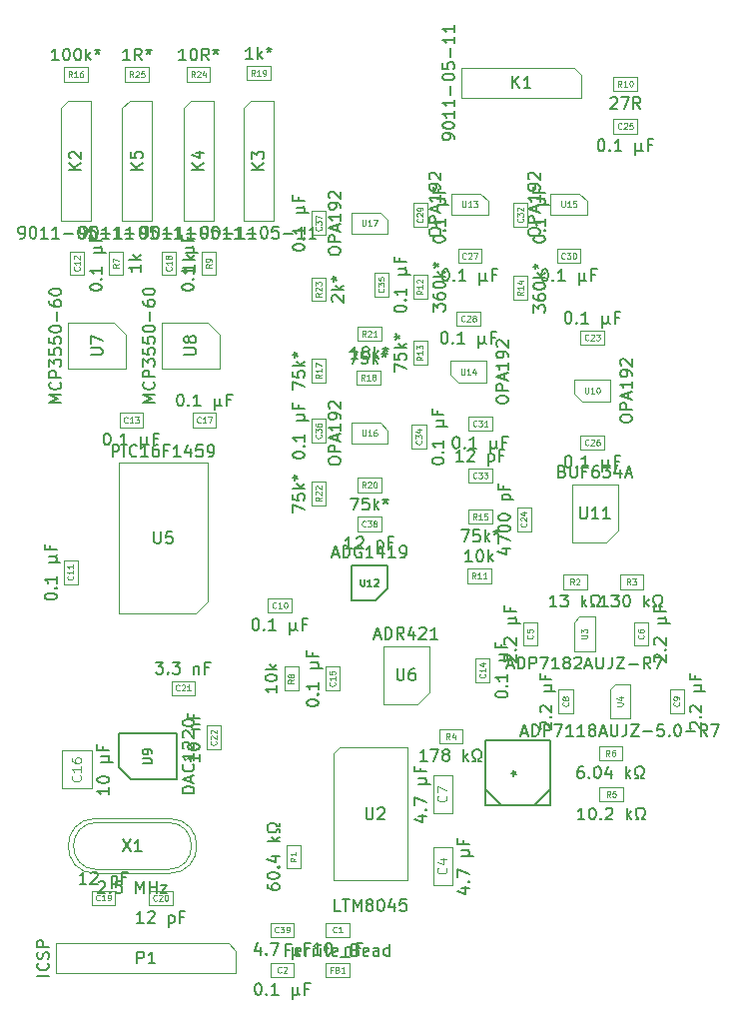
<source format=gbr>
G04 #@! TF.GenerationSoftware,KiCad,Pcbnew,5.1.4+dfsg1-1*
G04 #@! TF.CreationDate,2019-09-30T15:39:43-04:00*
G04 #@! TF.ProjectId,mystatV7,6d797374-6174-4563-972e-6b696361645f,rev?*
G04 #@! TF.SameCoordinates,Original*
G04 #@! TF.FileFunction,Other,Fab,Top*
%FSLAX46Y46*%
G04 Gerber Fmt 4.6, Leading zero omitted, Abs format (unit mm)*
G04 Created by KiCad (PCBNEW 5.1.4+dfsg1-1) date 2019-09-30 15:39:43*
%MOMM*%
%LPD*%
G04 APERTURE LIST*
%ADD10C,0.100000*%
%ADD11C,0.150000*%
%ADD12C,0.152400*%
%ADD13C,0.080000*%
%ADD14C,0.120000*%
%ADD15C,0.075000*%
G04 APERTURE END LIST*
D10*
X85050000Y-105150000D02*
X84050000Y-106150000D01*
X85050000Y-101250000D02*
X85050000Y-105150000D01*
X81150000Y-101250000D02*
X85050000Y-101250000D01*
X81150000Y-106150000D02*
X81150000Y-101250000D01*
X84050000Y-106150000D02*
X81150000Y-106150000D01*
X101050000Y-91450000D02*
X100050000Y-92450000D01*
X101050000Y-87550000D02*
X101050000Y-91450000D01*
X97150000Y-87550000D02*
X101050000Y-87550000D01*
X97150000Y-92450000D02*
X97150000Y-87550000D01*
X100050000Y-92450000D02*
X97150000Y-92450000D01*
X66250000Y-97500000D02*
X65250000Y-98500000D01*
X66250000Y-85700000D02*
X66250000Y-97500000D01*
X58750000Y-85700000D02*
X66250000Y-85700000D01*
X58750000Y-98500000D02*
X58750000Y-85700000D01*
X65250000Y-98500000D02*
X58750000Y-98500000D01*
D11*
X58741708Y-111559399D02*
X58741708Y-108659399D01*
X58741708Y-108659399D02*
X63641708Y-108659399D01*
X63641708Y-108659399D02*
X63641708Y-112559399D01*
X63641708Y-112559399D02*
X59741708Y-112559399D01*
X59741708Y-112559399D02*
X58741708Y-111559399D01*
D10*
X75100000Y-84000000D02*
X75100000Y-82000000D01*
X76300000Y-84000000D02*
X75100000Y-84000000D01*
X76300000Y-82000000D02*
X76300000Y-84000000D01*
X75100000Y-82000000D02*
X76300000Y-82000000D01*
D11*
X80500000Y-97400000D02*
X78500000Y-97400000D01*
X78500000Y-97400000D02*
X78500000Y-94400000D01*
X78500000Y-94400000D02*
X81500000Y-94400000D01*
X81500000Y-94400000D02*
X81500000Y-96400000D01*
X81500000Y-96400000D02*
X80500000Y-97400000D01*
D10*
X58357733Y-73850440D02*
X59357733Y-74850440D01*
X54457733Y-73850440D02*
X58357733Y-73850440D01*
X54457733Y-77750440D02*
X54457733Y-73850440D01*
X59357733Y-77750440D02*
X54457733Y-77750440D01*
X59357733Y-74850440D02*
X59357733Y-77750440D01*
X66289605Y-73830739D02*
X67289605Y-74830739D01*
X62389605Y-73830739D02*
X66289605Y-73830739D01*
X62389605Y-77730739D02*
X62389605Y-73830739D01*
X67289605Y-77730739D02*
X62389605Y-77730739D01*
X67289605Y-74830739D02*
X67289605Y-77730739D01*
X78300000Y-125900000D02*
X76300000Y-125900000D01*
X78300000Y-124700000D02*
X78300000Y-125900000D01*
X76300000Y-124700000D02*
X78300000Y-124700000D01*
X76300000Y-125900000D02*
X76300000Y-124700000D01*
X73600000Y-129300000D02*
X71600000Y-129300000D01*
X73600000Y-128100000D02*
X73600000Y-129300000D01*
X71600000Y-128100000D02*
X73600000Y-128100000D01*
X71600000Y-129300000D02*
X71600000Y-128100000D01*
X73600000Y-125900000D02*
X71600000Y-125900000D01*
X73600000Y-124700000D02*
X73600000Y-125900000D01*
X71600000Y-124700000D02*
X73600000Y-124700000D01*
X71600000Y-125900000D02*
X71600000Y-124700000D01*
X76300000Y-128100000D02*
X78300000Y-128100000D01*
X76300000Y-129300000D02*
X76300000Y-128100000D01*
X78300000Y-129300000D02*
X76300000Y-129300000D01*
X78300000Y-128100000D02*
X78300000Y-129300000D01*
X56450000Y-121990000D02*
X58450000Y-121990000D01*
X56450000Y-123190000D02*
X56450000Y-121990000D01*
X58450000Y-123190000D02*
X56450000Y-123190000D01*
X58450000Y-121990000D02*
X58450000Y-123190000D01*
D12*
X91222050Y-114755900D02*
X89844100Y-113377950D01*
X93977950Y-114755900D02*
X95355900Y-113377950D01*
X95355900Y-114755900D02*
X95355900Y-109244100D01*
X95355900Y-109244100D02*
X89844100Y-109244100D01*
X89844100Y-109244100D02*
X89844100Y-114755900D01*
X89844100Y-114755900D02*
X95355900Y-114755900D01*
D10*
X64865000Y-55030000D02*
X66770000Y-55030000D01*
X66770000Y-55030000D02*
X66770000Y-65190000D01*
X66770000Y-65190000D02*
X64230000Y-65190000D01*
X64230000Y-65190000D02*
X64230000Y-55665000D01*
X64230000Y-55665000D02*
X64865000Y-55030000D01*
X69965000Y-55030000D02*
X71870000Y-55030000D01*
X71870000Y-55030000D02*
X71870000Y-65190000D01*
X71870000Y-65190000D02*
X69330000Y-65190000D01*
X69330000Y-65190000D02*
X69330000Y-55665000D01*
X69330000Y-55665000D02*
X69965000Y-55030000D01*
X59665000Y-55030000D02*
X61570000Y-55030000D01*
X61570000Y-55030000D02*
X61570000Y-65190000D01*
X61570000Y-65190000D02*
X59030000Y-65190000D01*
X59030000Y-65190000D02*
X59030000Y-55665000D01*
X59030000Y-55665000D02*
X59665000Y-55030000D01*
X97970000Y-52865000D02*
X97970000Y-54770000D01*
X97970000Y-54770000D02*
X87810000Y-54770000D01*
X87810000Y-54770000D02*
X87810000Y-52230000D01*
X87810000Y-52230000D02*
X97335000Y-52230000D01*
X97335000Y-52230000D02*
X97970000Y-52865000D01*
X54465000Y-55030000D02*
X56370000Y-55030000D01*
X56370000Y-55030000D02*
X56370000Y-65190000D01*
X56370000Y-65190000D02*
X53830000Y-65190000D01*
X53830000Y-65190000D02*
X53830000Y-55665000D01*
X53830000Y-55665000D02*
X54465000Y-55030000D01*
X87000000Y-118300000D02*
X87000000Y-121500000D01*
X85400000Y-118300000D02*
X87000000Y-118300000D01*
X85400000Y-121500000D02*
X85400000Y-118300000D01*
X87000000Y-121500000D02*
X85400000Y-121500000D01*
X93026497Y-101216761D02*
X93026497Y-99216761D01*
X94226497Y-101216761D02*
X93026497Y-101216761D01*
X94226497Y-99216761D02*
X94226497Y-101216761D01*
X93026497Y-99216761D02*
X94226497Y-99216761D01*
X103626497Y-99216761D02*
X103626497Y-101216761D01*
X102426497Y-99216761D02*
X103626497Y-99216761D01*
X102426497Y-101216761D02*
X102426497Y-99216761D01*
X103626497Y-101216761D02*
X102426497Y-101216761D01*
X85400000Y-115400000D02*
X85400000Y-112200000D01*
X87000000Y-115400000D02*
X85400000Y-115400000D01*
X87000000Y-112200000D02*
X87000000Y-115400000D01*
X85400000Y-112200000D02*
X87000000Y-112200000D01*
X96047593Y-106940368D02*
X96047593Y-104940368D01*
X97247593Y-106940368D02*
X96047593Y-106940368D01*
X97247593Y-104940368D02*
X97247593Y-106940368D01*
X96047593Y-104940368D02*
X97247593Y-104940368D01*
X106647593Y-104940368D02*
X106647593Y-106940368D01*
X105447593Y-104940368D02*
X106647593Y-104940368D01*
X105447593Y-106940368D02*
X105447593Y-104940368D01*
X106647593Y-106940368D02*
X105447593Y-106940368D01*
X73400000Y-98400000D02*
X71400000Y-98400000D01*
X73400000Y-97200000D02*
X73400000Y-98400000D01*
X71400000Y-97200000D02*
X73400000Y-97200000D01*
X71400000Y-98400000D02*
X71400000Y-97200000D01*
X54060800Y-95996000D02*
X54060800Y-93996000D01*
X55260800Y-95996000D02*
X54060800Y-95996000D01*
X55260800Y-93996000D02*
X55260800Y-95996000D01*
X54060800Y-93996000D02*
X55260800Y-93996000D01*
X55807733Y-67800440D02*
X55807733Y-69800440D01*
X54607733Y-67800440D02*
X55807733Y-67800440D01*
X54607733Y-69800440D02*
X54607733Y-67800440D01*
X55807733Y-69800440D02*
X54607733Y-69800440D01*
X60800000Y-82700000D02*
X58800000Y-82700000D01*
X60800000Y-81500000D02*
X60800000Y-82700000D01*
X58800000Y-81500000D02*
X60800000Y-81500000D01*
X58800000Y-82700000D02*
X58800000Y-81500000D01*
X90200000Y-102300000D02*
X90200000Y-104300000D01*
X89000000Y-102300000D02*
X90200000Y-102300000D01*
X89000000Y-104300000D02*
X89000000Y-102300000D01*
X90200000Y-104300000D02*
X89000000Y-104300000D01*
X76267972Y-105000000D02*
X76267972Y-103000000D01*
X77467972Y-105000000D02*
X76267972Y-105000000D01*
X77467972Y-103000000D02*
X77467972Y-105000000D01*
X76267972Y-103000000D02*
X77467972Y-103000000D01*
X56441708Y-110109399D02*
X56441708Y-113309399D01*
X53941708Y-110109399D02*
X56441708Y-110109399D01*
X53941708Y-113309399D02*
X53941708Y-110109399D01*
X56441708Y-113309399D02*
X53941708Y-113309399D01*
X65000000Y-81500000D02*
X67000000Y-81500000D01*
X65000000Y-82700000D02*
X65000000Y-81500000D01*
X67000000Y-82700000D02*
X65000000Y-82700000D01*
X67000000Y-81500000D02*
X67000000Y-82700000D01*
X63600000Y-67800000D02*
X63600000Y-69800000D01*
X62400000Y-67800000D02*
X63600000Y-67800000D01*
X62400000Y-69800000D02*
X62400000Y-67800000D01*
X63600000Y-69800000D02*
X62400000Y-69800000D01*
X63291708Y-123209399D02*
X61291708Y-123209399D01*
X63291708Y-122009399D02*
X63291708Y-123209399D01*
X61291708Y-122009399D02*
X63291708Y-122009399D01*
X61291708Y-123209399D02*
X61291708Y-122009399D01*
X63200000Y-104200000D02*
X65200000Y-104200000D01*
X63200000Y-105400000D02*
X63200000Y-104200000D01*
X65200000Y-105400000D02*
X63200000Y-105400000D01*
X65200000Y-104200000D02*
X65200000Y-105400000D01*
X66200000Y-110000000D02*
X66200000Y-108000000D01*
X67400000Y-110000000D02*
X66200000Y-110000000D01*
X67400000Y-108000000D02*
X67400000Y-110000000D01*
X66200000Y-108000000D02*
X67400000Y-108000000D01*
X97900000Y-74500000D02*
X99900000Y-74500000D01*
X97900000Y-75700000D02*
X97900000Y-74500000D01*
X99900000Y-75700000D02*
X97900000Y-75700000D01*
X99900000Y-74500000D02*
X99900000Y-75700000D01*
X92500000Y-91500000D02*
X92500000Y-89500000D01*
X93700000Y-91500000D02*
X92500000Y-91500000D01*
X93700000Y-89500000D02*
X93700000Y-91500000D01*
X92500000Y-89500000D02*
X93700000Y-89500000D01*
X102700000Y-57800000D02*
X100700000Y-57800000D01*
X102700000Y-56600000D02*
X102700000Y-57800000D01*
X100700000Y-56600000D02*
X102700000Y-56600000D01*
X100700000Y-57800000D02*
X100700000Y-56600000D01*
X99900000Y-84600000D02*
X97900000Y-84600000D01*
X99900000Y-83400000D02*
X99900000Y-84600000D01*
X97900000Y-83400000D02*
X99900000Y-83400000D01*
X97900000Y-84600000D02*
X97900000Y-83400000D01*
X89500000Y-68800000D02*
X87500000Y-68800000D01*
X89500000Y-67600000D02*
X89500000Y-68800000D01*
X87500000Y-67600000D02*
X89500000Y-67600000D01*
X87500000Y-68800000D02*
X87500000Y-67600000D01*
X89400000Y-74100000D02*
X87400000Y-74100000D01*
X89400000Y-72900000D02*
X89400000Y-74100000D01*
X87400000Y-72900000D02*
X89400000Y-72900000D01*
X87400000Y-74100000D02*
X87400000Y-72900000D01*
X84900000Y-63700000D02*
X84900000Y-65700000D01*
X83700000Y-63700000D02*
X84900000Y-63700000D01*
X83700000Y-65700000D02*
X83700000Y-63700000D01*
X84900000Y-65700000D02*
X83700000Y-65700000D01*
X97900000Y-68800000D02*
X95900000Y-68800000D01*
X97900000Y-67600000D02*
X97900000Y-68800000D01*
X95900000Y-67600000D02*
X97900000Y-67600000D01*
X95900000Y-68800000D02*
X95900000Y-67600000D01*
X90400000Y-83000000D02*
X88400000Y-83000000D01*
X90400000Y-81800000D02*
X90400000Y-83000000D01*
X88400000Y-81800000D02*
X90400000Y-81800000D01*
X88400000Y-83000000D02*
X88400000Y-81800000D01*
X93400000Y-63700000D02*
X93400000Y-65700000D01*
X92200000Y-63700000D02*
X93400000Y-63700000D01*
X92200000Y-65700000D02*
X92200000Y-63700000D01*
X93400000Y-65700000D02*
X92200000Y-65700000D01*
X88400000Y-86200000D02*
X90400000Y-86200000D01*
X88400000Y-87400000D02*
X88400000Y-86200000D01*
X90400000Y-87400000D02*
X88400000Y-87400000D01*
X90400000Y-86200000D02*
X90400000Y-87400000D01*
X84800000Y-82500000D02*
X84800000Y-84500000D01*
X83600000Y-82500000D02*
X84800000Y-82500000D01*
X83600000Y-84500000D02*
X83600000Y-82500000D01*
X84800000Y-84500000D02*
X83600000Y-84500000D01*
X81600000Y-69600000D02*
X81600000Y-71600000D01*
X80400000Y-69600000D02*
X81600000Y-69600000D01*
X80400000Y-71600000D02*
X80400000Y-69600000D01*
X81600000Y-71600000D02*
X80400000Y-71600000D01*
X75100000Y-66400000D02*
X75100000Y-64400000D01*
X76300000Y-66400000D02*
X75100000Y-66400000D01*
X76300000Y-64400000D02*
X76300000Y-66400000D01*
X75100000Y-64400000D02*
X76300000Y-64400000D01*
X81000000Y-91500000D02*
X79000000Y-91500000D01*
X81000000Y-90300000D02*
X81000000Y-91500000D01*
X79000000Y-90300000D02*
X81000000Y-90300000D01*
X79000000Y-91500000D02*
X79000000Y-90300000D01*
X68035000Y-126430000D02*
X68670000Y-127065000D01*
X53430000Y-126430000D02*
X68035000Y-126430000D01*
X53430000Y-128970000D02*
X53430000Y-126430000D01*
X68670000Y-128970000D02*
X53430000Y-128970000D01*
X68670000Y-127065000D02*
X68670000Y-128970000D01*
X72950000Y-120100000D02*
X72950000Y-118100000D01*
X74150000Y-120100000D02*
X72950000Y-120100000D01*
X74150000Y-118100000D02*
X74150000Y-120100000D01*
X72950000Y-118100000D02*
X74150000Y-118100000D01*
X98426497Y-96416761D02*
X96426497Y-96416761D01*
X98426497Y-95216761D02*
X98426497Y-96416761D01*
X96426497Y-95216761D02*
X98426497Y-95216761D01*
X96426497Y-96416761D02*
X96426497Y-95216761D01*
X103226497Y-96416761D02*
X101226497Y-96416761D01*
X103226497Y-95216761D02*
X103226497Y-96416761D01*
X101226497Y-95216761D02*
X103226497Y-95216761D01*
X101226497Y-96416761D02*
X101226497Y-95216761D01*
X87900000Y-109500000D02*
X85900000Y-109500000D01*
X87900000Y-108300000D02*
X87900000Y-109500000D01*
X85900000Y-108300000D02*
X87900000Y-108300000D01*
X85900000Y-109500000D02*
X85900000Y-108300000D01*
X99500000Y-113200000D02*
X101500000Y-113200000D01*
X99500000Y-114400000D02*
X99500000Y-113200000D01*
X101500000Y-114400000D02*
X99500000Y-114400000D01*
X101500000Y-113200000D02*
X101500000Y-114400000D01*
X101447593Y-110940368D02*
X99447593Y-110940368D01*
X101447593Y-109740368D02*
X101447593Y-110940368D01*
X99447593Y-109740368D02*
X101447593Y-109740368D01*
X99447593Y-110940368D02*
X99447593Y-109740368D01*
X59107733Y-67800440D02*
X59107733Y-69800440D01*
X57907733Y-67800440D02*
X59107733Y-67800440D01*
X57907733Y-69800440D02*
X57907733Y-67800440D01*
X59107733Y-69800440D02*
X57907733Y-69800440D01*
X72767972Y-105000000D02*
X72767972Y-103000000D01*
X73967972Y-105000000D02*
X72767972Y-105000000D01*
X73967972Y-103000000D02*
X73967972Y-105000000D01*
X72767972Y-103000000D02*
X73967972Y-103000000D01*
X65800000Y-69800000D02*
X65800000Y-67800000D01*
X67000000Y-69800000D02*
X65800000Y-69800000D01*
X67000000Y-67800000D02*
X67000000Y-69800000D01*
X65800000Y-67800000D02*
X67000000Y-67800000D01*
X102700000Y-54200000D02*
X100700000Y-54200000D01*
X102700000Y-53000000D02*
X102700000Y-54200000D01*
X100700000Y-53000000D02*
X102700000Y-53000000D01*
X100700000Y-54200000D02*
X100700000Y-53000000D01*
X88300000Y-94700000D02*
X90300000Y-94700000D01*
X88300000Y-95900000D02*
X88300000Y-94700000D01*
X90300000Y-95900000D02*
X88300000Y-95900000D01*
X90300000Y-94700000D02*
X90300000Y-95900000D01*
X84900000Y-69800000D02*
X84900000Y-71800000D01*
X83700000Y-69800000D02*
X84900000Y-69800000D01*
X83700000Y-71800000D02*
X83700000Y-69800000D01*
X84900000Y-71800000D02*
X83700000Y-71800000D01*
X83700000Y-77400000D02*
X83700000Y-75400000D01*
X84900000Y-77400000D02*
X83700000Y-77400000D01*
X84900000Y-75400000D02*
X84900000Y-77400000D01*
X83700000Y-75400000D02*
X84900000Y-75400000D01*
X93400000Y-69900000D02*
X93400000Y-71900000D01*
X92200000Y-69900000D02*
X93400000Y-69900000D01*
X92200000Y-71900000D02*
X92200000Y-69900000D01*
X93400000Y-71900000D02*
X92200000Y-71900000D01*
X90400000Y-90900000D02*
X88400000Y-90900000D01*
X90400000Y-89700000D02*
X90400000Y-90900000D01*
X88400000Y-89700000D02*
X90400000Y-89700000D01*
X88400000Y-90900000D02*
X88400000Y-89700000D01*
X54100000Y-52200000D02*
X56100000Y-52200000D01*
X54100000Y-53400000D02*
X54100000Y-52200000D01*
X56100000Y-53400000D02*
X54100000Y-53400000D01*
X56100000Y-52200000D02*
X56100000Y-53400000D01*
X75100000Y-78900000D02*
X75100000Y-76900000D01*
X76300000Y-78900000D02*
X75100000Y-78900000D01*
X76300000Y-76900000D02*
X76300000Y-78900000D01*
X75100000Y-76900000D02*
X76300000Y-76900000D01*
X78900000Y-77900000D02*
X80900000Y-77900000D01*
X78900000Y-79100000D02*
X78900000Y-77900000D01*
X80900000Y-79100000D02*
X78900000Y-79100000D01*
X80900000Y-77900000D02*
X80900000Y-79100000D01*
X69600000Y-52100000D02*
X71600000Y-52100000D01*
X69600000Y-53300000D02*
X69600000Y-52100000D01*
X71600000Y-53300000D02*
X69600000Y-53300000D01*
X71600000Y-52100000D02*
X71600000Y-53300000D01*
X81000000Y-88200000D02*
X79000000Y-88200000D01*
X81000000Y-87000000D02*
X81000000Y-88200000D01*
X79000000Y-87000000D02*
X81000000Y-87000000D01*
X79000000Y-88200000D02*
X79000000Y-87000000D01*
X81000000Y-75400000D02*
X79000000Y-75400000D01*
X81000000Y-74200000D02*
X81000000Y-75400000D01*
X79000000Y-74200000D02*
X81000000Y-74200000D01*
X79000000Y-75400000D02*
X79000000Y-74200000D01*
X75100000Y-89300000D02*
X75100000Y-87300000D01*
X76300000Y-89300000D02*
X75100000Y-89300000D01*
X76300000Y-87300000D02*
X76300000Y-89300000D01*
X75100000Y-87300000D02*
X76300000Y-87300000D01*
X76300000Y-70000000D02*
X76300000Y-72000000D01*
X75100000Y-70000000D02*
X76300000Y-70000000D01*
X75100000Y-72000000D02*
X75100000Y-70000000D01*
X76300000Y-72000000D02*
X75100000Y-72000000D01*
X64500000Y-52200000D02*
X66500000Y-52200000D01*
X64500000Y-53400000D02*
X64500000Y-52200000D01*
X66500000Y-53400000D02*
X64500000Y-53400000D01*
X66500000Y-52200000D02*
X66500000Y-53400000D01*
X59300000Y-52200000D02*
X61300000Y-52200000D01*
X59300000Y-53400000D02*
X59300000Y-52200000D01*
X61300000Y-53400000D02*
X59300000Y-53400000D01*
X61300000Y-52200000D02*
X61300000Y-53400000D01*
X76955943Y-121112404D02*
X76955943Y-110362404D01*
X83205943Y-121112404D02*
X76955943Y-121112404D01*
X83205943Y-109862404D02*
X83205943Y-121112404D01*
X77455943Y-109862404D02*
X83205943Y-109862404D01*
X76955943Y-110362404D02*
X77455943Y-109862404D01*
X62910000Y-120190000D02*
G75*
G03X62910000Y-116190000I0J2000000D01*
G01*
X56910000Y-120190000D02*
G75*
G02X56910000Y-116190000I0J2000000D01*
G01*
X63035000Y-120515000D02*
G75*
G03X63035000Y-115865000I0J2325000D01*
G01*
X56785000Y-120515000D02*
G75*
G02X56785000Y-115865000I0J2325000D01*
G01*
X56910000Y-120190000D02*
X62910000Y-120190000D01*
X56910000Y-116190000D02*
X62910000Y-116190000D01*
X56785000Y-120515000D02*
X63035000Y-120515000D01*
X56785000Y-115865000D02*
X63035000Y-115865000D01*
X98000000Y-80500000D02*
X97350000Y-79850000D01*
X97350000Y-78700000D02*
X97350000Y-79850000D01*
X98000000Y-80500000D02*
X100450000Y-80500000D01*
X100450000Y-78700000D02*
X100450000Y-80500000D01*
X97350000Y-78700000D02*
X100450000Y-78700000D01*
X89400000Y-62900000D02*
X90050000Y-63550000D01*
X90050000Y-64700000D02*
X90050000Y-63550000D01*
X89400000Y-62900000D02*
X86950000Y-62900000D01*
X86950000Y-64700000D02*
X86950000Y-62900000D01*
X90050000Y-64700000D02*
X86950000Y-64700000D01*
X87500000Y-78900000D02*
X86850000Y-78250000D01*
X86850000Y-77100000D02*
X86850000Y-78250000D01*
X87500000Y-78900000D02*
X89950000Y-78900000D01*
X89950000Y-77100000D02*
X89950000Y-78900000D01*
X86850000Y-77100000D02*
X89950000Y-77100000D01*
X97800000Y-62900000D02*
X98450000Y-63550000D01*
X98450000Y-64700000D02*
X98450000Y-63550000D01*
X97800000Y-62900000D02*
X95350000Y-62900000D01*
X95350000Y-64700000D02*
X95350000Y-62900000D01*
X98450000Y-64700000D02*
X95350000Y-64700000D01*
X80900000Y-82300000D02*
X81550000Y-82950000D01*
X81550000Y-84100000D02*
X81550000Y-82950000D01*
X80900000Y-82300000D02*
X78450000Y-82300000D01*
X78450000Y-84100000D02*
X78450000Y-82300000D01*
X81550000Y-84100000D02*
X78450000Y-84100000D01*
X80900000Y-64500000D02*
X81550000Y-65150000D01*
X81550000Y-66300000D02*
X81550000Y-65150000D01*
X80900000Y-64500000D02*
X78450000Y-64500000D01*
X78450000Y-66300000D02*
X78450000Y-64500000D01*
X81550000Y-66300000D02*
X78450000Y-66300000D01*
X99106497Y-98766761D02*
X99106497Y-101666761D01*
X99106497Y-101666761D02*
X97346497Y-101666761D01*
X97346497Y-99216761D02*
X97346497Y-101666761D01*
X99106497Y-98766761D02*
X97796497Y-98766761D01*
X97346497Y-99216761D02*
X97796497Y-98766761D01*
X102127593Y-104490368D02*
X102127593Y-107390368D01*
X102127593Y-107390368D02*
X100367593Y-107390368D01*
X100367593Y-104940368D02*
X100367593Y-107390368D01*
X102127593Y-104490368D02*
X100817593Y-104490368D01*
X100367593Y-104940368D02*
X100817593Y-104490368D01*
D11*
X80433333Y-100366666D02*
X80909523Y-100366666D01*
X80338095Y-100652380D02*
X80671428Y-99652380D01*
X81004761Y-100652380D01*
X81338095Y-100652380D02*
X81338095Y-99652380D01*
X81576190Y-99652380D01*
X81719047Y-99700000D01*
X81814285Y-99795238D01*
X81861904Y-99890476D01*
X81909523Y-100080952D01*
X81909523Y-100223809D01*
X81861904Y-100414285D01*
X81814285Y-100509523D01*
X81719047Y-100604761D01*
X81576190Y-100652380D01*
X81338095Y-100652380D01*
X82909523Y-100652380D02*
X82576190Y-100176190D01*
X82338095Y-100652380D02*
X82338095Y-99652380D01*
X82719047Y-99652380D01*
X82814285Y-99700000D01*
X82861904Y-99747619D01*
X82909523Y-99842857D01*
X82909523Y-99985714D01*
X82861904Y-100080952D01*
X82814285Y-100128571D01*
X82719047Y-100176190D01*
X82338095Y-100176190D01*
X83766666Y-99985714D02*
X83766666Y-100652380D01*
X83528571Y-99604761D02*
X83290476Y-100319047D01*
X83909523Y-100319047D01*
X84242857Y-99747619D02*
X84290476Y-99700000D01*
X84385714Y-99652380D01*
X84623809Y-99652380D01*
X84719047Y-99700000D01*
X84766666Y-99747619D01*
X84814285Y-99842857D01*
X84814285Y-99938095D01*
X84766666Y-100080952D01*
X84195238Y-100652380D01*
X84814285Y-100652380D01*
X85766666Y-100652380D02*
X85195238Y-100652380D01*
X85480952Y-100652380D02*
X85480952Y-99652380D01*
X85385714Y-99795238D01*
X85290476Y-99890476D01*
X85195238Y-99938095D01*
X82338095Y-103152380D02*
X82338095Y-103961904D01*
X82385714Y-104057142D01*
X82433333Y-104104761D01*
X82528571Y-104152380D01*
X82719047Y-104152380D01*
X82814285Y-104104761D01*
X82861904Y-104057142D01*
X82909523Y-103961904D01*
X82909523Y-103152380D01*
X83814285Y-103152380D02*
X83623809Y-103152380D01*
X83528571Y-103200000D01*
X83480952Y-103247619D01*
X83385714Y-103390476D01*
X83338095Y-103580952D01*
X83338095Y-103961904D01*
X83385714Y-104057142D01*
X83433333Y-104104761D01*
X83528571Y-104152380D01*
X83719047Y-104152380D01*
X83814285Y-104104761D01*
X83861904Y-104057142D01*
X83909523Y-103961904D01*
X83909523Y-103723809D01*
X83861904Y-103628571D01*
X83814285Y-103580952D01*
X83719047Y-103533333D01*
X83528571Y-103533333D01*
X83433333Y-103580952D01*
X83385714Y-103628571D01*
X83338095Y-103723809D01*
X96361904Y-86428571D02*
X96504761Y-86476190D01*
X96552380Y-86523809D01*
X96600000Y-86619047D01*
X96600000Y-86761904D01*
X96552380Y-86857142D01*
X96504761Y-86904761D01*
X96409523Y-86952380D01*
X96028571Y-86952380D01*
X96028571Y-85952380D01*
X96361904Y-85952380D01*
X96457142Y-86000000D01*
X96504761Y-86047619D01*
X96552380Y-86142857D01*
X96552380Y-86238095D01*
X96504761Y-86333333D01*
X96457142Y-86380952D01*
X96361904Y-86428571D01*
X96028571Y-86428571D01*
X97028571Y-85952380D02*
X97028571Y-86761904D01*
X97076190Y-86857142D01*
X97123809Y-86904761D01*
X97219047Y-86952380D01*
X97409523Y-86952380D01*
X97504761Y-86904761D01*
X97552380Y-86857142D01*
X97600000Y-86761904D01*
X97600000Y-85952380D01*
X98409523Y-86428571D02*
X98076190Y-86428571D01*
X98076190Y-86952380D02*
X98076190Y-85952380D01*
X98552380Y-85952380D01*
X99361904Y-85952380D02*
X99171428Y-85952380D01*
X99076190Y-86000000D01*
X99028571Y-86047619D01*
X98933333Y-86190476D01*
X98885714Y-86380952D01*
X98885714Y-86761904D01*
X98933333Y-86857142D01*
X98980952Y-86904761D01*
X99076190Y-86952380D01*
X99266666Y-86952380D01*
X99361904Y-86904761D01*
X99409523Y-86857142D01*
X99457142Y-86761904D01*
X99457142Y-86523809D01*
X99409523Y-86428571D01*
X99361904Y-86380952D01*
X99266666Y-86333333D01*
X99076190Y-86333333D01*
X98980952Y-86380952D01*
X98933333Y-86428571D01*
X98885714Y-86523809D01*
X99790476Y-85952380D02*
X100409523Y-85952380D01*
X100076190Y-86333333D01*
X100219047Y-86333333D01*
X100314285Y-86380952D01*
X100361904Y-86428571D01*
X100409523Y-86523809D01*
X100409523Y-86761904D01*
X100361904Y-86857142D01*
X100314285Y-86904761D01*
X100219047Y-86952380D01*
X99933333Y-86952380D01*
X99838095Y-86904761D01*
X99790476Y-86857142D01*
X101266666Y-86285714D02*
X101266666Y-86952380D01*
X101028571Y-85904761D02*
X100790476Y-86619047D01*
X101409523Y-86619047D01*
X101742857Y-86666666D02*
X102219047Y-86666666D01*
X101647619Y-86952380D02*
X101980952Y-85952380D01*
X102314285Y-86952380D01*
X97861904Y-89452380D02*
X97861904Y-90261904D01*
X97909523Y-90357142D01*
X97957142Y-90404761D01*
X98052380Y-90452380D01*
X98242857Y-90452380D01*
X98338095Y-90404761D01*
X98385714Y-90357142D01*
X98433333Y-90261904D01*
X98433333Y-89452380D01*
X99433333Y-90452380D02*
X98861904Y-90452380D01*
X99147619Y-90452380D02*
X99147619Y-89452380D01*
X99052380Y-89595238D01*
X98957142Y-89690476D01*
X98861904Y-89738095D01*
X100385714Y-90452380D02*
X99814285Y-90452380D01*
X100100000Y-90452380D02*
X100100000Y-89452380D01*
X100004761Y-89595238D01*
X99909523Y-89690476D01*
X99814285Y-89738095D01*
X58214285Y-85202380D02*
X58214285Y-84202380D01*
X58595238Y-84202380D01*
X58690476Y-84250000D01*
X58738095Y-84297619D01*
X58785714Y-84392857D01*
X58785714Y-84535714D01*
X58738095Y-84630952D01*
X58690476Y-84678571D01*
X58595238Y-84726190D01*
X58214285Y-84726190D01*
X59214285Y-85202380D02*
X59214285Y-84202380D01*
X60261904Y-85107142D02*
X60214285Y-85154761D01*
X60071428Y-85202380D01*
X59976190Y-85202380D01*
X59833333Y-85154761D01*
X59738095Y-85059523D01*
X59690476Y-84964285D01*
X59642857Y-84773809D01*
X59642857Y-84630952D01*
X59690476Y-84440476D01*
X59738095Y-84345238D01*
X59833333Y-84250000D01*
X59976190Y-84202380D01*
X60071428Y-84202380D01*
X60214285Y-84250000D01*
X60261904Y-84297619D01*
X61214285Y-85202380D02*
X60642857Y-85202380D01*
X60928571Y-85202380D02*
X60928571Y-84202380D01*
X60833333Y-84345238D01*
X60738095Y-84440476D01*
X60642857Y-84488095D01*
X62071428Y-84202380D02*
X61880952Y-84202380D01*
X61785714Y-84250000D01*
X61738095Y-84297619D01*
X61642857Y-84440476D01*
X61595238Y-84630952D01*
X61595238Y-85011904D01*
X61642857Y-85107142D01*
X61690476Y-85154761D01*
X61785714Y-85202380D01*
X61976190Y-85202380D01*
X62071428Y-85154761D01*
X62119047Y-85107142D01*
X62166666Y-85011904D01*
X62166666Y-84773809D01*
X62119047Y-84678571D01*
X62071428Y-84630952D01*
X61976190Y-84583333D01*
X61785714Y-84583333D01*
X61690476Y-84630952D01*
X61642857Y-84678571D01*
X61595238Y-84773809D01*
X62928571Y-84678571D02*
X62595238Y-84678571D01*
X62595238Y-85202380D02*
X62595238Y-84202380D01*
X63071428Y-84202380D01*
X63976190Y-85202380D02*
X63404761Y-85202380D01*
X63690476Y-85202380D02*
X63690476Y-84202380D01*
X63595238Y-84345238D01*
X63500000Y-84440476D01*
X63404761Y-84488095D01*
X64833333Y-84535714D02*
X64833333Y-85202380D01*
X64595238Y-84154761D02*
X64357142Y-84869047D01*
X64976190Y-84869047D01*
X65833333Y-84202380D02*
X65357142Y-84202380D01*
X65309523Y-84678571D01*
X65357142Y-84630952D01*
X65452380Y-84583333D01*
X65690476Y-84583333D01*
X65785714Y-84630952D01*
X65833333Y-84678571D01*
X65880952Y-84773809D01*
X65880952Y-85011904D01*
X65833333Y-85107142D01*
X65785714Y-85154761D01*
X65690476Y-85202380D01*
X65452380Y-85202380D01*
X65357142Y-85154761D01*
X65309523Y-85107142D01*
X66357142Y-85202380D02*
X66547619Y-85202380D01*
X66642857Y-85154761D01*
X66690476Y-85107142D01*
X66785714Y-84964285D01*
X66833333Y-84773809D01*
X66833333Y-84392857D01*
X66785714Y-84297619D01*
X66738095Y-84250000D01*
X66642857Y-84202380D01*
X66452380Y-84202380D01*
X66357142Y-84250000D01*
X66309523Y-84297619D01*
X66261904Y-84392857D01*
X66261904Y-84630952D01*
X66309523Y-84726190D01*
X66357142Y-84773809D01*
X66452380Y-84821428D01*
X66642857Y-84821428D01*
X66738095Y-84773809D01*
X66785714Y-84726190D01*
X66833333Y-84630952D01*
X61738095Y-91552380D02*
X61738095Y-92361904D01*
X61785714Y-92457142D01*
X61833333Y-92504761D01*
X61928571Y-92552380D01*
X62119047Y-92552380D01*
X62214285Y-92504761D01*
X62261904Y-92457142D01*
X62309523Y-92361904D01*
X62309523Y-91552380D01*
X63261904Y-91552380D02*
X62785714Y-91552380D01*
X62738095Y-92028571D01*
X62785714Y-91980952D01*
X62880952Y-91933333D01*
X63119047Y-91933333D01*
X63214285Y-91980952D01*
X63261904Y-92028571D01*
X63309523Y-92123809D01*
X63309523Y-92361904D01*
X63261904Y-92457142D01*
X63214285Y-92504761D01*
X63119047Y-92552380D01*
X62880952Y-92552380D01*
X62785714Y-92504761D01*
X62738095Y-92457142D01*
X65144088Y-113704637D02*
X64144088Y-113704637D01*
X64144088Y-113466541D01*
X64191708Y-113323684D01*
X64286946Y-113228446D01*
X64382184Y-113180827D01*
X64572660Y-113133208D01*
X64715517Y-113133208D01*
X64905993Y-113180827D01*
X65001231Y-113228446D01*
X65096469Y-113323684D01*
X65144088Y-113466541D01*
X65144088Y-113704637D01*
X64858374Y-112752256D02*
X64858374Y-112276065D01*
X65144088Y-112847494D02*
X64144088Y-112514160D01*
X65144088Y-112180827D01*
X65048850Y-111276065D02*
X65096469Y-111323684D01*
X65144088Y-111466541D01*
X65144088Y-111561779D01*
X65096469Y-111704637D01*
X65001231Y-111799875D01*
X64905993Y-111847494D01*
X64715517Y-111895113D01*
X64572660Y-111895113D01*
X64382184Y-111847494D01*
X64286946Y-111799875D01*
X64191708Y-111704637D01*
X64144088Y-111561779D01*
X64144088Y-111466541D01*
X64191708Y-111323684D01*
X64239327Y-111276065D01*
X65144088Y-110323684D02*
X65144088Y-110895113D01*
X65144088Y-110609399D02*
X64144088Y-110609399D01*
X64286946Y-110704637D01*
X64382184Y-110799875D01*
X64429803Y-110895113D01*
X64239327Y-109942732D02*
X64191708Y-109895113D01*
X64144088Y-109799875D01*
X64144088Y-109561779D01*
X64191708Y-109466541D01*
X64239327Y-109418922D01*
X64334565Y-109371303D01*
X64429803Y-109371303D01*
X64572660Y-109418922D01*
X65144088Y-109990351D01*
X65144088Y-109371303D01*
X64239327Y-108990351D02*
X64191708Y-108942732D01*
X64144088Y-108847494D01*
X64144088Y-108609399D01*
X64191708Y-108514160D01*
X64239327Y-108466541D01*
X64334565Y-108418922D01*
X64429803Y-108418922D01*
X64572660Y-108466541D01*
X65144088Y-109037970D01*
X65144088Y-108418922D01*
X64144088Y-107799875D02*
X64144088Y-107704637D01*
X64191708Y-107609399D01*
X64239327Y-107561779D01*
X64334565Y-107514160D01*
X64525041Y-107466541D01*
X64763136Y-107466541D01*
X64953612Y-107514160D01*
X65048850Y-107561779D01*
X65096469Y-107609399D01*
X65144088Y-107704637D01*
X65144088Y-107799875D01*
X65096469Y-107895113D01*
X65048850Y-107942732D01*
X64953612Y-107990351D01*
X64763136Y-108037970D01*
X64525041Y-108037970D01*
X64334565Y-107990351D01*
X64239327Y-107942732D01*
X64191708Y-107895113D01*
X64144088Y-107799875D01*
X60753612Y-111218922D02*
X61401231Y-111218922D01*
X61477422Y-111180827D01*
X61515517Y-111142732D01*
X61553612Y-111066541D01*
X61553612Y-110914160D01*
X61515517Y-110837970D01*
X61477422Y-110799875D01*
X61401231Y-110761779D01*
X60753612Y-110761779D01*
X61553612Y-110342732D02*
X61553612Y-110190351D01*
X61515517Y-110114160D01*
X61477422Y-110076065D01*
X61363136Y-109999875D01*
X61210755Y-109961779D01*
X60905993Y-109961779D01*
X60829803Y-109999875D01*
X60791708Y-110037970D01*
X60753612Y-110114160D01*
X60753612Y-110266541D01*
X60791708Y-110342732D01*
X60829803Y-110380827D01*
X60905993Y-110418922D01*
X61096469Y-110418922D01*
X61172660Y-110380827D01*
X61210755Y-110342732D01*
X61248850Y-110266541D01*
X61248850Y-110114160D01*
X61210755Y-110037970D01*
X61172660Y-109999875D01*
X61096469Y-109961779D01*
X73502380Y-85095238D02*
X73502380Y-85000000D01*
X73550000Y-84904761D01*
X73597619Y-84857142D01*
X73692857Y-84809523D01*
X73883333Y-84761904D01*
X74121428Y-84761904D01*
X74311904Y-84809523D01*
X74407142Y-84857142D01*
X74454761Y-84904761D01*
X74502380Y-85000000D01*
X74502380Y-85095238D01*
X74454761Y-85190476D01*
X74407142Y-85238095D01*
X74311904Y-85285714D01*
X74121428Y-85333333D01*
X73883333Y-85333333D01*
X73692857Y-85285714D01*
X73597619Y-85238095D01*
X73550000Y-85190476D01*
X73502380Y-85095238D01*
X74407142Y-84333333D02*
X74454761Y-84285714D01*
X74502380Y-84333333D01*
X74454761Y-84380952D01*
X74407142Y-84333333D01*
X74502380Y-84333333D01*
X74502380Y-83333333D02*
X74502380Y-83904761D01*
X74502380Y-83619047D02*
X73502380Y-83619047D01*
X73645238Y-83714285D01*
X73740476Y-83809523D01*
X73788095Y-83904761D01*
X73835714Y-82142857D02*
X74835714Y-82142857D01*
X74359523Y-81666666D02*
X74454761Y-81619047D01*
X74502380Y-81523809D01*
X74359523Y-82142857D02*
X74454761Y-82095238D01*
X74502380Y-82000000D01*
X74502380Y-81809523D01*
X74454761Y-81714285D01*
X74359523Y-81666666D01*
X73835714Y-81666666D01*
X73978571Y-80761904D02*
X73978571Y-81095238D01*
X74502380Y-81095238D02*
X73502380Y-81095238D01*
X73502380Y-80619047D01*
D13*
X75878571Y-83321428D02*
X75902380Y-83345238D01*
X75926190Y-83416666D01*
X75926190Y-83464285D01*
X75902380Y-83535714D01*
X75854761Y-83583333D01*
X75807142Y-83607142D01*
X75711904Y-83630952D01*
X75640476Y-83630952D01*
X75545238Y-83607142D01*
X75497619Y-83583333D01*
X75450000Y-83535714D01*
X75426190Y-83464285D01*
X75426190Y-83416666D01*
X75450000Y-83345238D01*
X75473809Y-83321428D01*
X75426190Y-83154761D02*
X75426190Y-82845238D01*
X75616666Y-83011904D01*
X75616666Y-82940476D01*
X75640476Y-82892857D01*
X75664285Y-82869047D01*
X75711904Y-82845238D01*
X75830952Y-82845238D01*
X75878571Y-82869047D01*
X75902380Y-82892857D01*
X75926190Y-82940476D01*
X75926190Y-83083333D01*
X75902380Y-83130952D01*
X75878571Y-83154761D01*
X75426190Y-82416666D02*
X75426190Y-82511904D01*
X75450000Y-82559523D01*
X75473809Y-82583333D01*
X75545238Y-82630952D01*
X75640476Y-82654761D01*
X75830952Y-82654761D01*
X75878571Y-82630952D01*
X75902380Y-82607142D01*
X75926190Y-82559523D01*
X75926190Y-82464285D01*
X75902380Y-82416666D01*
X75878571Y-82392857D01*
X75830952Y-82369047D01*
X75711904Y-82369047D01*
X75664285Y-82392857D01*
X75640476Y-82416666D01*
X75616666Y-82464285D01*
X75616666Y-82559523D01*
X75640476Y-82607142D01*
X75664285Y-82630952D01*
X75711904Y-82654761D01*
D11*
X76857142Y-93466666D02*
X77333333Y-93466666D01*
X76761904Y-93752380D02*
X77095238Y-92752380D01*
X77428571Y-93752380D01*
X77761904Y-93752380D02*
X77761904Y-92752380D01*
X78000000Y-92752380D01*
X78142857Y-92800000D01*
X78238095Y-92895238D01*
X78285714Y-92990476D01*
X78333333Y-93180952D01*
X78333333Y-93323809D01*
X78285714Y-93514285D01*
X78238095Y-93609523D01*
X78142857Y-93704761D01*
X78000000Y-93752380D01*
X77761904Y-93752380D01*
X79285714Y-92800000D02*
X79190476Y-92752380D01*
X79047619Y-92752380D01*
X78904761Y-92800000D01*
X78809523Y-92895238D01*
X78761904Y-92990476D01*
X78714285Y-93180952D01*
X78714285Y-93323809D01*
X78761904Y-93514285D01*
X78809523Y-93609523D01*
X78904761Y-93704761D01*
X79047619Y-93752380D01*
X79142857Y-93752380D01*
X79285714Y-93704761D01*
X79333333Y-93657142D01*
X79333333Y-93323809D01*
X79142857Y-93323809D01*
X80285714Y-93752380D02*
X79714285Y-93752380D01*
X80000000Y-93752380D02*
X80000000Y-92752380D01*
X79904761Y-92895238D01*
X79809523Y-92990476D01*
X79714285Y-93038095D01*
X81142857Y-93085714D02*
X81142857Y-93752380D01*
X80904761Y-92704761D02*
X80666666Y-93419047D01*
X81285714Y-93419047D01*
X82190476Y-93752380D02*
X81619047Y-93752380D01*
X81904761Y-93752380D02*
X81904761Y-92752380D01*
X81809523Y-92895238D01*
X81714285Y-92990476D01*
X81619047Y-93038095D01*
X82666666Y-93752380D02*
X82857142Y-93752380D01*
X82952380Y-93704761D01*
X83000000Y-93657142D01*
X83095238Y-93514285D01*
X83142857Y-93323809D01*
X83142857Y-92942857D01*
X83095238Y-92847619D01*
X83047619Y-92800000D01*
X82952380Y-92752380D01*
X82761904Y-92752380D01*
X82666666Y-92800000D01*
X82619047Y-92847619D01*
X82571428Y-92942857D01*
X82571428Y-93180952D01*
X82619047Y-93276190D01*
X82666666Y-93323809D01*
X82761904Y-93371428D01*
X82952380Y-93371428D01*
X83047619Y-93323809D01*
X83095238Y-93276190D01*
X83142857Y-93180952D01*
X79257142Y-95571428D02*
X79257142Y-96057142D01*
X79285714Y-96114285D01*
X79314285Y-96142857D01*
X79371428Y-96171428D01*
X79485714Y-96171428D01*
X79542857Y-96142857D01*
X79571428Y-96114285D01*
X79600000Y-96057142D01*
X79600000Y-95571428D01*
X80200000Y-96171428D02*
X79857142Y-96171428D01*
X80028571Y-96171428D02*
X80028571Y-95571428D01*
X79971428Y-95657142D01*
X79914285Y-95714285D01*
X79857142Y-95742857D01*
X80428571Y-95628571D02*
X80457142Y-95600000D01*
X80514285Y-95571428D01*
X80657142Y-95571428D01*
X80714285Y-95600000D01*
X80742857Y-95628571D01*
X80771428Y-95685714D01*
X80771428Y-95742857D01*
X80742857Y-95828571D01*
X80400000Y-96171428D01*
X80771428Y-96171428D01*
X53860113Y-80609963D02*
X52860113Y-80609963D01*
X53574399Y-80276630D01*
X52860113Y-79943297D01*
X53860113Y-79943297D01*
X53764875Y-78895678D02*
X53812494Y-78943297D01*
X53860113Y-79086154D01*
X53860113Y-79181392D01*
X53812494Y-79324249D01*
X53717256Y-79419487D01*
X53622018Y-79467106D01*
X53431542Y-79514725D01*
X53288685Y-79514725D01*
X53098209Y-79467106D01*
X53002971Y-79419487D01*
X52907733Y-79324249D01*
X52860113Y-79181392D01*
X52860113Y-79086154D01*
X52907733Y-78943297D01*
X52955352Y-78895678D01*
X53860113Y-78467106D02*
X52860113Y-78467106D01*
X52860113Y-78086154D01*
X52907733Y-77990916D01*
X52955352Y-77943297D01*
X53050590Y-77895678D01*
X53193447Y-77895678D01*
X53288685Y-77943297D01*
X53336304Y-77990916D01*
X53383923Y-78086154D01*
X53383923Y-78467106D01*
X52860113Y-77562344D02*
X52860113Y-76943297D01*
X53241066Y-77276630D01*
X53241066Y-77133773D01*
X53288685Y-77038535D01*
X53336304Y-76990916D01*
X53431542Y-76943297D01*
X53669637Y-76943297D01*
X53764875Y-76990916D01*
X53812494Y-77038535D01*
X53860113Y-77133773D01*
X53860113Y-77419487D01*
X53812494Y-77514725D01*
X53764875Y-77562344D01*
X52860113Y-76038535D02*
X52860113Y-76514725D01*
X53336304Y-76562344D01*
X53288685Y-76514725D01*
X53241066Y-76419487D01*
X53241066Y-76181392D01*
X53288685Y-76086154D01*
X53336304Y-76038535D01*
X53431542Y-75990916D01*
X53669637Y-75990916D01*
X53764875Y-76038535D01*
X53812494Y-76086154D01*
X53860113Y-76181392D01*
X53860113Y-76419487D01*
X53812494Y-76514725D01*
X53764875Y-76562344D01*
X52860113Y-75086154D02*
X52860113Y-75562344D01*
X53336304Y-75609963D01*
X53288685Y-75562344D01*
X53241066Y-75467106D01*
X53241066Y-75229011D01*
X53288685Y-75133773D01*
X53336304Y-75086154D01*
X53431542Y-75038535D01*
X53669637Y-75038535D01*
X53764875Y-75086154D01*
X53812494Y-75133773D01*
X53860113Y-75229011D01*
X53860113Y-75467106D01*
X53812494Y-75562344D01*
X53764875Y-75609963D01*
X52860113Y-74419487D02*
X52860113Y-74324249D01*
X52907733Y-74229011D01*
X52955352Y-74181392D01*
X53050590Y-74133773D01*
X53241066Y-74086154D01*
X53479161Y-74086154D01*
X53669637Y-74133773D01*
X53764875Y-74181392D01*
X53812494Y-74229011D01*
X53860113Y-74324249D01*
X53860113Y-74419487D01*
X53812494Y-74514725D01*
X53764875Y-74562344D01*
X53669637Y-74609963D01*
X53479161Y-74657582D01*
X53241066Y-74657582D01*
X53050590Y-74609963D01*
X52955352Y-74562344D01*
X52907733Y-74514725D01*
X52860113Y-74419487D01*
X53479161Y-73657582D02*
X53479161Y-72895678D01*
X52860113Y-71990916D02*
X52860113Y-72181392D01*
X52907733Y-72276630D01*
X52955352Y-72324249D01*
X53098209Y-72419487D01*
X53288685Y-72467106D01*
X53669637Y-72467106D01*
X53764875Y-72419487D01*
X53812494Y-72371868D01*
X53860113Y-72276630D01*
X53860113Y-72086154D01*
X53812494Y-71990916D01*
X53764875Y-71943297D01*
X53669637Y-71895678D01*
X53431542Y-71895678D01*
X53336304Y-71943297D01*
X53288685Y-71990916D01*
X53241066Y-72086154D01*
X53241066Y-72276630D01*
X53288685Y-72371868D01*
X53336304Y-72419487D01*
X53431542Y-72467106D01*
X52860113Y-71276630D02*
X52860113Y-71181392D01*
X52907733Y-71086154D01*
X52955352Y-71038535D01*
X53050590Y-70990916D01*
X53241066Y-70943297D01*
X53479161Y-70943297D01*
X53669637Y-70990916D01*
X53764875Y-71038535D01*
X53812494Y-71086154D01*
X53860113Y-71181392D01*
X53860113Y-71276630D01*
X53812494Y-71371868D01*
X53764875Y-71419487D01*
X53669637Y-71467106D01*
X53479161Y-71514725D01*
X53241066Y-71514725D01*
X53050590Y-71467106D01*
X52955352Y-71419487D01*
X52907733Y-71371868D01*
X52860113Y-71276630D01*
X56360113Y-76562344D02*
X57169637Y-76562344D01*
X57264875Y-76514725D01*
X57312494Y-76467106D01*
X57360113Y-76371868D01*
X57360113Y-76181392D01*
X57312494Y-76086154D01*
X57264875Y-76038535D01*
X57169637Y-75990916D01*
X56360113Y-75990916D01*
X56360113Y-75609963D02*
X56360113Y-74943297D01*
X57360113Y-75371868D01*
X61791985Y-80590262D02*
X60791985Y-80590262D01*
X61506271Y-80256929D01*
X60791985Y-79923596D01*
X61791985Y-79923596D01*
X61696747Y-78875977D02*
X61744366Y-78923596D01*
X61791985Y-79066453D01*
X61791985Y-79161691D01*
X61744366Y-79304548D01*
X61649128Y-79399786D01*
X61553890Y-79447405D01*
X61363414Y-79495024D01*
X61220557Y-79495024D01*
X61030081Y-79447405D01*
X60934843Y-79399786D01*
X60839605Y-79304548D01*
X60791985Y-79161691D01*
X60791985Y-79066453D01*
X60839605Y-78923596D01*
X60887224Y-78875977D01*
X61791985Y-78447405D02*
X60791985Y-78447405D01*
X60791985Y-78066453D01*
X60839605Y-77971215D01*
X60887224Y-77923596D01*
X60982462Y-77875977D01*
X61125319Y-77875977D01*
X61220557Y-77923596D01*
X61268176Y-77971215D01*
X61315795Y-78066453D01*
X61315795Y-78447405D01*
X60791985Y-77542643D02*
X60791985Y-76923596D01*
X61172938Y-77256929D01*
X61172938Y-77114072D01*
X61220557Y-77018834D01*
X61268176Y-76971215D01*
X61363414Y-76923596D01*
X61601509Y-76923596D01*
X61696747Y-76971215D01*
X61744366Y-77018834D01*
X61791985Y-77114072D01*
X61791985Y-77399786D01*
X61744366Y-77495024D01*
X61696747Y-77542643D01*
X60791985Y-76018834D02*
X60791985Y-76495024D01*
X61268176Y-76542643D01*
X61220557Y-76495024D01*
X61172938Y-76399786D01*
X61172938Y-76161691D01*
X61220557Y-76066453D01*
X61268176Y-76018834D01*
X61363414Y-75971215D01*
X61601509Y-75971215D01*
X61696747Y-76018834D01*
X61744366Y-76066453D01*
X61791985Y-76161691D01*
X61791985Y-76399786D01*
X61744366Y-76495024D01*
X61696747Y-76542643D01*
X60791985Y-75066453D02*
X60791985Y-75542643D01*
X61268176Y-75590262D01*
X61220557Y-75542643D01*
X61172938Y-75447405D01*
X61172938Y-75209310D01*
X61220557Y-75114072D01*
X61268176Y-75066453D01*
X61363414Y-75018834D01*
X61601509Y-75018834D01*
X61696747Y-75066453D01*
X61744366Y-75114072D01*
X61791985Y-75209310D01*
X61791985Y-75447405D01*
X61744366Y-75542643D01*
X61696747Y-75590262D01*
X60791985Y-74399786D02*
X60791985Y-74304548D01*
X60839605Y-74209310D01*
X60887224Y-74161691D01*
X60982462Y-74114072D01*
X61172938Y-74066453D01*
X61411033Y-74066453D01*
X61601509Y-74114072D01*
X61696747Y-74161691D01*
X61744366Y-74209310D01*
X61791985Y-74304548D01*
X61791985Y-74399786D01*
X61744366Y-74495024D01*
X61696747Y-74542643D01*
X61601509Y-74590262D01*
X61411033Y-74637881D01*
X61172938Y-74637881D01*
X60982462Y-74590262D01*
X60887224Y-74542643D01*
X60839605Y-74495024D01*
X60791985Y-74399786D01*
X61411033Y-73637881D02*
X61411033Y-72875977D01*
X60791985Y-71971215D02*
X60791985Y-72161691D01*
X60839605Y-72256929D01*
X60887224Y-72304548D01*
X61030081Y-72399786D01*
X61220557Y-72447405D01*
X61601509Y-72447405D01*
X61696747Y-72399786D01*
X61744366Y-72352167D01*
X61791985Y-72256929D01*
X61791985Y-72066453D01*
X61744366Y-71971215D01*
X61696747Y-71923596D01*
X61601509Y-71875977D01*
X61363414Y-71875977D01*
X61268176Y-71923596D01*
X61220557Y-71971215D01*
X61172938Y-72066453D01*
X61172938Y-72256929D01*
X61220557Y-72352167D01*
X61268176Y-72399786D01*
X61363414Y-72447405D01*
X60791985Y-71256929D02*
X60791985Y-71161691D01*
X60839605Y-71066453D01*
X60887224Y-71018834D01*
X60982462Y-70971215D01*
X61172938Y-70923596D01*
X61411033Y-70923596D01*
X61601509Y-70971215D01*
X61696747Y-71018834D01*
X61744366Y-71066453D01*
X61791985Y-71161691D01*
X61791985Y-71256929D01*
X61744366Y-71352167D01*
X61696747Y-71399786D01*
X61601509Y-71447405D01*
X61411033Y-71495024D01*
X61172938Y-71495024D01*
X60982462Y-71447405D01*
X60887224Y-71399786D01*
X60839605Y-71352167D01*
X60791985Y-71256929D01*
X64291985Y-76542643D02*
X65101509Y-76542643D01*
X65196747Y-76495024D01*
X65244366Y-76447405D01*
X65291985Y-76352167D01*
X65291985Y-76161691D01*
X65244366Y-76066453D01*
X65196747Y-76018834D01*
X65101509Y-75971215D01*
X64291985Y-75971215D01*
X64720557Y-75352167D02*
X64672938Y-75447405D01*
X64625319Y-75495024D01*
X64530081Y-75542643D01*
X64482462Y-75542643D01*
X64387224Y-75495024D01*
X64339605Y-75447405D01*
X64291985Y-75352167D01*
X64291985Y-75161691D01*
X64339605Y-75066453D01*
X64387224Y-75018834D01*
X64482462Y-74971215D01*
X64530081Y-74971215D01*
X64625319Y-75018834D01*
X64672938Y-75066453D01*
X64720557Y-75161691D01*
X64720557Y-75352167D01*
X64768176Y-75447405D01*
X64815795Y-75495024D01*
X64911033Y-75542643D01*
X65101509Y-75542643D01*
X65196747Y-75495024D01*
X65244366Y-75447405D01*
X65291985Y-75352167D01*
X65291985Y-75161691D01*
X65244366Y-75066453D01*
X65196747Y-75018834D01*
X65101509Y-74971215D01*
X64911033Y-74971215D01*
X64815795Y-75018834D01*
X64768176Y-75066453D01*
X64720557Y-75161691D01*
X75847619Y-127402380D02*
X75276190Y-127402380D01*
X75561904Y-127402380D02*
X75561904Y-126402380D01*
X75466666Y-126545238D01*
X75371428Y-126640476D01*
X75276190Y-126688095D01*
X76466666Y-126402380D02*
X76561904Y-126402380D01*
X76657142Y-126450000D01*
X76704761Y-126497619D01*
X76752380Y-126592857D01*
X76800000Y-126783333D01*
X76800000Y-127021428D01*
X76752380Y-127211904D01*
X76704761Y-127307142D01*
X76657142Y-127354761D01*
X76561904Y-127402380D01*
X76466666Y-127402380D01*
X76371428Y-127354761D01*
X76323809Y-127307142D01*
X76276190Y-127211904D01*
X76228571Y-127021428D01*
X76228571Y-126783333D01*
X76276190Y-126592857D01*
X76323809Y-126497619D01*
X76371428Y-126450000D01*
X76466666Y-126402380D01*
X77990476Y-126735714D02*
X77990476Y-127402380D01*
X77990476Y-126830952D02*
X78038095Y-126783333D01*
X78133333Y-126735714D01*
X78276190Y-126735714D01*
X78371428Y-126783333D01*
X78419047Y-126878571D01*
X78419047Y-127402380D01*
X79228571Y-126878571D02*
X78895238Y-126878571D01*
X78895238Y-127402380D02*
X78895238Y-126402380D01*
X79371428Y-126402380D01*
D13*
X77216666Y-125478571D02*
X77192857Y-125502380D01*
X77121428Y-125526190D01*
X77073809Y-125526190D01*
X77002380Y-125502380D01*
X76954761Y-125454761D01*
X76930952Y-125407142D01*
X76907142Y-125311904D01*
X76907142Y-125240476D01*
X76930952Y-125145238D01*
X76954761Y-125097619D01*
X77002380Y-125050000D01*
X77073809Y-125026190D01*
X77121428Y-125026190D01*
X77192857Y-125050000D01*
X77216666Y-125073809D01*
X77692857Y-125526190D02*
X77407142Y-125526190D01*
X77550000Y-125526190D02*
X77550000Y-125026190D01*
X77502380Y-125097619D01*
X77454761Y-125145238D01*
X77407142Y-125169047D01*
D11*
X70504761Y-129802380D02*
X70600000Y-129802380D01*
X70695238Y-129850000D01*
X70742857Y-129897619D01*
X70790476Y-129992857D01*
X70838095Y-130183333D01*
X70838095Y-130421428D01*
X70790476Y-130611904D01*
X70742857Y-130707142D01*
X70695238Y-130754761D01*
X70600000Y-130802380D01*
X70504761Y-130802380D01*
X70409523Y-130754761D01*
X70361904Y-130707142D01*
X70314285Y-130611904D01*
X70266666Y-130421428D01*
X70266666Y-130183333D01*
X70314285Y-129992857D01*
X70361904Y-129897619D01*
X70409523Y-129850000D01*
X70504761Y-129802380D01*
X71266666Y-130707142D02*
X71314285Y-130754761D01*
X71266666Y-130802380D01*
X71219047Y-130754761D01*
X71266666Y-130707142D01*
X71266666Y-130802380D01*
X72266666Y-130802380D02*
X71695238Y-130802380D01*
X71980952Y-130802380D02*
X71980952Y-129802380D01*
X71885714Y-129945238D01*
X71790476Y-130040476D01*
X71695238Y-130088095D01*
X73457142Y-130135714D02*
X73457142Y-131135714D01*
X73933333Y-130659523D02*
X73980952Y-130754761D01*
X74076190Y-130802380D01*
X73457142Y-130659523D02*
X73504761Y-130754761D01*
X73600000Y-130802380D01*
X73790476Y-130802380D01*
X73885714Y-130754761D01*
X73933333Y-130659523D01*
X73933333Y-130135714D01*
X74838095Y-130278571D02*
X74504761Y-130278571D01*
X74504761Y-130802380D02*
X74504761Y-129802380D01*
X74980952Y-129802380D01*
D13*
X72516666Y-128878571D02*
X72492857Y-128902380D01*
X72421428Y-128926190D01*
X72373809Y-128926190D01*
X72302380Y-128902380D01*
X72254761Y-128854761D01*
X72230952Y-128807142D01*
X72207142Y-128711904D01*
X72207142Y-128640476D01*
X72230952Y-128545238D01*
X72254761Y-128497619D01*
X72302380Y-128450000D01*
X72373809Y-128426190D01*
X72421428Y-128426190D01*
X72492857Y-128450000D01*
X72516666Y-128473809D01*
X72707142Y-128473809D02*
X72730952Y-128450000D01*
X72778571Y-128426190D01*
X72897619Y-128426190D01*
X72945238Y-128450000D01*
X72969047Y-128473809D01*
X72992857Y-128521428D01*
X72992857Y-128569047D01*
X72969047Y-128640476D01*
X72683333Y-128926190D01*
X72992857Y-128926190D01*
D11*
X70742857Y-126735714D02*
X70742857Y-127402380D01*
X70504761Y-126354761D02*
X70266666Y-127069047D01*
X70885714Y-127069047D01*
X71266666Y-127307142D02*
X71314285Y-127354761D01*
X71266666Y-127402380D01*
X71219047Y-127354761D01*
X71266666Y-127307142D01*
X71266666Y-127402380D01*
X71647619Y-126402380D02*
X72314285Y-126402380D01*
X71885714Y-127402380D01*
X73457142Y-126735714D02*
X73457142Y-127735714D01*
X73933333Y-127259523D02*
X73980952Y-127354761D01*
X74076190Y-127402380D01*
X73457142Y-127259523D02*
X73504761Y-127354761D01*
X73600000Y-127402380D01*
X73790476Y-127402380D01*
X73885714Y-127354761D01*
X73933333Y-127259523D01*
X73933333Y-126735714D01*
X74838095Y-126878571D02*
X74504761Y-126878571D01*
X74504761Y-127402380D02*
X74504761Y-126402380D01*
X74980952Y-126402380D01*
D13*
X72278571Y-125478571D02*
X72254761Y-125502380D01*
X72183333Y-125526190D01*
X72135714Y-125526190D01*
X72064285Y-125502380D01*
X72016666Y-125454761D01*
X71992857Y-125407142D01*
X71969047Y-125311904D01*
X71969047Y-125240476D01*
X71992857Y-125145238D01*
X72016666Y-125097619D01*
X72064285Y-125050000D01*
X72135714Y-125026190D01*
X72183333Y-125026190D01*
X72254761Y-125050000D01*
X72278571Y-125073809D01*
X72445238Y-125026190D02*
X72754761Y-125026190D01*
X72588095Y-125216666D01*
X72659523Y-125216666D01*
X72707142Y-125240476D01*
X72730952Y-125264285D01*
X72754761Y-125311904D01*
X72754761Y-125430952D01*
X72730952Y-125478571D01*
X72707142Y-125502380D01*
X72659523Y-125526190D01*
X72516666Y-125526190D01*
X72469047Y-125502380D01*
X72445238Y-125478571D01*
X72992857Y-125526190D02*
X73088095Y-125526190D01*
X73135714Y-125502380D01*
X73159523Y-125478571D01*
X73207142Y-125407142D01*
X73230952Y-125311904D01*
X73230952Y-125121428D01*
X73207142Y-125073809D01*
X73183333Y-125050000D01*
X73135714Y-125026190D01*
X73040476Y-125026190D01*
X72992857Y-125050000D01*
X72969047Y-125073809D01*
X72945238Y-125121428D01*
X72945238Y-125240476D01*
X72969047Y-125288095D01*
X72992857Y-125311904D01*
X73040476Y-125335714D01*
X73135714Y-125335714D01*
X73183333Y-125311904D01*
X73207142Y-125288095D01*
X73230952Y-125240476D01*
D11*
X73228571Y-126978571D02*
X72895238Y-126978571D01*
X72895238Y-127502380D02*
X72895238Y-126502380D01*
X73371428Y-126502380D01*
X74133333Y-127454761D02*
X74038095Y-127502380D01*
X73847619Y-127502380D01*
X73752380Y-127454761D01*
X73704761Y-127359523D01*
X73704761Y-126978571D01*
X73752380Y-126883333D01*
X73847619Y-126835714D01*
X74038095Y-126835714D01*
X74133333Y-126883333D01*
X74180952Y-126978571D01*
X74180952Y-127073809D01*
X73704761Y-127169047D01*
X74609523Y-127502380D02*
X74609523Y-126835714D01*
X74609523Y-127026190D02*
X74657142Y-126930952D01*
X74704761Y-126883333D01*
X74800000Y-126835714D01*
X74895238Y-126835714D01*
X75228571Y-127502380D02*
X75228571Y-126835714D01*
X75228571Y-127026190D02*
X75276190Y-126930952D01*
X75323809Y-126883333D01*
X75419047Y-126835714D01*
X75514285Y-126835714D01*
X75847619Y-127502380D02*
X75847619Y-126835714D01*
X75847619Y-126502380D02*
X75800000Y-126550000D01*
X75847619Y-126597619D01*
X75895238Y-126550000D01*
X75847619Y-126502380D01*
X75847619Y-126597619D01*
X76180952Y-126835714D02*
X76561904Y-126835714D01*
X76323809Y-126502380D02*
X76323809Y-127359523D01*
X76371428Y-127454761D01*
X76466666Y-127502380D01*
X76561904Y-127502380D01*
X77276190Y-127454761D02*
X77180952Y-127502380D01*
X76990476Y-127502380D01*
X76895238Y-127454761D01*
X76847619Y-127359523D01*
X76847619Y-126978571D01*
X76895238Y-126883333D01*
X76990476Y-126835714D01*
X77180952Y-126835714D01*
X77276190Y-126883333D01*
X77323809Y-126978571D01*
X77323809Y-127073809D01*
X76847619Y-127169047D01*
X77514285Y-127597619D02*
X78276190Y-127597619D01*
X78847619Y-126978571D02*
X78990476Y-127026190D01*
X79038095Y-127073809D01*
X79085714Y-127169047D01*
X79085714Y-127311904D01*
X79038095Y-127407142D01*
X78990476Y-127454761D01*
X78895238Y-127502380D01*
X78514285Y-127502380D01*
X78514285Y-126502380D01*
X78847619Y-126502380D01*
X78942857Y-126550000D01*
X78990476Y-126597619D01*
X79038095Y-126692857D01*
X79038095Y-126788095D01*
X78990476Y-126883333D01*
X78942857Y-126930952D01*
X78847619Y-126978571D01*
X78514285Y-126978571D01*
X79895238Y-127454761D02*
X79800000Y-127502380D01*
X79609523Y-127502380D01*
X79514285Y-127454761D01*
X79466666Y-127359523D01*
X79466666Y-126978571D01*
X79514285Y-126883333D01*
X79609523Y-126835714D01*
X79800000Y-126835714D01*
X79895238Y-126883333D01*
X79942857Y-126978571D01*
X79942857Y-127073809D01*
X79466666Y-127169047D01*
X80800000Y-127502380D02*
X80800000Y-126978571D01*
X80752380Y-126883333D01*
X80657142Y-126835714D01*
X80466666Y-126835714D01*
X80371428Y-126883333D01*
X80800000Y-127454761D02*
X80704761Y-127502380D01*
X80466666Y-127502380D01*
X80371428Y-127454761D01*
X80323809Y-127359523D01*
X80323809Y-127264285D01*
X80371428Y-127169047D01*
X80466666Y-127121428D01*
X80704761Y-127121428D01*
X80800000Y-127073809D01*
X81704761Y-127502380D02*
X81704761Y-126502380D01*
X81704761Y-127454761D02*
X81609523Y-127502380D01*
X81419047Y-127502380D01*
X81323809Y-127454761D01*
X81276190Y-127407142D01*
X81228571Y-127311904D01*
X81228571Y-127026190D01*
X81276190Y-126930952D01*
X81323809Y-126883333D01*
X81419047Y-126835714D01*
X81609523Y-126835714D01*
X81704761Y-126883333D01*
D13*
X76883333Y-128664285D02*
X76716666Y-128664285D01*
X76716666Y-128926190D02*
X76716666Y-128426190D01*
X76954761Y-128426190D01*
X77311904Y-128664285D02*
X77383333Y-128688095D01*
X77407142Y-128711904D01*
X77430952Y-128759523D01*
X77430952Y-128830952D01*
X77407142Y-128878571D01*
X77383333Y-128902380D01*
X77335714Y-128926190D01*
X77145238Y-128926190D01*
X77145238Y-128426190D01*
X77311904Y-128426190D01*
X77359523Y-128450000D01*
X77383333Y-128473809D01*
X77407142Y-128521428D01*
X77407142Y-128569047D01*
X77383333Y-128616666D01*
X77359523Y-128640476D01*
X77311904Y-128664285D01*
X77145238Y-128664285D01*
X77907142Y-128926190D02*
X77621428Y-128926190D01*
X77764285Y-128926190D02*
X77764285Y-128426190D01*
X77716666Y-128497619D01*
X77669047Y-128545238D01*
X77621428Y-128569047D01*
D11*
X55997619Y-121392380D02*
X55426190Y-121392380D01*
X55711904Y-121392380D02*
X55711904Y-120392380D01*
X55616666Y-120535238D01*
X55521428Y-120630476D01*
X55426190Y-120678095D01*
X56378571Y-120487619D02*
X56426190Y-120440000D01*
X56521428Y-120392380D01*
X56759523Y-120392380D01*
X56854761Y-120440000D01*
X56902380Y-120487619D01*
X56950000Y-120582857D01*
X56950000Y-120678095D01*
X56902380Y-120820952D01*
X56330952Y-121392380D01*
X56950000Y-121392380D01*
X58140476Y-120725714D02*
X58140476Y-121725714D01*
X58140476Y-120773333D02*
X58235714Y-120725714D01*
X58426190Y-120725714D01*
X58521428Y-120773333D01*
X58569047Y-120820952D01*
X58616666Y-120916190D01*
X58616666Y-121201904D01*
X58569047Y-121297142D01*
X58521428Y-121344761D01*
X58426190Y-121392380D01*
X58235714Y-121392380D01*
X58140476Y-121344761D01*
X59378571Y-120868571D02*
X59045238Y-120868571D01*
X59045238Y-121392380D02*
X59045238Y-120392380D01*
X59521428Y-120392380D01*
D13*
X57128571Y-122768571D02*
X57104761Y-122792380D01*
X57033333Y-122816190D01*
X56985714Y-122816190D01*
X56914285Y-122792380D01*
X56866666Y-122744761D01*
X56842857Y-122697142D01*
X56819047Y-122601904D01*
X56819047Y-122530476D01*
X56842857Y-122435238D01*
X56866666Y-122387619D01*
X56914285Y-122340000D01*
X56985714Y-122316190D01*
X57033333Y-122316190D01*
X57104761Y-122340000D01*
X57128571Y-122363809D01*
X57604761Y-122816190D02*
X57319047Y-122816190D01*
X57461904Y-122816190D02*
X57461904Y-122316190D01*
X57414285Y-122387619D01*
X57366666Y-122435238D01*
X57319047Y-122459047D01*
X57842857Y-122816190D02*
X57938095Y-122816190D01*
X57985714Y-122792380D01*
X58009523Y-122768571D01*
X58057142Y-122697142D01*
X58080952Y-122601904D01*
X58080952Y-122411428D01*
X58057142Y-122363809D01*
X58033333Y-122340000D01*
X57985714Y-122316190D01*
X57890476Y-122316190D01*
X57842857Y-122340000D01*
X57819047Y-122363809D01*
X57795238Y-122411428D01*
X57795238Y-122530476D01*
X57819047Y-122578095D01*
X57842857Y-122601904D01*
X57890476Y-122625714D01*
X57985714Y-122625714D01*
X58033333Y-122601904D01*
X58057142Y-122578095D01*
X58080952Y-122530476D01*
D11*
X92052380Y-112000000D02*
X92290476Y-112000000D01*
X92195238Y-112238095D02*
X92290476Y-112000000D01*
X92195238Y-111761904D01*
X92480952Y-112142857D02*
X92290476Y-112000000D01*
X92480952Y-111857142D01*
X60738095Y-66702380D02*
X60928571Y-66702380D01*
X61023809Y-66654761D01*
X61071428Y-66607142D01*
X61166666Y-66464285D01*
X61214285Y-66273809D01*
X61214285Y-65892857D01*
X61166666Y-65797619D01*
X61119047Y-65750000D01*
X61023809Y-65702380D01*
X60833333Y-65702380D01*
X60738095Y-65750000D01*
X60690476Y-65797619D01*
X60642857Y-65892857D01*
X60642857Y-66130952D01*
X60690476Y-66226190D01*
X60738095Y-66273809D01*
X60833333Y-66321428D01*
X61023809Y-66321428D01*
X61119047Y-66273809D01*
X61166666Y-66226190D01*
X61214285Y-66130952D01*
X61833333Y-65702380D02*
X61928571Y-65702380D01*
X62023809Y-65750000D01*
X62071428Y-65797619D01*
X62119047Y-65892857D01*
X62166666Y-66083333D01*
X62166666Y-66321428D01*
X62119047Y-66511904D01*
X62071428Y-66607142D01*
X62023809Y-66654761D01*
X61928571Y-66702380D01*
X61833333Y-66702380D01*
X61738095Y-66654761D01*
X61690476Y-66607142D01*
X61642857Y-66511904D01*
X61595238Y-66321428D01*
X61595238Y-66083333D01*
X61642857Y-65892857D01*
X61690476Y-65797619D01*
X61738095Y-65750000D01*
X61833333Y-65702380D01*
X63119047Y-66702380D02*
X62547619Y-66702380D01*
X62833333Y-66702380D02*
X62833333Y-65702380D01*
X62738095Y-65845238D01*
X62642857Y-65940476D01*
X62547619Y-65988095D01*
X64071428Y-66702380D02*
X63500000Y-66702380D01*
X63785714Y-66702380D02*
X63785714Y-65702380D01*
X63690476Y-65845238D01*
X63595238Y-65940476D01*
X63500000Y-65988095D01*
X64500000Y-66321428D02*
X65261904Y-66321428D01*
X65928571Y-65702380D02*
X66023809Y-65702380D01*
X66119047Y-65750000D01*
X66166666Y-65797619D01*
X66214285Y-65892857D01*
X66261904Y-66083333D01*
X66261904Y-66321428D01*
X66214285Y-66511904D01*
X66166666Y-66607142D01*
X66119047Y-66654761D01*
X66023809Y-66702380D01*
X65928571Y-66702380D01*
X65833333Y-66654761D01*
X65785714Y-66607142D01*
X65738095Y-66511904D01*
X65690476Y-66321428D01*
X65690476Y-66083333D01*
X65738095Y-65892857D01*
X65785714Y-65797619D01*
X65833333Y-65750000D01*
X65928571Y-65702380D01*
X67166666Y-65702380D02*
X66690476Y-65702380D01*
X66642857Y-66178571D01*
X66690476Y-66130952D01*
X66785714Y-66083333D01*
X67023809Y-66083333D01*
X67119047Y-66130952D01*
X67166666Y-66178571D01*
X67214285Y-66273809D01*
X67214285Y-66511904D01*
X67166666Y-66607142D01*
X67119047Y-66654761D01*
X67023809Y-66702380D01*
X66785714Y-66702380D01*
X66690476Y-66654761D01*
X66642857Y-66607142D01*
X67642857Y-66321428D02*
X68404761Y-66321428D01*
X69404761Y-66702380D02*
X68833333Y-66702380D01*
X69119047Y-66702380D02*
X69119047Y-65702380D01*
X69023809Y-65845238D01*
X68928571Y-65940476D01*
X68833333Y-65988095D01*
X70357142Y-66702380D02*
X69785714Y-66702380D01*
X70071428Y-66702380D02*
X70071428Y-65702380D01*
X69976190Y-65845238D01*
X69880952Y-65940476D01*
X69785714Y-65988095D01*
X65952380Y-60848095D02*
X64952380Y-60848095D01*
X65952380Y-60276666D02*
X65380952Y-60705238D01*
X64952380Y-60276666D02*
X65523809Y-60848095D01*
X65285714Y-59419523D02*
X65952380Y-59419523D01*
X64904761Y-59657619D02*
X65619047Y-59895714D01*
X65619047Y-59276666D01*
X65838095Y-66702380D02*
X66028571Y-66702380D01*
X66123809Y-66654761D01*
X66171428Y-66607142D01*
X66266666Y-66464285D01*
X66314285Y-66273809D01*
X66314285Y-65892857D01*
X66266666Y-65797619D01*
X66219047Y-65750000D01*
X66123809Y-65702380D01*
X65933333Y-65702380D01*
X65838095Y-65750000D01*
X65790476Y-65797619D01*
X65742857Y-65892857D01*
X65742857Y-66130952D01*
X65790476Y-66226190D01*
X65838095Y-66273809D01*
X65933333Y-66321428D01*
X66123809Y-66321428D01*
X66219047Y-66273809D01*
X66266666Y-66226190D01*
X66314285Y-66130952D01*
X66933333Y-65702380D02*
X67028571Y-65702380D01*
X67123809Y-65750000D01*
X67171428Y-65797619D01*
X67219047Y-65892857D01*
X67266666Y-66083333D01*
X67266666Y-66321428D01*
X67219047Y-66511904D01*
X67171428Y-66607142D01*
X67123809Y-66654761D01*
X67028571Y-66702380D01*
X66933333Y-66702380D01*
X66838095Y-66654761D01*
X66790476Y-66607142D01*
X66742857Y-66511904D01*
X66695238Y-66321428D01*
X66695238Y-66083333D01*
X66742857Y-65892857D01*
X66790476Y-65797619D01*
X66838095Y-65750000D01*
X66933333Y-65702380D01*
X68219047Y-66702380D02*
X67647619Y-66702380D01*
X67933333Y-66702380D02*
X67933333Y-65702380D01*
X67838095Y-65845238D01*
X67742857Y-65940476D01*
X67647619Y-65988095D01*
X69171428Y-66702380D02*
X68600000Y-66702380D01*
X68885714Y-66702380D02*
X68885714Y-65702380D01*
X68790476Y-65845238D01*
X68695238Y-65940476D01*
X68600000Y-65988095D01*
X69600000Y-66321428D02*
X70361904Y-66321428D01*
X71028571Y-65702380D02*
X71123809Y-65702380D01*
X71219047Y-65750000D01*
X71266666Y-65797619D01*
X71314285Y-65892857D01*
X71361904Y-66083333D01*
X71361904Y-66321428D01*
X71314285Y-66511904D01*
X71266666Y-66607142D01*
X71219047Y-66654761D01*
X71123809Y-66702380D01*
X71028571Y-66702380D01*
X70933333Y-66654761D01*
X70885714Y-66607142D01*
X70838095Y-66511904D01*
X70790476Y-66321428D01*
X70790476Y-66083333D01*
X70838095Y-65892857D01*
X70885714Y-65797619D01*
X70933333Y-65750000D01*
X71028571Y-65702380D01*
X72266666Y-65702380D02*
X71790476Y-65702380D01*
X71742857Y-66178571D01*
X71790476Y-66130952D01*
X71885714Y-66083333D01*
X72123809Y-66083333D01*
X72219047Y-66130952D01*
X72266666Y-66178571D01*
X72314285Y-66273809D01*
X72314285Y-66511904D01*
X72266666Y-66607142D01*
X72219047Y-66654761D01*
X72123809Y-66702380D01*
X71885714Y-66702380D01*
X71790476Y-66654761D01*
X71742857Y-66607142D01*
X72742857Y-66321428D02*
X73504761Y-66321428D01*
X74504761Y-66702380D02*
X73933333Y-66702380D01*
X74219047Y-66702380D02*
X74219047Y-65702380D01*
X74123809Y-65845238D01*
X74028571Y-65940476D01*
X73933333Y-65988095D01*
X75457142Y-66702380D02*
X74885714Y-66702380D01*
X75171428Y-66702380D02*
X75171428Y-65702380D01*
X75076190Y-65845238D01*
X74980952Y-65940476D01*
X74885714Y-65988095D01*
X71052380Y-60848095D02*
X70052380Y-60848095D01*
X71052380Y-60276666D02*
X70480952Y-60705238D01*
X70052380Y-60276666D02*
X70623809Y-60848095D01*
X70052380Y-59943333D02*
X70052380Y-59324285D01*
X70433333Y-59657619D01*
X70433333Y-59514761D01*
X70480952Y-59419523D01*
X70528571Y-59371904D01*
X70623809Y-59324285D01*
X70861904Y-59324285D01*
X70957142Y-59371904D01*
X71004761Y-59419523D01*
X71052380Y-59514761D01*
X71052380Y-59800476D01*
X71004761Y-59895714D01*
X70957142Y-59943333D01*
X55538095Y-66702380D02*
X55728571Y-66702380D01*
X55823809Y-66654761D01*
X55871428Y-66607142D01*
X55966666Y-66464285D01*
X56014285Y-66273809D01*
X56014285Y-65892857D01*
X55966666Y-65797619D01*
X55919047Y-65750000D01*
X55823809Y-65702380D01*
X55633333Y-65702380D01*
X55538095Y-65750000D01*
X55490476Y-65797619D01*
X55442857Y-65892857D01*
X55442857Y-66130952D01*
X55490476Y-66226190D01*
X55538095Y-66273809D01*
X55633333Y-66321428D01*
X55823809Y-66321428D01*
X55919047Y-66273809D01*
X55966666Y-66226190D01*
X56014285Y-66130952D01*
X56633333Y-65702380D02*
X56728571Y-65702380D01*
X56823809Y-65750000D01*
X56871428Y-65797619D01*
X56919047Y-65892857D01*
X56966666Y-66083333D01*
X56966666Y-66321428D01*
X56919047Y-66511904D01*
X56871428Y-66607142D01*
X56823809Y-66654761D01*
X56728571Y-66702380D01*
X56633333Y-66702380D01*
X56538095Y-66654761D01*
X56490476Y-66607142D01*
X56442857Y-66511904D01*
X56395238Y-66321428D01*
X56395238Y-66083333D01*
X56442857Y-65892857D01*
X56490476Y-65797619D01*
X56538095Y-65750000D01*
X56633333Y-65702380D01*
X57919047Y-66702380D02*
X57347619Y-66702380D01*
X57633333Y-66702380D02*
X57633333Y-65702380D01*
X57538095Y-65845238D01*
X57442857Y-65940476D01*
X57347619Y-65988095D01*
X58871428Y-66702380D02*
X58300000Y-66702380D01*
X58585714Y-66702380D02*
X58585714Y-65702380D01*
X58490476Y-65845238D01*
X58395238Y-65940476D01*
X58300000Y-65988095D01*
X59300000Y-66321428D02*
X60061904Y-66321428D01*
X60728571Y-65702380D02*
X60823809Y-65702380D01*
X60919047Y-65750000D01*
X60966666Y-65797619D01*
X61014285Y-65892857D01*
X61061904Y-66083333D01*
X61061904Y-66321428D01*
X61014285Y-66511904D01*
X60966666Y-66607142D01*
X60919047Y-66654761D01*
X60823809Y-66702380D01*
X60728571Y-66702380D01*
X60633333Y-66654761D01*
X60585714Y-66607142D01*
X60538095Y-66511904D01*
X60490476Y-66321428D01*
X60490476Y-66083333D01*
X60538095Y-65892857D01*
X60585714Y-65797619D01*
X60633333Y-65750000D01*
X60728571Y-65702380D01*
X61966666Y-65702380D02*
X61490476Y-65702380D01*
X61442857Y-66178571D01*
X61490476Y-66130952D01*
X61585714Y-66083333D01*
X61823809Y-66083333D01*
X61919047Y-66130952D01*
X61966666Y-66178571D01*
X62014285Y-66273809D01*
X62014285Y-66511904D01*
X61966666Y-66607142D01*
X61919047Y-66654761D01*
X61823809Y-66702380D01*
X61585714Y-66702380D01*
X61490476Y-66654761D01*
X61442857Y-66607142D01*
X62442857Y-66321428D02*
X63204761Y-66321428D01*
X64204761Y-66702380D02*
X63633333Y-66702380D01*
X63919047Y-66702380D02*
X63919047Y-65702380D01*
X63823809Y-65845238D01*
X63728571Y-65940476D01*
X63633333Y-65988095D01*
X65157142Y-66702380D02*
X64585714Y-66702380D01*
X64871428Y-66702380D02*
X64871428Y-65702380D01*
X64776190Y-65845238D01*
X64680952Y-65940476D01*
X64585714Y-65988095D01*
X60752380Y-60848095D02*
X59752380Y-60848095D01*
X60752380Y-60276666D02*
X60180952Y-60705238D01*
X59752380Y-60276666D02*
X60323809Y-60848095D01*
X59752380Y-59371904D02*
X59752380Y-59848095D01*
X60228571Y-59895714D01*
X60180952Y-59848095D01*
X60133333Y-59752857D01*
X60133333Y-59514761D01*
X60180952Y-59419523D01*
X60228571Y-59371904D01*
X60323809Y-59324285D01*
X60561904Y-59324285D01*
X60657142Y-59371904D01*
X60704761Y-59419523D01*
X60752380Y-59514761D01*
X60752380Y-59752857D01*
X60704761Y-59848095D01*
X60657142Y-59895714D01*
X87202380Y-58261904D02*
X87202380Y-58071428D01*
X87154761Y-57976190D01*
X87107142Y-57928571D01*
X86964285Y-57833333D01*
X86773809Y-57785714D01*
X86392857Y-57785714D01*
X86297619Y-57833333D01*
X86250000Y-57880952D01*
X86202380Y-57976190D01*
X86202380Y-58166666D01*
X86250000Y-58261904D01*
X86297619Y-58309523D01*
X86392857Y-58357142D01*
X86630952Y-58357142D01*
X86726190Y-58309523D01*
X86773809Y-58261904D01*
X86821428Y-58166666D01*
X86821428Y-57976190D01*
X86773809Y-57880952D01*
X86726190Y-57833333D01*
X86630952Y-57785714D01*
X86202380Y-57166666D02*
X86202380Y-57071428D01*
X86250000Y-56976190D01*
X86297619Y-56928571D01*
X86392857Y-56880952D01*
X86583333Y-56833333D01*
X86821428Y-56833333D01*
X87011904Y-56880952D01*
X87107142Y-56928571D01*
X87154761Y-56976190D01*
X87202380Y-57071428D01*
X87202380Y-57166666D01*
X87154761Y-57261904D01*
X87107142Y-57309523D01*
X87011904Y-57357142D01*
X86821428Y-57404761D01*
X86583333Y-57404761D01*
X86392857Y-57357142D01*
X86297619Y-57309523D01*
X86250000Y-57261904D01*
X86202380Y-57166666D01*
X87202380Y-55880952D02*
X87202380Y-56452380D01*
X87202380Y-56166666D02*
X86202380Y-56166666D01*
X86345238Y-56261904D01*
X86440476Y-56357142D01*
X86488095Y-56452380D01*
X87202380Y-54928571D02*
X87202380Y-55500000D01*
X87202380Y-55214285D02*
X86202380Y-55214285D01*
X86345238Y-55309523D01*
X86440476Y-55404761D01*
X86488095Y-55500000D01*
X86821428Y-54500000D02*
X86821428Y-53738095D01*
X86202380Y-53071428D02*
X86202380Y-52976190D01*
X86250000Y-52880952D01*
X86297619Y-52833333D01*
X86392857Y-52785714D01*
X86583333Y-52738095D01*
X86821428Y-52738095D01*
X87011904Y-52785714D01*
X87107142Y-52833333D01*
X87154761Y-52880952D01*
X87202380Y-52976190D01*
X87202380Y-53071428D01*
X87154761Y-53166666D01*
X87107142Y-53214285D01*
X87011904Y-53261904D01*
X86821428Y-53309523D01*
X86583333Y-53309523D01*
X86392857Y-53261904D01*
X86297619Y-53214285D01*
X86250000Y-53166666D01*
X86202380Y-53071428D01*
X86202380Y-51833333D02*
X86202380Y-52309523D01*
X86678571Y-52357142D01*
X86630952Y-52309523D01*
X86583333Y-52214285D01*
X86583333Y-51976190D01*
X86630952Y-51880952D01*
X86678571Y-51833333D01*
X86773809Y-51785714D01*
X87011904Y-51785714D01*
X87107142Y-51833333D01*
X87154761Y-51880952D01*
X87202380Y-51976190D01*
X87202380Y-52214285D01*
X87154761Y-52309523D01*
X87107142Y-52357142D01*
X86821428Y-51357142D02*
X86821428Y-50595238D01*
X87202380Y-49595238D02*
X87202380Y-50166666D01*
X87202380Y-49880952D02*
X86202380Y-49880952D01*
X86345238Y-49976190D01*
X86440476Y-50071428D01*
X86488095Y-50166666D01*
X87202380Y-48642857D02*
X87202380Y-49214285D01*
X87202380Y-48928571D02*
X86202380Y-48928571D01*
X86345238Y-49023809D01*
X86440476Y-49119047D01*
X86488095Y-49214285D01*
X92151904Y-53952380D02*
X92151904Y-52952380D01*
X92723333Y-53952380D02*
X92294761Y-53380952D01*
X92723333Y-52952380D02*
X92151904Y-53523809D01*
X93675714Y-53952380D02*
X93104285Y-53952380D01*
X93390000Y-53952380D02*
X93390000Y-52952380D01*
X93294761Y-53095238D01*
X93199523Y-53190476D01*
X93104285Y-53238095D01*
X50338095Y-66702380D02*
X50528571Y-66702380D01*
X50623809Y-66654761D01*
X50671428Y-66607142D01*
X50766666Y-66464285D01*
X50814285Y-66273809D01*
X50814285Y-65892857D01*
X50766666Y-65797619D01*
X50719047Y-65750000D01*
X50623809Y-65702380D01*
X50433333Y-65702380D01*
X50338095Y-65750000D01*
X50290476Y-65797619D01*
X50242857Y-65892857D01*
X50242857Y-66130952D01*
X50290476Y-66226190D01*
X50338095Y-66273809D01*
X50433333Y-66321428D01*
X50623809Y-66321428D01*
X50719047Y-66273809D01*
X50766666Y-66226190D01*
X50814285Y-66130952D01*
X51433333Y-65702380D02*
X51528571Y-65702380D01*
X51623809Y-65750000D01*
X51671428Y-65797619D01*
X51719047Y-65892857D01*
X51766666Y-66083333D01*
X51766666Y-66321428D01*
X51719047Y-66511904D01*
X51671428Y-66607142D01*
X51623809Y-66654761D01*
X51528571Y-66702380D01*
X51433333Y-66702380D01*
X51338095Y-66654761D01*
X51290476Y-66607142D01*
X51242857Y-66511904D01*
X51195238Y-66321428D01*
X51195238Y-66083333D01*
X51242857Y-65892857D01*
X51290476Y-65797619D01*
X51338095Y-65750000D01*
X51433333Y-65702380D01*
X52719047Y-66702380D02*
X52147619Y-66702380D01*
X52433333Y-66702380D02*
X52433333Y-65702380D01*
X52338095Y-65845238D01*
X52242857Y-65940476D01*
X52147619Y-65988095D01*
X53671428Y-66702380D02*
X53100000Y-66702380D01*
X53385714Y-66702380D02*
X53385714Y-65702380D01*
X53290476Y-65845238D01*
X53195238Y-65940476D01*
X53100000Y-65988095D01*
X54100000Y-66321428D02*
X54861904Y-66321428D01*
X55528571Y-65702380D02*
X55623809Y-65702380D01*
X55719047Y-65750000D01*
X55766666Y-65797619D01*
X55814285Y-65892857D01*
X55861904Y-66083333D01*
X55861904Y-66321428D01*
X55814285Y-66511904D01*
X55766666Y-66607142D01*
X55719047Y-66654761D01*
X55623809Y-66702380D01*
X55528571Y-66702380D01*
X55433333Y-66654761D01*
X55385714Y-66607142D01*
X55338095Y-66511904D01*
X55290476Y-66321428D01*
X55290476Y-66083333D01*
X55338095Y-65892857D01*
X55385714Y-65797619D01*
X55433333Y-65750000D01*
X55528571Y-65702380D01*
X56766666Y-65702380D02*
X56290476Y-65702380D01*
X56242857Y-66178571D01*
X56290476Y-66130952D01*
X56385714Y-66083333D01*
X56623809Y-66083333D01*
X56719047Y-66130952D01*
X56766666Y-66178571D01*
X56814285Y-66273809D01*
X56814285Y-66511904D01*
X56766666Y-66607142D01*
X56719047Y-66654761D01*
X56623809Y-66702380D01*
X56385714Y-66702380D01*
X56290476Y-66654761D01*
X56242857Y-66607142D01*
X57242857Y-66321428D02*
X58004761Y-66321428D01*
X59004761Y-66702380D02*
X58433333Y-66702380D01*
X58719047Y-66702380D02*
X58719047Y-65702380D01*
X58623809Y-65845238D01*
X58528571Y-65940476D01*
X58433333Y-65988095D01*
X59957142Y-66702380D02*
X59385714Y-66702380D01*
X59671428Y-66702380D02*
X59671428Y-65702380D01*
X59576190Y-65845238D01*
X59480952Y-65940476D01*
X59385714Y-65988095D01*
X55552380Y-60848095D02*
X54552380Y-60848095D01*
X55552380Y-60276666D02*
X54980952Y-60705238D01*
X54552380Y-60276666D02*
X55123809Y-60848095D01*
X54647619Y-59895714D02*
X54600000Y-59848095D01*
X54552380Y-59752857D01*
X54552380Y-59514761D01*
X54600000Y-59419523D01*
X54647619Y-59371904D01*
X54742857Y-59324285D01*
X54838095Y-59324285D01*
X54980952Y-59371904D01*
X55552380Y-59943333D01*
X55552380Y-59324285D01*
X87805714Y-121757142D02*
X88472380Y-121757142D01*
X87424761Y-121995238D02*
X88139047Y-122233333D01*
X88139047Y-121614285D01*
X88377142Y-121233333D02*
X88424761Y-121185714D01*
X88472380Y-121233333D01*
X88424761Y-121280952D01*
X88377142Y-121233333D01*
X88472380Y-121233333D01*
X87472380Y-120852380D02*
X87472380Y-120185714D01*
X88472380Y-120614285D01*
X87805714Y-119042857D02*
X88805714Y-119042857D01*
X88329523Y-118566666D02*
X88424761Y-118519047D01*
X88472380Y-118423809D01*
X88329523Y-119042857D02*
X88424761Y-118995238D01*
X88472380Y-118900000D01*
X88472380Y-118709523D01*
X88424761Y-118614285D01*
X88329523Y-118566666D01*
X87805714Y-118566666D01*
X87948571Y-117661904D02*
X87948571Y-117995238D01*
X88472380Y-117995238D02*
X87472380Y-117995238D01*
X87472380Y-117519047D01*
D14*
X86485714Y-120033333D02*
X86523809Y-120071428D01*
X86561904Y-120185714D01*
X86561904Y-120261904D01*
X86523809Y-120376190D01*
X86447619Y-120452380D01*
X86371428Y-120490476D01*
X86219047Y-120528571D01*
X86104761Y-120528571D01*
X85952380Y-120490476D01*
X85876190Y-120452380D01*
X85800000Y-120376190D01*
X85761904Y-120261904D01*
X85761904Y-120185714D01*
X85800000Y-120071428D01*
X85838095Y-120033333D01*
X86028571Y-119347619D02*
X86561904Y-119347619D01*
X85723809Y-119538095D02*
X86295238Y-119728571D01*
X86295238Y-119233333D01*
D11*
X91524116Y-102550094D02*
X91476497Y-102502475D01*
X91428877Y-102407237D01*
X91428877Y-102169141D01*
X91476497Y-102073903D01*
X91524116Y-102026284D01*
X91619354Y-101978665D01*
X91714592Y-101978665D01*
X91857449Y-102026284D01*
X92428877Y-102597713D01*
X92428877Y-101978665D01*
X92333639Y-101550094D02*
X92381258Y-101502475D01*
X92428877Y-101550094D01*
X92381258Y-101597713D01*
X92333639Y-101550094D01*
X92428877Y-101550094D01*
X91524116Y-101121522D02*
X91476497Y-101073903D01*
X91428877Y-100978665D01*
X91428877Y-100740570D01*
X91476497Y-100645332D01*
X91524116Y-100597713D01*
X91619354Y-100550094D01*
X91714592Y-100550094D01*
X91857449Y-100597713D01*
X92428877Y-101169141D01*
X92428877Y-100550094D01*
X91762211Y-99359618D02*
X92762211Y-99359618D01*
X92286020Y-98883427D02*
X92381258Y-98835808D01*
X92428877Y-98740570D01*
X92286020Y-99359618D02*
X92381258Y-99311999D01*
X92428877Y-99216761D01*
X92428877Y-99026284D01*
X92381258Y-98931046D01*
X92286020Y-98883427D01*
X91762211Y-98883427D01*
X91905068Y-97978665D02*
X91905068Y-98311999D01*
X92428877Y-98311999D02*
X91428877Y-98311999D01*
X91428877Y-97835808D01*
D13*
X93805068Y-100300094D02*
X93828877Y-100323903D01*
X93852687Y-100395332D01*
X93852687Y-100442951D01*
X93828877Y-100514380D01*
X93781258Y-100561999D01*
X93733639Y-100585808D01*
X93638401Y-100609618D01*
X93566973Y-100609618D01*
X93471735Y-100585808D01*
X93424116Y-100561999D01*
X93376497Y-100514380D01*
X93352687Y-100442951D01*
X93352687Y-100395332D01*
X93376497Y-100323903D01*
X93400306Y-100300094D01*
X93352687Y-99847713D02*
X93352687Y-100085808D01*
X93590782Y-100109618D01*
X93566973Y-100085808D01*
X93543163Y-100038189D01*
X93543163Y-99919141D01*
X93566973Y-99871522D01*
X93590782Y-99847713D01*
X93638401Y-99823903D01*
X93757449Y-99823903D01*
X93805068Y-99847713D01*
X93828877Y-99871522D01*
X93852687Y-99919141D01*
X93852687Y-100038189D01*
X93828877Y-100085808D01*
X93805068Y-100109618D01*
D11*
X104224116Y-102550094D02*
X104176497Y-102502475D01*
X104128877Y-102407237D01*
X104128877Y-102169141D01*
X104176497Y-102073903D01*
X104224116Y-102026284D01*
X104319354Y-101978665D01*
X104414592Y-101978665D01*
X104557449Y-102026284D01*
X105128877Y-102597713D01*
X105128877Y-101978665D01*
X105033639Y-101550094D02*
X105081258Y-101502475D01*
X105128877Y-101550094D01*
X105081258Y-101597713D01*
X105033639Y-101550094D01*
X105128877Y-101550094D01*
X104224116Y-101121522D02*
X104176497Y-101073903D01*
X104128877Y-100978665D01*
X104128877Y-100740570D01*
X104176497Y-100645332D01*
X104224116Y-100597713D01*
X104319354Y-100550094D01*
X104414592Y-100550094D01*
X104557449Y-100597713D01*
X105128877Y-101169141D01*
X105128877Y-100550094D01*
X104462211Y-99359618D02*
X105462211Y-99359618D01*
X104986020Y-98883427D02*
X105081258Y-98835808D01*
X105128877Y-98740570D01*
X104986020Y-99359618D02*
X105081258Y-99311999D01*
X105128877Y-99216761D01*
X105128877Y-99026284D01*
X105081258Y-98931046D01*
X104986020Y-98883427D01*
X104462211Y-98883427D01*
X104605068Y-97978665D02*
X104605068Y-98311999D01*
X105128877Y-98311999D02*
X104128877Y-98311999D01*
X104128877Y-97835808D01*
D13*
X103205068Y-100300094D02*
X103228877Y-100323903D01*
X103252687Y-100395332D01*
X103252687Y-100442951D01*
X103228877Y-100514380D01*
X103181258Y-100561999D01*
X103133639Y-100585808D01*
X103038401Y-100609618D01*
X102966973Y-100609618D01*
X102871735Y-100585808D01*
X102824116Y-100561999D01*
X102776497Y-100514380D01*
X102752687Y-100442951D01*
X102752687Y-100395332D01*
X102776497Y-100323903D01*
X102800306Y-100300094D01*
X102752687Y-99871522D02*
X102752687Y-99966761D01*
X102776497Y-100014380D01*
X102800306Y-100038189D01*
X102871735Y-100085808D01*
X102966973Y-100109618D01*
X103157449Y-100109618D01*
X103205068Y-100085808D01*
X103228877Y-100061999D01*
X103252687Y-100014380D01*
X103252687Y-99919141D01*
X103228877Y-99871522D01*
X103205068Y-99847713D01*
X103157449Y-99823903D01*
X103038401Y-99823903D01*
X102990782Y-99847713D01*
X102966973Y-99871522D01*
X102943163Y-99919141D01*
X102943163Y-100014380D01*
X102966973Y-100061999D01*
X102990782Y-100085808D01*
X103038401Y-100109618D01*
D11*
X84165714Y-115657142D02*
X84832380Y-115657142D01*
X83784761Y-115895238D02*
X84499047Y-116133333D01*
X84499047Y-115514285D01*
X84737142Y-115133333D02*
X84784761Y-115085714D01*
X84832380Y-115133333D01*
X84784761Y-115180952D01*
X84737142Y-115133333D01*
X84832380Y-115133333D01*
X83832380Y-114752380D02*
X83832380Y-114085714D01*
X84832380Y-114514285D01*
X84165714Y-112942857D02*
X85165714Y-112942857D01*
X84689523Y-112466666D02*
X84784761Y-112419047D01*
X84832380Y-112323809D01*
X84689523Y-112942857D02*
X84784761Y-112895238D01*
X84832380Y-112800000D01*
X84832380Y-112609523D01*
X84784761Y-112514285D01*
X84689523Y-112466666D01*
X84165714Y-112466666D01*
X84308571Y-111561904D02*
X84308571Y-111895238D01*
X84832380Y-111895238D02*
X83832380Y-111895238D01*
X83832380Y-111419047D01*
D14*
X86485714Y-113933333D02*
X86523809Y-113971428D01*
X86561904Y-114085714D01*
X86561904Y-114161904D01*
X86523809Y-114276190D01*
X86447619Y-114352380D01*
X86371428Y-114390476D01*
X86219047Y-114428571D01*
X86104761Y-114428571D01*
X85952380Y-114390476D01*
X85876190Y-114352380D01*
X85800000Y-114276190D01*
X85761904Y-114161904D01*
X85761904Y-114085714D01*
X85800000Y-113971428D01*
X85838095Y-113933333D01*
X85761904Y-113666666D02*
X85761904Y-113133333D01*
X86561904Y-113476190D01*
D11*
X94545212Y-108273701D02*
X94497593Y-108226082D01*
X94449973Y-108130844D01*
X94449973Y-107892748D01*
X94497593Y-107797510D01*
X94545212Y-107749891D01*
X94640450Y-107702272D01*
X94735688Y-107702272D01*
X94878545Y-107749891D01*
X95449973Y-108321320D01*
X95449973Y-107702272D01*
X95354735Y-107273701D02*
X95402354Y-107226082D01*
X95449973Y-107273701D01*
X95402354Y-107321320D01*
X95354735Y-107273701D01*
X95449973Y-107273701D01*
X94545212Y-106845129D02*
X94497593Y-106797510D01*
X94449973Y-106702272D01*
X94449973Y-106464177D01*
X94497593Y-106368939D01*
X94545212Y-106321320D01*
X94640450Y-106273701D01*
X94735688Y-106273701D01*
X94878545Y-106321320D01*
X95449973Y-106892748D01*
X95449973Y-106273701D01*
X94783307Y-105083225D02*
X95783307Y-105083225D01*
X95307116Y-104607034D02*
X95402354Y-104559415D01*
X95449973Y-104464177D01*
X95307116Y-105083225D02*
X95402354Y-105035606D01*
X95449973Y-104940368D01*
X95449973Y-104749891D01*
X95402354Y-104654653D01*
X95307116Y-104607034D01*
X94783307Y-104607034D01*
X94926164Y-103702272D02*
X94926164Y-104035606D01*
X95449973Y-104035606D02*
X94449973Y-104035606D01*
X94449973Y-103559415D01*
D13*
X96826164Y-106023701D02*
X96849973Y-106047510D01*
X96873783Y-106118939D01*
X96873783Y-106166558D01*
X96849973Y-106237987D01*
X96802354Y-106285606D01*
X96754735Y-106309415D01*
X96659497Y-106333225D01*
X96588069Y-106333225D01*
X96492831Y-106309415D01*
X96445212Y-106285606D01*
X96397593Y-106237987D01*
X96373783Y-106166558D01*
X96373783Y-106118939D01*
X96397593Y-106047510D01*
X96421402Y-106023701D01*
X96588069Y-105737987D02*
X96564259Y-105785606D01*
X96540450Y-105809415D01*
X96492831Y-105833225D01*
X96469021Y-105833225D01*
X96421402Y-105809415D01*
X96397593Y-105785606D01*
X96373783Y-105737987D01*
X96373783Y-105642748D01*
X96397593Y-105595129D01*
X96421402Y-105571320D01*
X96469021Y-105547510D01*
X96492831Y-105547510D01*
X96540450Y-105571320D01*
X96564259Y-105595129D01*
X96588069Y-105642748D01*
X96588069Y-105737987D01*
X96611878Y-105785606D01*
X96635688Y-105809415D01*
X96683307Y-105833225D01*
X96778545Y-105833225D01*
X96826164Y-105809415D01*
X96849973Y-105785606D01*
X96873783Y-105737987D01*
X96873783Y-105642748D01*
X96849973Y-105595129D01*
X96826164Y-105571320D01*
X96778545Y-105547510D01*
X96683307Y-105547510D01*
X96635688Y-105571320D01*
X96611878Y-105595129D01*
X96588069Y-105642748D01*
D11*
X107245212Y-108273701D02*
X107197593Y-108226082D01*
X107149973Y-108130844D01*
X107149973Y-107892748D01*
X107197593Y-107797510D01*
X107245212Y-107749891D01*
X107340450Y-107702272D01*
X107435688Y-107702272D01*
X107578545Y-107749891D01*
X108149973Y-108321320D01*
X108149973Y-107702272D01*
X108054735Y-107273701D02*
X108102354Y-107226082D01*
X108149973Y-107273701D01*
X108102354Y-107321320D01*
X108054735Y-107273701D01*
X108149973Y-107273701D01*
X107245212Y-106845129D02*
X107197593Y-106797510D01*
X107149973Y-106702272D01*
X107149973Y-106464177D01*
X107197593Y-106368939D01*
X107245212Y-106321320D01*
X107340450Y-106273701D01*
X107435688Y-106273701D01*
X107578545Y-106321320D01*
X108149973Y-106892748D01*
X108149973Y-106273701D01*
X107483307Y-105083225D02*
X108483307Y-105083225D01*
X108007116Y-104607034D02*
X108102354Y-104559415D01*
X108149973Y-104464177D01*
X108007116Y-105083225D02*
X108102354Y-105035606D01*
X108149973Y-104940368D01*
X108149973Y-104749891D01*
X108102354Y-104654653D01*
X108007116Y-104607034D01*
X107483307Y-104607034D01*
X107626164Y-103702272D02*
X107626164Y-104035606D01*
X108149973Y-104035606D02*
X107149973Y-104035606D01*
X107149973Y-103559415D01*
D13*
X106226164Y-106023701D02*
X106249973Y-106047510D01*
X106273783Y-106118939D01*
X106273783Y-106166558D01*
X106249973Y-106237987D01*
X106202354Y-106285606D01*
X106154735Y-106309415D01*
X106059497Y-106333225D01*
X105988069Y-106333225D01*
X105892831Y-106309415D01*
X105845212Y-106285606D01*
X105797593Y-106237987D01*
X105773783Y-106166558D01*
X105773783Y-106118939D01*
X105797593Y-106047510D01*
X105821402Y-106023701D01*
X106273783Y-105785606D02*
X106273783Y-105690368D01*
X106249973Y-105642748D01*
X106226164Y-105618939D01*
X106154735Y-105571320D01*
X106059497Y-105547510D01*
X105869021Y-105547510D01*
X105821402Y-105571320D01*
X105797593Y-105595129D01*
X105773783Y-105642748D01*
X105773783Y-105737987D01*
X105797593Y-105785606D01*
X105821402Y-105809415D01*
X105869021Y-105833225D01*
X105988069Y-105833225D01*
X106035688Y-105809415D01*
X106059497Y-105785606D01*
X106083307Y-105737987D01*
X106083307Y-105642748D01*
X106059497Y-105595129D01*
X106035688Y-105571320D01*
X105988069Y-105547510D01*
D11*
X70304761Y-98902380D02*
X70400000Y-98902380D01*
X70495238Y-98950000D01*
X70542857Y-98997619D01*
X70590476Y-99092857D01*
X70638095Y-99283333D01*
X70638095Y-99521428D01*
X70590476Y-99711904D01*
X70542857Y-99807142D01*
X70495238Y-99854761D01*
X70400000Y-99902380D01*
X70304761Y-99902380D01*
X70209523Y-99854761D01*
X70161904Y-99807142D01*
X70114285Y-99711904D01*
X70066666Y-99521428D01*
X70066666Y-99283333D01*
X70114285Y-99092857D01*
X70161904Y-98997619D01*
X70209523Y-98950000D01*
X70304761Y-98902380D01*
X71066666Y-99807142D02*
X71114285Y-99854761D01*
X71066666Y-99902380D01*
X71019047Y-99854761D01*
X71066666Y-99807142D01*
X71066666Y-99902380D01*
X72066666Y-99902380D02*
X71495238Y-99902380D01*
X71780952Y-99902380D02*
X71780952Y-98902380D01*
X71685714Y-99045238D01*
X71590476Y-99140476D01*
X71495238Y-99188095D01*
X73257142Y-99235714D02*
X73257142Y-100235714D01*
X73733333Y-99759523D02*
X73780952Y-99854761D01*
X73876190Y-99902380D01*
X73257142Y-99759523D02*
X73304761Y-99854761D01*
X73400000Y-99902380D01*
X73590476Y-99902380D01*
X73685714Y-99854761D01*
X73733333Y-99759523D01*
X73733333Y-99235714D01*
X74638095Y-99378571D02*
X74304761Y-99378571D01*
X74304761Y-99902380D02*
X74304761Y-98902380D01*
X74780952Y-98902380D01*
D13*
X72078571Y-97978571D02*
X72054761Y-98002380D01*
X71983333Y-98026190D01*
X71935714Y-98026190D01*
X71864285Y-98002380D01*
X71816666Y-97954761D01*
X71792857Y-97907142D01*
X71769047Y-97811904D01*
X71769047Y-97740476D01*
X71792857Y-97645238D01*
X71816666Y-97597619D01*
X71864285Y-97550000D01*
X71935714Y-97526190D01*
X71983333Y-97526190D01*
X72054761Y-97550000D01*
X72078571Y-97573809D01*
X72554761Y-98026190D02*
X72269047Y-98026190D01*
X72411904Y-98026190D02*
X72411904Y-97526190D01*
X72364285Y-97597619D01*
X72316666Y-97645238D01*
X72269047Y-97669047D01*
X72864285Y-97526190D02*
X72911904Y-97526190D01*
X72959523Y-97550000D01*
X72983333Y-97573809D01*
X73007142Y-97621428D01*
X73030952Y-97716666D01*
X73030952Y-97835714D01*
X73007142Y-97930952D01*
X72983333Y-97978571D01*
X72959523Y-98002380D01*
X72911904Y-98026190D01*
X72864285Y-98026190D01*
X72816666Y-98002380D01*
X72792857Y-97978571D01*
X72769047Y-97930952D01*
X72745238Y-97835714D01*
X72745238Y-97716666D01*
X72769047Y-97621428D01*
X72792857Y-97573809D01*
X72816666Y-97550000D01*
X72864285Y-97526190D01*
D11*
X52463180Y-97091238D02*
X52463180Y-96996000D01*
X52510800Y-96900761D01*
X52558419Y-96853142D01*
X52653657Y-96805523D01*
X52844133Y-96757904D01*
X53082228Y-96757904D01*
X53272704Y-96805523D01*
X53367942Y-96853142D01*
X53415561Y-96900761D01*
X53463180Y-96996000D01*
X53463180Y-97091238D01*
X53415561Y-97186476D01*
X53367942Y-97234095D01*
X53272704Y-97281714D01*
X53082228Y-97329333D01*
X52844133Y-97329333D01*
X52653657Y-97281714D01*
X52558419Y-97234095D01*
X52510800Y-97186476D01*
X52463180Y-97091238D01*
X53367942Y-96329333D02*
X53415561Y-96281714D01*
X53463180Y-96329333D01*
X53415561Y-96376952D01*
X53367942Y-96329333D01*
X53463180Y-96329333D01*
X53463180Y-95329333D02*
X53463180Y-95900761D01*
X53463180Y-95615047D02*
X52463180Y-95615047D01*
X52606038Y-95710285D01*
X52701276Y-95805523D01*
X52748895Y-95900761D01*
X52796514Y-94138857D02*
X53796514Y-94138857D01*
X53320323Y-93662666D02*
X53415561Y-93615047D01*
X53463180Y-93519809D01*
X53320323Y-94138857D02*
X53415561Y-94091238D01*
X53463180Y-93996000D01*
X53463180Y-93805523D01*
X53415561Y-93710285D01*
X53320323Y-93662666D01*
X52796514Y-93662666D01*
X52939371Y-92757904D02*
X52939371Y-93091238D01*
X53463180Y-93091238D02*
X52463180Y-93091238D01*
X52463180Y-92615047D01*
D13*
X54839371Y-95317428D02*
X54863180Y-95341238D01*
X54886990Y-95412666D01*
X54886990Y-95460285D01*
X54863180Y-95531714D01*
X54815561Y-95579333D01*
X54767942Y-95603142D01*
X54672704Y-95626952D01*
X54601276Y-95626952D01*
X54506038Y-95603142D01*
X54458419Y-95579333D01*
X54410800Y-95531714D01*
X54386990Y-95460285D01*
X54386990Y-95412666D01*
X54410800Y-95341238D01*
X54434609Y-95317428D01*
X54886990Y-94841238D02*
X54886990Y-95126952D01*
X54886990Y-94984095D02*
X54386990Y-94984095D01*
X54458419Y-95031714D01*
X54506038Y-95079333D01*
X54529847Y-95126952D01*
X54886990Y-94365047D02*
X54886990Y-94650761D01*
X54886990Y-94507904D02*
X54386990Y-94507904D01*
X54458419Y-94555523D01*
X54506038Y-94603142D01*
X54529847Y-94650761D01*
D11*
X56310113Y-70895678D02*
X56310113Y-70800440D01*
X56357733Y-70705201D01*
X56405352Y-70657582D01*
X56500590Y-70609963D01*
X56691066Y-70562344D01*
X56929161Y-70562344D01*
X57119637Y-70609963D01*
X57214875Y-70657582D01*
X57262494Y-70705201D01*
X57310113Y-70800440D01*
X57310113Y-70895678D01*
X57262494Y-70990916D01*
X57214875Y-71038535D01*
X57119637Y-71086154D01*
X56929161Y-71133773D01*
X56691066Y-71133773D01*
X56500590Y-71086154D01*
X56405352Y-71038535D01*
X56357733Y-70990916D01*
X56310113Y-70895678D01*
X57214875Y-70133773D02*
X57262494Y-70086154D01*
X57310113Y-70133773D01*
X57262494Y-70181392D01*
X57214875Y-70133773D01*
X57310113Y-70133773D01*
X57310113Y-69133773D02*
X57310113Y-69705201D01*
X57310113Y-69419487D02*
X56310113Y-69419487D01*
X56452971Y-69514725D01*
X56548209Y-69609963D01*
X56595828Y-69705201D01*
X56643447Y-67943297D02*
X57643447Y-67943297D01*
X57167256Y-67467106D02*
X57262494Y-67419487D01*
X57310113Y-67324249D01*
X57167256Y-67943297D02*
X57262494Y-67895678D01*
X57310113Y-67800440D01*
X57310113Y-67609963D01*
X57262494Y-67514725D01*
X57167256Y-67467106D01*
X56643447Y-67467106D01*
X56786304Y-66562344D02*
X56786304Y-66895678D01*
X57310113Y-66895678D02*
X56310113Y-66895678D01*
X56310113Y-66419487D01*
D13*
X55386304Y-69121868D02*
X55410113Y-69145678D01*
X55433923Y-69217106D01*
X55433923Y-69264725D01*
X55410113Y-69336154D01*
X55362494Y-69383773D01*
X55314875Y-69407582D01*
X55219637Y-69431392D01*
X55148209Y-69431392D01*
X55052971Y-69407582D01*
X55005352Y-69383773D01*
X54957733Y-69336154D01*
X54933923Y-69264725D01*
X54933923Y-69217106D01*
X54957733Y-69145678D01*
X54981542Y-69121868D01*
X55433923Y-68645678D02*
X55433923Y-68931392D01*
X55433923Y-68788535D02*
X54933923Y-68788535D01*
X55005352Y-68836154D01*
X55052971Y-68883773D01*
X55076780Y-68931392D01*
X54981542Y-68455201D02*
X54957733Y-68431392D01*
X54933923Y-68383773D01*
X54933923Y-68264725D01*
X54957733Y-68217106D01*
X54981542Y-68193297D01*
X55029161Y-68169487D01*
X55076780Y-68169487D01*
X55148209Y-68193297D01*
X55433923Y-68479011D01*
X55433923Y-68169487D01*
D11*
X57704761Y-83202380D02*
X57800000Y-83202380D01*
X57895238Y-83250000D01*
X57942857Y-83297619D01*
X57990476Y-83392857D01*
X58038095Y-83583333D01*
X58038095Y-83821428D01*
X57990476Y-84011904D01*
X57942857Y-84107142D01*
X57895238Y-84154761D01*
X57800000Y-84202380D01*
X57704761Y-84202380D01*
X57609523Y-84154761D01*
X57561904Y-84107142D01*
X57514285Y-84011904D01*
X57466666Y-83821428D01*
X57466666Y-83583333D01*
X57514285Y-83392857D01*
X57561904Y-83297619D01*
X57609523Y-83250000D01*
X57704761Y-83202380D01*
X58466666Y-84107142D02*
X58514285Y-84154761D01*
X58466666Y-84202380D01*
X58419047Y-84154761D01*
X58466666Y-84107142D01*
X58466666Y-84202380D01*
X59466666Y-84202380D02*
X58895238Y-84202380D01*
X59180952Y-84202380D02*
X59180952Y-83202380D01*
X59085714Y-83345238D01*
X58990476Y-83440476D01*
X58895238Y-83488095D01*
X60657142Y-83535714D02*
X60657142Y-84535714D01*
X61133333Y-84059523D02*
X61180952Y-84154761D01*
X61276190Y-84202380D01*
X60657142Y-84059523D02*
X60704761Y-84154761D01*
X60800000Y-84202380D01*
X60990476Y-84202380D01*
X61085714Y-84154761D01*
X61133333Y-84059523D01*
X61133333Y-83535714D01*
X62038095Y-83678571D02*
X61704761Y-83678571D01*
X61704761Y-84202380D02*
X61704761Y-83202380D01*
X62180952Y-83202380D01*
D13*
X59478571Y-82278571D02*
X59454761Y-82302380D01*
X59383333Y-82326190D01*
X59335714Y-82326190D01*
X59264285Y-82302380D01*
X59216666Y-82254761D01*
X59192857Y-82207142D01*
X59169047Y-82111904D01*
X59169047Y-82040476D01*
X59192857Y-81945238D01*
X59216666Y-81897619D01*
X59264285Y-81850000D01*
X59335714Y-81826190D01*
X59383333Y-81826190D01*
X59454761Y-81850000D01*
X59478571Y-81873809D01*
X59954761Y-82326190D02*
X59669047Y-82326190D01*
X59811904Y-82326190D02*
X59811904Y-81826190D01*
X59764285Y-81897619D01*
X59716666Y-81945238D01*
X59669047Y-81969047D01*
X60121428Y-81826190D02*
X60430952Y-81826190D01*
X60264285Y-82016666D01*
X60335714Y-82016666D01*
X60383333Y-82040476D01*
X60407142Y-82064285D01*
X60430952Y-82111904D01*
X60430952Y-82230952D01*
X60407142Y-82278571D01*
X60383333Y-82302380D01*
X60335714Y-82326190D01*
X60192857Y-82326190D01*
X60145238Y-82302380D01*
X60121428Y-82278571D01*
D11*
X90702380Y-105395238D02*
X90702380Y-105300000D01*
X90750000Y-105204761D01*
X90797619Y-105157142D01*
X90892857Y-105109523D01*
X91083333Y-105061904D01*
X91321428Y-105061904D01*
X91511904Y-105109523D01*
X91607142Y-105157142D01*
X91654761Y-105204761D01*
X91702380Y-105300000D01*
X91702380Y-105395238D01*
X91654761Y-105490476D01*
X91607142Y-105538095D01*
X91511904Y-105585714D01*
X91321428Y-105633333D01*
X91083333Y-105633333D01*
X90892857Y-105585714D01*
X90797619Y-105538095D01*
X90750000Y-105490476D01*
X90702380Y-105395238D01*
X91607142Y-104633333D02*
X91654761Y-104585714D01*
X91702380Y-104633333D01*
X91654761Y-104680952D01*
X91607142Y-104633333D01*
X91702380Y-104633333D01*
X91702380Y-103633333D02*
X91702380Y-104204761D01*
X91702380Y-103919047D02*
X90702380Y-103919047D01*
X90845238Y-104014285D01*
X90940476Y-104109523D01*
X90988095Y-104204761D01*
X91035714Y-102442857D02*
X92035714Y-102442857D01*
X91559523Y-101966666D02*
X91654761Y-101919047D01*
X91702380Y-101823809D01*
X91559523Y-102442857D02*
X91654761Y-102395238D01*
X91702380Y-102300000D01*
X91702380Y-102109523D01*
X91654761Y-102014285D01*
X91559523Y-101966666D01*
X91035714Y-101966666D01*
X91178571Y-101061904D02*
X91178571Y-101395238D01*
X91702380Y-101395238D02*
X90702380Y-101395238D01*
X90702380Y-100919047D01*
D13*
X89778571Y-103621428D02*
X89802380Y-103645238D01*
X89826190Y-103716666D01*
X89826190Y-103764285D01*
X89802380Y-103835714D01*
X89754761Y-103883333D01*
X89707142Y-103907142D01*
X89611904Y-103930952D01*
X89540476Y-103930952D01*
X89445238Y-103907142D01*
X89397619Y-103883333D01*
X89350000Y-103835714D01*
X89326190Y-103764285D01*
X89326190Y-103716666D01*
X89350000Y-103645238D01*
X89373809Y-103621428D01*
X89826190Y-103145238D02*
X89826190Y-103430952D01*
X89826190Y-103288095D02*
X89326190Y-103288095D01*
X89397619Y-103335714D01*
X89445238Y-103383333D01*
X89469047Y-103430952D01*
X89492857Y-102716666D02*
X89826190Y-102716666D01*
X89302380Y-102835714D02*
X89659523Y-102954761D01*
X89659523Y-102645238D01*
D11*
X74670352Y-106095238D02*
X74670352Y-106000000D01*
X74717972Y-105904761D01*
X74765591Y-105857142D01*
X74860829Y-105809523D01*
X75051305Y-105761904D01*
X75289400Y-105761904D01*
X75479876Y-105809523D01*
X75575114Y-105857142D01*
X75622733Y-105904761D01*
X75670352Y-106000000D01*
X75670352Y-106095238D01*
X75622733Y-106190476D01*
X75575114Y-106238095D01*
X75479876Y-106285714D01*
X75289400Y-106333333D01*
X75051305Y-106333333D01*
X74860829Y-106285714D01*
X74765591Y-106238095D01*
X74717972Y-106190476D01*
X74670352Y-106095238D01*
X75575114Y-105333333D02*
X75622733Y-105285714D01*
X75670352Y-105333333D01*
X75622733Y-105380952D01*
X75575114Y-105333333D01*
X75670352Y-105333333D01*
X75670352Y-104333333D02*
X75670352Y-104904761D01*
X75670352Y-104619047D02*
X74670352Y-104619047D01*
X74813210Y-104714285D01*
X74908448Y-104809523D01*
X74956067Y-104904761D01*
X75003686Y-103142857D02*
X76003686Y-103142857D01*
X75527495Y-102666666D02*
X75622733Y-102619047D01*
X75670352Y-102523809D01*
X75527495Y-103142857D02*
X75622733Y-103095238D01*
X75670352Y-103000000D01*
X75670352Y-102809523D01*
X75622733Y-102714285D01*
X75527495Y-102666666D01*
X75003686Y-102666666D01*
X75146543Y-101761904D02*
X75146543Y-102095238D01*
X75670352Y-102095238D02*
X74670352Y-102095238D01*
X74670352Y-101619047D01*
D13*
X77046543Y-104321428D02*
X77070352Y-104345238D01*
X77094162Y-104416666D01*
X77094162Y-104464285D01*
X77070352Y-104535714D01*
X77022733Y-104583333D01*
X76975114Y-104607142D01*
X76879876Y-104630952D01*
X76808448Y-104630952D01*
X76713210Y-104607142D01*
X76665591Y-104583333D01*
X76617972Y-104535714D01*
X76594162Y-104464285D01*
X76594162Y-104416666D01*
X76617972Y-104345238D01*
X76641781Y-104321428D01*
X77094162Y-103845238D02*
X77094162Y-104130952D01*
X77094162Y-103988095D02*
X76594162Y-103988095D01*
X76665591Y-104035714D01*
X76713210Y-104083333D01*
X76737019Y-104130952D01*
X76594162Y-103392857D02*
X76594162Y-103630952D01*
X76832257Y-103654761D01*
X76808448Y-103630952D01*
X76784638Y-103583333D01*
X76784638Y-103464285D01*
X76808448Y-103416666D01*
X76832257Y-103392857D01*
X76879876Y-103369047D01*
X76998924Y-103369047D01*
X77046543Y-103392857D01*
X77070352Y-103416666D01*
X77094162Y-103464285D01*
X77094162Y-103583333D01*
X77070352Y-103630952D01*
X77046543Y-103654761D01*
D11*
X57924088Y-113233208D02*
X57924088Y-113804637D01*
X57924088Y-113518922D02*
X56924088Y-113518922D01*
X57066946Y-113614160D01*
X57162184Y-113709399D01*
X57209803Y-113804637D01*
X56924088Y-112614160D02*
X56924088Y-112518922D01*
X56971708Y-112423684D01*
X57019327Y-112376065D01*
X57114565Y-112328446D01*
X57305041Y-112280827D01*
X57543136Y-112280827D01*
X57733612Y-112328446D01*
X57828850Y-112376065D01*
X57876469Y-112423684D01*
X57924088Y-112518922D01*
X57924088Y-112614160D01*
X57876469Y-112709399D01*
X57828850Y-112757018D01*
X57733612Y-112804637D01*
X57543136Y-112852256D01*
X57305041Y-112852256D01*
X57114565Y-112804637D01*
X57019327Y-112757018D01*
X56971708Y-112709399D01*
X56924088Y-112614160D01*
X57257422Y-111090351D02*
X58257422Y-111090351D01*
X57781231Y-110614160D02*
X57876469Y-110566541D01*
X57924088Y-110471303D01*
X57781231Y-111090351D02*
X57876469Y-111042732D01*
X57924088Y-110947494D01*
X57924088Y-110757018D01*
X57876469Y-110661779D01*
X57781231Y-110614160D01*
X57257422Y-110614160D01*
X57400279Y-109709399D02*
X57400279Y-110042732D01*
X57924088Y-110042732D02*
X56924088Y-110042732D01*
X56924088Y-109566541D01*
D14*
X55477422Y-112223684D02*
X55515517Y-112261779D01*
X55553612Y-112376065D01*
X55553612Y-112452256D01*
X55515517Y-112566541D01*
X55439327Y-112642732D01*
X55363136Y-112680827D01*
X55210755Y-112718922D01*
X55096469Y-112718922D01*
X54944088Y-112680827D01*
X54867898Y-112642732D01*
X54791708Y-112566541D01*
X54753612Y-112452256D01*
X54753612Y-112376065D01*
X54791708Y-112261779D01*
X54829803Y-112223684D01*
X55553612Y-111461779D02*
X55553612Y-111918922D01*
X55553612Y-111690351D02*
X54753612Y-111690351D01*
X54867898Y-111766541D01*
X54944088Y-111842732D01*
X54982184Y-111918922D01*
X54753612Y-110776065D02*
X54753612Y-110928446D01*
X54791708Y-111004637D01*
X54829803Y-111042732D01*
X54944088Y-111118922D01*
X55096469Y-111157018D01*
X55401231Y-111157018D01*
X55477422Y-111118922D01*
X55515517Y-111080827D01*
X55553612Y-111004637D01*
X55553612Y-110852256D01*
X55515517Y-110776065D01*
X55477422Y-110737970D01*
X55401231Y-110699875D01*
X55210755Y-110699875D01*
X55134565Y-110737970D01*
X55096469Y-110776065D01*
X55058374Y-110852256D01*
X55058374Y-111004637D01*
X55096469Y-111080827D01*
X55134565Y-111118922D01*
X55210755Y-111157018D01*
D11*
X63904761Y-79902380D02*
X64000000Y-79902380D01*
X64095238Y-79950000D01*
X64142857Y-79997619D01*
X64190476Y-80092857D01*
X64238095Y-80283333D01*
X64238095Y-80521428D01*
X64190476Y-80711904D01*
X64142857Y-80807142D01*
X64095238Y-80854761D01*
X64000000Y-80902380D01*
X63904761Y-80902380D01*
X63809523Y-80854761D01*
X63761904Y-80807142D01*
X63714285Y-80711904D01*
X63666666Y-80521428D01*
X63666666Y-80283333D01*
X63714285Y-80092857D01*
X63761904Y-79997619D01*
X63809523Y-79950000D01*
X63904761Y-79902380D01*
X64666666Y-80807142D02*
X64714285Y-80854761D01*
X64666666Y-80902380D01*
X64619047Y-80854761D01*
X64666666Y-80807142D01*
X64666666Y-80902380D01*
X65666666Y-80902380D02*
X65095238Y-80902380D01*
X65380952Y-80902380D02*
X65380952Y-79902380D01*
X65285714Y-80045238D01*
X65190476Y-80140476D01*
X65095238Y-80188095D01*
X66857142Y-80235714D02*
X66857142Y-81235714D01*
X67333333Y-80759523D02*
X67380952Y-80854761D01*
X67476190Y-80902380D01*
X66857142Y-80759523D02*
X66904761Y-80854761D01*
X67000000Y-80902380D01*
X67190476Y-80902380D01*
X67285714Y-80854761D01*
X67333333Y-80759523D01*
X67333333Y-80235714D01*
X68238095Y-80378571D02*
X67904761Y-80378571D01*
X67904761Y-80902380D02*
X67904761Y-79902380D01*
X68380952Y-79902380D01*
D13*
X65678571Y-82278571D02*
X65654761Y-82302380D01*
X65583333Y-82326190D01*
X65535714Y-82326190D01*
X65464285Y-82302380D01*
X65416666Y-82254761D01*
X65392857Y-82207142D01*
X65369047Y-82111904D01*
X65369047Y-82040476D01*
X65392857Y-81945238D01*
X65416666Y-81897619D01*
X65464285Y-81850000D01*
X65535714Y-81826190D01*
X65583333Y-81826190D01*
X65654761Y-81850000D01*
X65678571Y-81873809D01*
X66154761Y-82326190D02*
X65869047Y-82326190D01*
X66011904Y-82326190D02*
X66011904Y-81826190D01*
X65964285Y-81897619D01*
X65916666Y-81945238D01*
X65869047Y-81969047D01*
X66321428Y-81826190D02*
X66654761Y-81826190D01*
X66440476Y-82326190D01*
D11*
X64102380Y-70895238D02*
X64102380Y-70800000D01*
X64150000Y-70704761D01*
X64197619Y-70657142D01*
X64292857Y-70609523D01*
X64483333Y-70561904D01*
X64721428Y-70561904D01*
X64911904Y-70609523D01*
X65007142Y-70657142D01*
X65054761Y-70704761D01*
X65102380Y-70800000D01*
X65102380Y-70895238D01*
X65054761Y-70990476D01*
X65007142Y-71038095D01*
X64911904Y-71085714D01*
X64721428Y-71133333D01*
X64483333Y-71133333D01*
X64292857Y-71085714D01*
X64197619Y-71038095D01*
X64150000Y-70990476D01*
X64102380Y-70895238D01*
X65007142Y-70133333D02*
X65054761Y-70085714D01*
X65102380Y-70133333D01*
X65054761Y-70180952D01*
X65007142Y-70133333D01*
X65102380Y-70133333D01*
X65102380Y-69133333D02*
X65102380Y-69704761D01*
X65102380Y-69419047D02*
X64102380Y-69419047D01*
X64245238Y-69514285D01*
X64340476Y-69609523D01*
X64388095Y-69704761D01*
X64435714Y-67942857D02*
X65435714Y-67942857D01*
X64959523Y-67466666D02*
X65054761Y-67419047D01*
X65102380Y-67323809D01*
X64959523Y-67942857D02*
X65054761Y-67895238D01*
X65102380Y-67800000D01*
X65102380Y-67609523D01*
X65054761Y-67514285D01*
X64959523Y-67466666D01*
X64435714Y-67466666D01*
X64578571Y-66561904D02*
X64578571Y-66895238D01*
X65102380Y-66895238D02*
X64102380Y-66895238D01*
X64102380Y-66419047D01*
D13*
X63178571Y-69121428D02*
X63202380Y-69145238D01*
X63226190Y-69216666D01*
X63226190Y-69264285D01*
X63202380Y-69335714D01*
X63154761Y-69383333D01*
X63107142Y-69407142D01*
X63011904Y-69430952D01*
X62940476Y-69430952D01*
X62845238Y-69407142D01*
X62797619Y-69383333D01*
X62750000Y-69335714D01*
X62726190Y-69264285D01*
X62726190Y-69216666D01*
X62750000Y-69145238D01*
X62773809Y-69121428D01*
X63226190Y-68645238D02*
X63226190Y-68930952D01*
X63226190Y-68788095D02*
X62726190Y-68788095D01*
X62797619Y-68835714D01*
X62845238Y-68883333D01*
X62869047Y-68930952D01*
X62940476Y-68359523D02*
X62916666Y-68407142D01*
X62892857Y-68430952D01*
X62845238Y-68454761D01*
X62821428Y-68454761D01*
X62773809Y-68430952D01*
X62750000Y-68407142D01*
X62726190Y-68359523D01*
X62726190Y-68264285D01*
X62750000Y-68216666D01*
X62773809Y-68192857D01*
X62821428Y-68169047D01*
X62845238Y-68169047D01*
X62892857Y-68192857D01*
X62916666Y-68216666D01*
X62940476Y-68264285D01*
X62940476Y-68359523D01*
X62964285Y-68407142D01*
X62988095Y-68430952D01*
X63035714Y-68454761D01*
X63130952Y-68454761D01*
X63178571Y-68430952D01*
X63202380Y-68407142D01*
X63226190Y-68359523D01*
X63226190Y-68264285D01*
X63202380Y-68216666D01*
X63178571Y-68192857D01*
X63130952Y-68169047D01*
X63035714Y-68169047D01*
X62988095Y-68192857D01*
X62964285Y-68216666D01*
X62940476Y-68264285D01*
D11*
X60839327Y-124711779D02*
X60267898Y-124711779D01*
X60553612Y-124711779D02*
X60553612Y-123711779D01*
X60458374Y-123854637D01*
X60363136Y-123949875D01*
X60267898Y-123997494D01*
X61220279Y-123807018D02*
X61267898Y-123759399D01*
X61363136Y-123711779D01*
X61601231Y-123711779D01*
X61696469Y-123759399D01*
X61744088Y-123807018D01*
X61791708Y-123902256D01*
X61791708Y-123997494D01*
X61744088Y-124140351D01*
X61172660Y-124711779D01*
X61791708Y-124711779D01*
X62982184Y-124045113D02*
X62982184Y-125045113D01*
X62982184Y-124092732D02*
X63077422Y-124045113D01*
X63267898Y-124045113D01*
X63363136Y-124092732D01*
X63410755Y-124140351D01*
X63458374Y-124235589D01*
X63458374Y-124521303D01*
X63410755Y-124616541D01*
X63363136Y-124664160D01*
X63267898Y-124711779D01*
X63077422Y-124711779D01*
X62982184Y-124664160D01*
X64220279Y-124187970D02*
X63886946Y-124187970D01*
X63886946Y-124711779D02*
X63886946Y-123711779D01*
X64363136Y-123711779D01*
D13*
X61970279Y-122787970D02*
X61946469Y-122811779D01*
X61875041Y-122835589D01*
X61827422Y-122835589D01*
X61755993Y-122811779D01*
X61708374Y-122764160D01*
X61684565Y-122716541D01*
X61660755Y-122621303D01*
X61660755Y-122549875D01*
X61684565Y-122454637D01*
X61708374Y-122407018D01*
X61755993Y-122359399D01*
X61827422Y-122335589D01*
X61875041Y-122335589D01*
X61946469Y-122359399D01*
X61970279Y-122383208D01*
X62160755Y-122383208D02*
X62184565Y-122359399D01*
X62232184Y-122335589D01*
X62351231Y-122335589D01*
X62398850Y-122359399D01*
X62422660Y-122383208D01*
X62446469Y-122430827D01*
X62446469Y-122478446D01*
X62422660Y-122549875D01*
X62136946Y-122835589D01*
X62446469Y-122835589D01*
X62755993Y-122335589D02*
X62803612Y-122335589D01*
X62851231Y-122359399D01*
X62875041Y-122383208D01*
X62898850Y-122430827D01*
X62922660Y-122526065D01*
X62922660Y-122645113D01*
X62898850Y-122740351D01*
X62875041Y-122787970D01*
X62851231Y-122811779D01*
X62803612Y-122835589D01*
X62755993Y-122835589D01*
X62708374Y-122811779D01*
X62684565Y-122787970D01*
X62660755Y-122740351D01*
X62636946Y-122645113D01*
X62636946Y-122526065D01*
X62660755Y-122430827D01*
X62684565Y-122383208D01*
X62708374Y-122359399D01*
X62755993Y-122335589D01*
D11*
X61890476Y-102602380D02*
X62509523Y-102602380D01*
X62176190Y-102983333D01*
X62319047Y-102983333D01*
X62414285Y-103030952D01*
X62461904Y-103078571D01*
X62509523Y-103173809D01*
X62509523Y-103411904D01*
X62461904Y-103507142D01*
X62414285Y-103554761D01*
X62319047Y-103602380D01*
X62033333Y-103602380D01*
X61938095Y-103554761D01*
X61890476Y-103507142D01*
X62938095Y-103507142D02*
X62985714Y-103554761D01*
X62938095Y-103602380D01*
X62890476Y-103554761D01*
X62938095Y-103507142D01*
X62938095Y-103602380D01*
X63319047Y-102602380D02*
X63938095Y-102602380D01*
X63604761Y-102983333D01*
X63747619Y-102983333D01*
X63842857Y-103030952D01*
X63890476Y-103078571D01*
X63938095Y-103173809D01*
X63938095Y-103411904D01*
X63890476Y-103507142D01*
X63842857Y-103554761D01*
X63747619Y-103602380D01*
X63461904Y-103602380D01*
X63366666Y-103554761D01*
X63319047Y-103507142D01*
X65128571Y-102935714D02*
X65128571Y-103602380D01*
X65128571Y-103030952D02*
X65176190Y-102983333D01*
X65271428Y-102935714D01*
X65414285Y-102935714D01*
X65509523Y-102983333D01*
X65557142Y-103078571D01*
X65557142Y-103602380D01*
X66366666Y-103078571D02*
X66033333Y-103078571D01*
X66033333Y-103602380D02*
X66033333Y-102602380D01*
X66509523Y-102602380D01*
D13*
X63878571Y-104978571D02*
X63854761Y-105002380D01*
X63783333Y-105026190D01*
X63735714Y-105026190D01*
X63664285Y-105002380D01*
X63616666Y-104954761D01*
X63592857Y-104907142D01*
X63569047Y-104811904D01*
X63569047Y-104740476D01*
X63592857Y-104645238D01*
X63616666Y-104597619D01*
X63664285Y-104550000D01*
X63735714Y-104526190D01*
X63783333Y-104526190D01*
X63854761Y-104550000D01*
X63878571Y-104573809D01*
X64069047Y-104573809D02*
X64092857Y-104550000D01*
X64140476Y-104526190D01*
X64259523Y-104526190D01*
X64307142Y-104550000D01*
X64330952Y-104573809D01*
X64354761Y-104621428D01*
X64354761Y-104669047D01*
X64330952Y-104740476D01*
X64045238Y-105026190D01*
X64354761Y-105026190D01*
X64830952Y-105026190D02*
X64545238Y-105026190D01*
X64688095Y-105026190D02*
X64688095Y-104526190D01*
X64640476Y-104597619D01*
X64592857Y-104645238D01*
X64545238Y-104669047D01*
D11*
X65602380Y-110452380D02*
X65602380Y-111023809D01*
X65602380Y-110738095D02*
X64602380Y-110738095D01*
X64745238Y-110833333D01*
X64840476Y-110928571D01*
X64888095Y-111023809D01*
X64602380Y-109833333D02*
X64602380Y-109738095D01*
X64650000Y-109642857D01*
X64697619Y-109595238D01*
X64792857Y-109547619D01*
X64983333Y-109500000D01*
X65221428Y-109500000D01*
X65411904Y-109547619D01*
X65507142Y-109595238D01*
X65554761Y-109642857D01*
X65602380Y-109738095D01*
X65602380Y-109833333D01*
X65554761Y-109928571D01*
X65507142Y-109976190D01*
X65411904Y-110023809D01*
X65221428Y-110071428D01*
X64983333Y-110071428D01*
X64792857Y-110023809D01*
X64697619Y-109976190D01*
X64650000Y-109928571D01*
X64602380Y-109833333D01*
X64935714Y-108309523D02*
X65602380Y-108309523D01*
X65030952Y-108309523D02*
X64983333Y-108261904D01*
X64935714Y-108166666D01*
X64935714Y-108023809D01*
X64983333Y-107928571D01*
X65078571Y-107880952D01*
X65602380Y-107880952D01*
X65078571Y-107071428D02*
X65078571Y-107404761D01*
X65602380Y-107404761D02*
X64602380Y-107404761D01*
X64602380Y-106928571D01*
D13*
X66978571Y-109321428D02*
X67002380Y-109345238D01*
X67026190Y-109416666D01*
X67026190Y-109464285D01*
X67002380Y-109535714D01*
X66954761Y-109583333D01*
X66907142Y-109607142D01*
X66811904Y-109630952D01*
X66740476Y-109630952D01*
X66645238Y-109607142D01*
X66597619Y-109583333D01*
X66550000Y-109535714D01*
X66526190Y-109464285D01*
X66526190Y-109416666D01*
X66550000Y-109345238D01*
X66573809Y-109321428D01*
X66573809Y-109130952D02*
X66550000Y-109107142D01*
X66526190Y-109059523D01*
X66526190Y-108940476D01*
X66550000Y-108892857D01*
X66573809Y-108869047D01*
X66621428Y-108845238D01*
X66669047Y-108845238D01*
X66740476Y-108869047D01*
X67026190Y-109154761D01*
X67026190Y-108845238D01*
X66573809Y-108654761D02*
X66550000Y-108630952D01*
X66526190Y-108583333D01*
X66526190Y-108464285D01*
X66550000Y-108416666D01*
X66573809Y-108392857D01*
X66621428Y-108369047D01*
X66669047Y-108369047D01*
X66740476Y-108392857D01*
X67026190Y-108678571D01*
X67026190Y-108369047D01*
D11*
X96804761Y-72902380D02*
X96900000Y-72902380D01*
X96995238Y-72950000D01*
X97042857Y-72997619D01*
X97090476Y-73092857D01*
X97138095Y-73283333D01*
X97138095Y-73521428D01*
X97090476Y-73711904D01*
X97042857Y-73807142D01*
X96995238Y-73854761D01*
X96900000Y-73902380D01*
X96804761Y-73902380D01*
X96709523Y-73854761D01*
X96661904Y-73807142D01*
X96614285Y-73711904D01*
X96566666Y-73521428D01*
X96566666Y-73283333D01*
X96614285Y-73092857D01*
X96661904Y-72997619D01*
X96709523Y-72950000D01*
X96804761Y-72902380D01*
X97566666Y-73807142D02*
X97614285Y-73854761D01*
X97566666Y-73902380D01*
X97519047Y-73854761D01*
X97566666Y-73807142D01*
X97566666Y-73902380D01*
X98566666Y-73902380D02*
X97995238Y-73902380D01*
X98280952Y-73902380D02*
X98280952Y-72902380D01*
X98185714Y-73045238D01*
X98090476Y-73140476D01*
X97995238Y-73188095D01*
X99757142Y-73235714D02*
X99757142Y-74235714D01*
X100233333Y-73759523D02*
X100280952Y-73854761D01*
X100376190Y-73902380D01*
X99757142Y-73759523D02*
X99804761Y-73854761D01*
X99900000Y-73902380D01*
X100090476Y-73902380D01*
X100185714Y-73854761D01*
X100233333Y-73759523D01*
X100233333Y-73235714D01*
X101138095Y-73378571D02*
X100804761Y-73378571D01*
X100804761Y-73902380D02*
X100804761Y-72902380D01*
X101280952Y-72902380D01*
D13*
X98578571Y-75278571D02*
X98554761Y-75302380D01*
X98483333Y-75326190D01*
X98435714Y-75326190D01*
X98364285Y-75302380D01*
X98316666Y-75254761D01*
X98292857Y-75207142D01*
X98269047Y-75111904D01*
X98269047Y-75040476D01*
X98292857Y-74945238D01*
X98316666Y-74897619D01*
X98364285Y-74850000D01*
X98435714Y-74826190D01*
X98483333Y-74826190D01*
X98554761Y-74850000D01*
X98578571Y-74873809D01*
X98769047Y-74873809D02*
X98792857Y-74850000D01*
X98840476Y-74826190D01*
X98959523Y-74826190D01*
X99007142Y-74850000D01*
X99030952Y-74873809D01*
X99054761Y-74921428D01*
X99054761Y-74969047D01*
X99030952Y-75040476D01*
X98745238Y-75326190D01*
X99054761Y-75326190D01*
X99221428Y-74826190D02*
X99530952Y-74826190D01*
X99364285Y-75016666D01*
X99435714Y-75016666D01*
X99483333Y-75040476D01*
X99507142Y-75064285D01*
X99530952Y-75111904D01*
X99530952Y-75230952D01*
X99507142Y-75278571D01*
X99483333Y-75302380D01*
X99435714Y-75326190D01*
X99292857Y-75326190D01*
X99245238Y-75302380D01*
X99221428Y-75278571D01*
D11*
X91235714Y-93000000D02*
X91902380Y-93000000D01*
X90854761Y-93238095D02*
X91569047Y-93476190D01*
X91569047Y-92857142D01*
X90902380Y-92571428D02*
X90902380Y-91904761D01*
X91902380Y-92333333D01*
X90902380Y-91333333D02*
X90902380Y-91238095D01*
X90950000Y-91142857D01*
X90997619Y-91095238D01*
X91092857Y-91047619D01*
X91283333Y-91000000D01*
X91521428Y-91000000D01*
X91711904Y-91047619D01*
X91807142Y-91095238D01*
X91854761Y-91142857D01*
X91902380Y-91238095D01*
X91902380Y-91333333D01*
X91854761Y-91428571D01*
X91807142Y-91476190D01*
X91711904Y-91523809D01*
X91521428Y-91571428D01*
X91283333Y-91571428D01*
X91092857Y-91523809D01*
X90997619Y-91476190D01*
X90950000Y-91428571D01*
X90902380Y-91333333D01*
X90902380Y-90380952D02*
X90902380Y-90285714D01*
X90950000Y-90190476D01*
X90997619Y-90142857D01*
X91092857Y-90095238D01*
X91283333Y-90047619D01*
X91521428Y-90047619D01*
X91711904Y-90095238D01*
X91807142Y-90142857D01*
X91854761Y-90190476D01*
X91902380Y-90285714D01*
X91902380Y-90380952D01*
X91854761Y-90476190D01*
X91807142Y-90523809D01*
X91711904Y-90571428D01*
X91521428Y-90619047D01*
X91283333Y-90619047D01*
X91092857Y-90571428D01*
X90997619Y-90523809D01*
X90950000Y-90476190D01*
X90902380Y-90380952D01*
X91235714Y-88857142D02*
X92235714Y-88857142D01*
X91283333Y-88857142D02*
X91235714Y-88761904D01*
X91235714Y-88571428D01*
X91283333Y-88476190D01*
X91330952Y-88428571D01*
X91426190Y-88380952D01*
X91711904Y-88380952D01*
X91807142Y-88428571D01*
X91854761Y-88476190D01*
X91902380Y-88571428D01*
X91902380Y-88761904D01*
X91854761Y-88857142D01*
X91378571Y-87619047D02*
X91378571Y-87952380D01*
X91902380Y-87952380D02*
X90902380Y-87952380D01*
X90902380Y-87476190D01*
D13*
X93278571Y-90821428D02*
X93302380Y-90845238D01*
X93326190Y-90916666D01*
X93326190Y-90964285D01*
X93302380Y-91035714D01*
X93254761Y-91083333D01*
X93207142Y-91107142D01*
X93111904Y-91130952D01*
X93040476Y-91130952D01*
X92945238Y-91107142D01*
X92897619Y-91083333D01*
X92850000Y-91035714D01*
X92826190Y-90964285D01*
X92826190Y-90916666D01*
X92850000Y-90845238D01*
X92873809Y-90821428D01*
X92873809Y-90630952D02*
X92850000Y-90607142D01*
X92826190Y-90559523D01*
X92826190Y-90440476D01*
X92850000Y-90392857D01*
X92873809Y-90369047D01*
X92921428Y-90345238D01*
X92969047Y-90345238D01*
X93040476Y-90369047D01*
X93326190Y-90654761D01*
X93326190Y-90345238D01*
X92992857Y-89916666D02*
X93326190Y-89916666D01*
X92802380Y-90035714D02*
X93159523Y-90154761D01*
X93159523Y-89845238D01*
D11*
X99604761Y-58302380D02*
X99700000Y-58302380D01*
X99795238Y-58350000D01*
X99842857Y-58397619D01*
X99890476Y-58492857D01*
X99938095Y-58683333D01*
X99938095Y-58921428D01*
X99890476Y-59111904D01*
X99842857Y-59207142D01*
X99795238Y-59254761D01*
X99700000Y-59302380D01*
X99604761Y-59302380D01*
X99509523Y-59254761D01*
X99461904Y-59207142D01*
X99414285Y-59111904D01*
X99366666Y-58921428D01*
X99366666Y-58683333D01*
X99414285Y-58492857D01*
X99461904Y-58397619D01*
X99509523Y-58350000D01*
X99604761Y-58302380D01*
X100366666Y-59207142D02*
X100414285Y-59254761D01*
X100366666Y-59302380D01*
X100319047Y-59254761D01*
X100366666Y-59207142D01*
X100366666Y-59302380D01*
X101366666Y-59302380D02*
X100795238Y-59302380D01*
X101080952Y-59302380D02*
X101080952Y-58302380D01*
X100985714Y-58445238D01*
X100890476Y-58540476D01*
X100795238Y-58588095D01*
X102557142Y-58635714D02*
X102557142Y-59635714D01*
X103033333Y-59159523D02*
X103080952Y-59254761D01*
X103176190Y-59302380D01*
X102557142Y-59159523D02*
X102604761Y-59254761D01*
X102700000Y-59302380D01*
X102890476Y-59302380D01*
X102985714Y-59254761D01*
X103033333Y-59159523D01*
X103033333Y-58635714D01*
X103938095Y-58778571D02*
X103604761Y-58778571D01*
X103604761Y-59302380D02*
X103604761Y-58302380D01*
X104080952Y-58302380D01*
D13*
X101378571Y-57378571D02*
X101354761Y-57402380D01*
X101283333Y-57426190D01*
X101235714Y-57426190D01*
X101164285Y-57402380D01*
X101116666Y-57354761D01*
X101092857Y-57307142D01*
X101069047Y-57211904D01*
X101069047Y-57140476D01*
X101092857Y-57045238D01*
X101116666Y-56997619D01*
X101164285Y-56950000D01*
X101235714Y-56926190D01*
X101283333Y-56926190D01*
X101354761Y-56950000D01*
X101378571Y-56973809D01*
X101569047Y-56973809D02*
X101592857Y-56950000D01*
X101640476Y-56926190D01*
X101759523Y-56926190D01*
X101807142Y-56950000D01*
X101830952Y-56973809D01*
X101854761Y-57021428D01*
X101854761Y-57069047D01*
X101830952Y-57140476D01*
X101545238Y-57426190D01*
X101854761Y-57426190D01*
X102307142Y-56926190D02*
X102069047Y-56926190D01*
X102045238Y-57164285D01*
X102069047Y-57140476D01*
X102116666Y-57116666D01*
X102235714Y-57116666D01*
X102283333Y-57140476D01*
X102307142Y-57164285D01*
X102330952Y-57211904D01*
X102330952Y-57330952D01*
X102307142Y-57378571D01*
X102283333Y-57402380D01*
X102235714Y-57426190D01*
X102116666Y-57426190D01*
X102069047Y-57402380D01*
X102045238Y-57378571D01*
D11*
X96804761Y-85102380D02*
X96900000Y-85102380D01*
X96995238Y-85150000D01*
X97042857Y-85197619D01*
X97090476Y-85292857D01*
X97138095Y-85483333D01*
X97138095Y-85721428D01*
X97090476Y-85911904D01*
X97042857Y-86007142D01*
X96995238Y-86054761D01*
X96900000Y-86102380D01*
X96804761Y-86102380D01*
X96709523Y-86054761D01*
X96661904Y-86007142D01*
X96614285Y-85911904D01*
X96566666Y-85721428D01*
X96566666Y-85483333D01*
X96614285Y-85292857D01*
X96661904Y-85197619D01*
X96709523Y-85150000D01*
X96804761Y-85102380D01*
X97566666Y-86007142D02*
X97614285Y-86054761D01*
X97566666Y-86102380D01*
X97519047Y-86054761D01*
X97566666Y-86007142D01*
X97566666Y-86102380D01*
X98566666Y-86102380D02*
X97995238Y-86102380D01*
X98280952Y-86102380D02*
X98280952Y-85102380D01*
X98185714Y-85245238D01*
X98090476Y-85340476D01*
X97995238Y-85388095D01*
X99757142Y-85435714D02*
X99757142Y-86435714D01*
X100233333Y-85959523D02*
X100280952Y-86054761D01*
X100376190Y-86102380D01*
X99757142Y-85959523D02*
X99804761Y-86054761D01*
X99900000Y-86102380D01*
X100090476Y-86102380D01*
X100185714Y-86054761D01*
X100233333Y-85959523D01*
X100233333Y-85435714D01*
X101138095Y-85578571D02*
X100804761Y-85578571D01*
X100804761Y-86102380D02*
X100804761Y-85102380D01*
X101280952Y-85102380D01*
D13*
X98578571Y-84178571D02*
X98554761Y-84202380D01*
X98483333Y-84226190D01*
X98435714Y-84226190D01*
X98364285Y-84202380D01*
X98316666Y-84154761D01*
X98292857Y-84107142D01*
X98269047Y-84011904D01*
X98269047Y-83940476D01*
X98292857Y-83845238D01*
X98316666Y-83797619D01*
X98364285Y-83750000D01*
X98435714Y-83726190D01*
X98483333Y-83726190D01*
X98554761Y-83750000D01*
X98578571Y-83773809D01*
X98769047Y-83773809D02*
X98792857Y-83750000D01*
X98840476Y-83726190D01*
X98959523Y-83726190D01*
X99007142Y-83750000D01*
X99030952Y-83773809D01*
X99054761Y-83821428D01*
X99054761Y-83869047D01*
X99030952Y-83940476D01*
X98745238Y-84226190D01*
X99054761Y-84226190D01*
X99483333Y-83726190D02*
X99388095Y-83726190D01*
X99340476Y-83750000D01*
X99316666Y-83773809D01*
X99269047Y-83845238D01*
X99245238Y-83940476D01*
X99245238Y-84130952D01*
X99269047Y-84178571D01*
X99292857Y-84202380D01*
X99340476Y-84226190D01*
X99435714Y-84226190D01*
X99483333Y-84202380D01*
X99507142Y-84178571D01*
X99530952Y-84130952D01*
X99530952Y-84011904D01*
X99507142Y-83964285D01*
X99483333Y-83940476D01*
X99435714Y-83916666D01*
X99340476Y-83916666D01*
X99292857Y-83940476D01*
X99269047Y-83964285D01*
X99245238Y-84011904D01*
D11*
X86404761Y-69302380D02*
X86500000Y-69302380D01*
X86595238Y-69350000D01*
X86642857Y-69397619D01*
X86690476Y-69492857D01*
X86738095Y-69683333D01*
X86738095Y-69921428D01*
X86690476Y-70111904D01*
X86642857Y-70207142D01*
X86595238Y-70254761D01*
X86500000Y-70302380D01*
X86404761Y-70302380D01*
X86309523Y-70254761D01*
X86261904Y-70207142D01*
X86214285Y-70111904D01*
X86166666Y-69921428D01*
X86166666Y-69683333D01*
X86214285Y-69492857D01*
X86261904Y-69397619D01*
X86309523Y-69350000D01*
X86404761Y-69302380D01*
X87166666Y-70207142D02*
X87214285Y-70254761D01*
X87166666Y-70302380D01*
X87119047Y-70254761D01*
X87166666Y-70207142D01*
X87166666Y-70302380D01*
X88166666Y-70302380D02*
X87595238Y-70302380D01*
X87880952Y-70302380D02*
X87880952Y-69302380D01*
X87785714Y-69445238D01*
X87690476Y-69540476D01*
X87595238Y-69588095D01*
X89357142Y-69635714D02*
X89357142Y-70635714D01*
X89833333Y-70159523D02*
X89880952Y-70254761D01*
X89976190Y-70302380D01*
X89357142Y-70159523D02*
X89404761Y-70254761D01*
X89500000Y-70302380D01*
X89690476Y-70302380D01*
X89785714Y-70254761D01*
X89833333Y-70159523D01*
X89833333Y-69635714D01*
X90738095Y-69778571D02*
X90404761Y-69778571D01*
X90404761Y-70302380D02*
X90404761Y-69302380D01*
X90880952Y-69302380D01*
D13*
X88178571Y-68378571D02*
X88154761Y-68402380D01*
X88083333Y-68426190D01*
X88035714Y-68426190D01*
X87964285Y-68402380D01*
X87916666Y-68354761D01*
X87892857Y-68307142D01*
X87869047Y-68211904D01*
X87869047Y-68140476D01*
X87892857Y-68045238D01*
X87916666Y-67997619D01*
X87964285Y-67950000D01*
X88035714Y-67926190D01*
X88083333Y-67926190D01*
X88154761Y-67950000D01*
X88178571Y-67973809D01*
X88369047Y-67973809D02*
X88392857Y-67950000D01*
X88440476Y-67926190D01*
X88559523Y-67926190D01*
X88607142Y-67950000D01*
X88630952Y-67973809D01*
X88654761Y-68021428D01*
X88654761Y-68069047D01*
X88630952Y-68140476D01*
X88345238Y-68426190D01*
X88654761Y-68426190D01*
X88821428Y-67926190D02*
X89154761Y-67926190D01*
X88940476Y-68426190D01*
D11*
X86304761Y-74602380D02*
X86400000Y-74602380D01*
X86495238Y-74650000D01*
X86542857Y-74697619D01*
X86590476Y-74792857D01*
X86638095Y-74983333D01*
X86638095Y-75221428D01*
X86590476Y-75411904D01*
X86542857Y-75507142D01*
X86495238Y-75554761D01*
X86400000Y-75602380D01*
X86304761Y-75602380D01*
X86209523Y-75554761D01*
X86161904Y-75507142D01*
X86114285Y-75411904D01*
X86066666Y-75221428D01*
X86066666Y-74983333D01*
X86114285Y-74792857D01*
X86161904Y-74697619D01*
X86209523Y-74650000D01*
X86304761Y-74602380D01*
X87066666Y-75507142D02*
X87114285Y-75554761D01*
X87066666Y-75602380D01*
X87019047Y-75554761D01*
X87066666Y-75507142D01*
X87066666Y-75602380D01*
X88066666Y-75602380D02*
X87495238Y-75602380D01*
X87780952Y-75602380D02*
X87780952Y-74602380D01*
X87685714Y-74745238D01*
X87590476Y-74840476D01*
X87495238Y-74888095D01*
X89257142Y-74935714D02*
X89257142Y-75935714D01*
X89733333Y-75459523D02*
X89780952Y-75554761D01*
X89876190Y-75602380D01*
X89257142Y-75459523D02*
X89304761Y-75554761D01*
X89400000Y-75602380D01*
X89590476Y-75602380D01*
X89685714Y-75554761D01*
X89733333Y-75459523D01*
X89733333Y-74935714D01*
X90638095Y-75078571D02*
X90304761Y-75078571D01*
X90304761Y-75602380D02*
X90304761Y-74602380D01*
X90780952Y-74602380D01*
D13*
X88078571Y-73678571D02*
X88054761Y-73702380D01*
X87983333Y-73726190D01*
X87935714Y-73726190D01*
X87864285Y-73702380D01*
X87816666Y-73654761D01*
X87792857Y-73607142D01*
X87769047Y-73511904D01*
X87769047Y-73440476D01*
X87792857Y-73345238D01*
X87816666Y-73297619D01*
X87864285Y-73250000D01*
X87935714Y-73226190D01*
X87983333Y-73226190D01*
X88054761Y-73250000D01*
X88078571Y-73273809D01*
X88269047Y-73273809D02*
X88292857Y-73250000D01*
X88340476Y-73226190D01*
X88459523Y-73226190D01*
X88507142Y-73250000D01*
X88530952Y-73273809D01*
X88554761Y-73321428D01*
X88554761Y-73369047D01*
X88530952Y-73440476D01*
X88245238Y-73726190D01*
X88554761Y-73726190D01*
X88840476Y-73440476D02*
X88792857Y-73416666D01*
X88769047Y-73392857D01*
X88745238Y-73345238D01*
X88745238Y-73321428D01*
X88769047Y-73273809D01*
X88792857Y-73250000D01*
X88840476Y-73226190D01*
X88935714Y-73226190D01*
X88983333Y-73250000D01*
X89007142Y-73273809D01*
X89030952Y-73321428D01*
X89030952Y-73345238D01*
X89007142Y-73392857D01*
X88983333Y-73416666D01*
X88935714Y-73440476D01*
X88840476Y-73440476D01*
X88792857Y-73464285D01*
X88769047Y-73488095D01*
X88745238Y-73535714D01*
X88745238Y-73630952D01*
X88769047Y-73678571D01*
X88792857Y-73702380D01*
X88840476Y-73726190D01*
X88935714Y-73726190D01*
X88983333Y-73702380D01*
X89007142Y-73678571D01*
X89030952Y-73630952D01*
X89030952Y-73535714D01*
X89007142Y-73488095D01*
X88983333Y-73464285D01*
X88935714Y-73440476D01*
D11*
X85402380Y-66795238D02*
X85402380Y-66700000D01*
X85450000Y-66604761D01*
X85497619Y-66557142D01*
X85592857Y-66509523D01*
X85783333Y-66461904D01*
X86021428Y-66461904D01*
X86211904Y-66509523D01*
X86307142Y-66557142D01*
X86354761Y-66604761D01*
X86402380Y-66700000D01*
X86402380Y-66795238D01*
X86354761Y-66890476D01*
X86307142Y-66938095D01*
X86211904Y-66985714D01*
X86021428Y-67033333D01*
X85783333Y-67033333D01*
X85592857Y-66985714D01*
X85497619Y-66938095D01*
X85450000Y-66890476D01*
X85402380Y-66795238D01*
X86307142Y-66033333D02*
X86354761Y-65985714D01*
X86402380Y-66033333D01*
X86354761Y-66080952D01*
X86307142Y-66033333D01*
X86402380Y-66033333D01*
X86402380Y-65033333D02*
X86402380Y-65604761D01*
X86402380Y-65319047D02*
X85402380Y-65319047D01*
X85545238Y-65414285D01*
X85640476Y-65509523D01*
X85688095Y-65604761D01*
X85735714Y-63842857D02*
X86735714Y-63842857D01*
X86259523Y-63366666D02*
X86354761Y-63319047D01*
X86402380Y-63223809D01*
X86259523Y-63842857D02*
X86354761Y-63795238D01*
X86402380Y-63700000D01*
X86402380Y-63509523D01*
X86354761Y-63414285D01*
X86259523Y-63366666D01*
X85735714Y-63366666D01*
X85878571Y-62461904D02*
X85878571Y-62795238D01*
X86402380Y-62795238D02*
X85402380Y-62795238D01*
X85402380Y-62319047D01*
D13*
X84478571Y-65021428D02*
X84502380Y-65045238D01*
X84526190Y-65116666D01*
X84526190Y-65164285D01*
X84502380Y-65235714D01*
X84454761Y-65283333D01*
X84407142Y-65307142D01*
X84311904Y-65330952D01*
X84240476Y-65330952D01*
X84145238Y-65307142D01*
X84097619Y-65283333D01*
X84050000Y-65235714D01*
X84026190Y-65164285D01*
X84026190Y-65116666D01*
X84050000Y-65045238D01*
X84073809Y-65021428D01*
X84073809Y-64830952D02*
X84050000Y-64807142D01*
X84026190Y-64759523D01*
X84026190Y-64640476D01*
X84050000Y-64592857D01*
X84073809Y-64569047D01*
X84121428Y-64545238D01*
X84169047Y-64545238D01*
X84240476Y-64569047D01*
X84526190Y-64854761D01*
X84526190Y-64545238D01*
X84526190Y-64307142D02*
X84526190Y-64211904D01*
X84502380Y-64164285D01*
X84478571Y-64140476D01*
X84407142Y-64092857D01*
X84311904Y-64069047D01*
X84121428Y-64069047D01*
X84073809Y-64092857D01*
X84050000Y-64116666D01*
X84026190Y-64164285D01*
X84026190Y-64259523D01*
X84050000Y-64307142D01*
X84073809Y-64330952D01*
X84121428Y-64354761D01*
X84240476Y-64354761D01*
X84288095Y-64330952D01*
X84311904Y-64307142D01*
X84335714Y-64259523D01*
X84335714Y-64164285D01*
X84311904Y-64116666D01*
X84288095Y-64092857D01*
X84240476Y-64069047D01*
D11*
X94804761Y-69302380D02*
X94900000Y-69302380D01*
X94995238Y-69350000D01*
X95042857Y-69397619D01*
X95090476Y-69492857D01*
X95138095Y-69683333D01*
X95138095Y-69921428D01*
X95090476Y-70111904D01*
X95042857Y-70207142D01*
X94995238Y-70254761D01*
X94900000Y-70302380D01*
X94804761Y-70302380D01*
X94709523Y-70254761D01*
X94661904Y-70207142D01*
X94614285Y-70111904D01*
X94566666Y-69921428D01*
X94566666Y-69683333D01*
X94614285Y-69492857D01*
X94661904Y-69397619D01*
X94709523Y-69350000D01*
X94804761Y-69302380D01*
X95566666Y-70207142D02*
X95614285Y-70254761D01*
X95566666Y-70302380D01*
X95519047Y-70254761D01*
X95566666Y-70207142D01*
X95566666Y-70302380D01*
X96566666Y-70302380D02*
X95995238Y-70302380D01*
X96280952Y-70302380D02*
X96280952Y-69302380D01*
X96185714Y-69445238D01*
X96090476Y-69540476D01*
X95995238Y-69588095D01*
X97757142Y-69635714D02*
X97757142Y-70635714D01*
X98233333Y-70159523D02*
X98280952Y-70254761D01*
X98376190Y-70302380D01*
X97757142Y-70159523D02*
X97804761Y-70254761D01*
X97900000Y-70302380D01*
X98090476Y-70302380D01*
X98185714Y-70254761D01*
X98233333Y-70159523D01*
X98233333Y-69635714D01*
X99138095Y-69778571D02*
X98804761Y-69778571D01*
X98804761Y-70302380D02*
X98804761Y-69302380D01*
X99280952Y-69302380D01*
D13*
X96578571Y-68378571D02*
X96554761Y-68402380D01*
X96483333Y-68426190D01*
X96435714Y-68426190D01*
X96364285Y-68402380D01*
X96316666Y-68354761D01*
X96292857Y-68307142D01*
X96269047Y-68211904D01*
X96269047Y-68140476D01*
X96292857Y-68045238D01*
X96316666Y-67997619D01*
X96364285Y-67950000D01*
X96435714Y-67926190D01*
X96483333Y-67926190D01*
X96554761Y-67950000D01*
X96578571Y-67973809D01*
X96745238Y-67926190D02*
X97054761Y-67926190D01*
X96888095Y-68116666D01*
X96959523Y-68116666D01*
X97007142Y-68140476D01*
X97030952Y-68164285D01*
X97054761Y-68211904D01*
X97054761Y-68330952D01*
X97030952Y-68378571D01*
X97007142Y-68402380D01*
X96959523Y-68426190D01*
X96816666Y-68426190D01*
X96769047Y-68402380D01*
X96745238Y-68378571D01*
X97364285Y-67926190D02*
X97411904Y-67926190D01*
X97459523Y-67950000D01*
X97483333Y-67973809D01*
X97507142Y-68021428D01*
X97530952Y-68116666D01*
X97530952Y-68235714D01*
X97507142Y-68330952D01*
X97483333Y-68378571D01*
X97459523Y-68402380D01*
X97411904Y-68426190D01*
X97364285Y-68426190D01*
X97316666Y-68402380D01*
X97292857Y-68378571D01*
X97269047Y-68330952D01*
X97245238Y-68235714D01*
X97245238Y-68116666D01*
X97269047Y-68021428D01*
X97292857Y-67973809D01*
X97316666Y-67950000D01*
X97364285Y-67926190D01*
D11*
X87304761Y-83502380D02*
X87400000Y-83502380D01*
X87495238Y-83550000D01*
X87542857Y-83597619D01*
X87590476Y-83692857D01*
X87638095Y-83883333D01*
X87638095Y-84121428D01*
X87590476Y-84311904D01*
X87542857Y-84407142D01*
X87495238Y-84454761D01*
X87400000Y-84502380D01*
X87304761Y-84502380D01*
X87209523Y-84454761D01*
X87161904Y-84407142D01*
X87114285Y-84311904D01*
X87066666Y-84121428D01*
X87066666Y-83883333D01*
X87114285Y-83692857D01*
X87161904Y-83597619D01*
X87209523Y-83550000D01*
X87304761Y-83502380D01*
X88066666Y-84407142D02*
X88114285Y-84454761D01*
X88066666Y-84502380D01*
X88019047Y-84454761D01*
X88066666Y-84407142D01*
X88066666Y-84502380D01*
X89066666Y-84502380D02*
X88495238Y-84502380D01*
X88780952Y-84502380D02*
X88780952Y-83502380D01*
X88685714Y-83645238D01*
X88590476Y-83740476D01*
X88495238Y-83788095D01*
X90257142Y-83835714D02*
X90257142Y-84835714D01*
X90733333Y-84359523D02*
X90780952Y-84454761D01*
X90876190Y-84502380D01*
X90257142Y-84359523D02*
X90304761Y-84454761D01*
X90400000Y-84502380D01*
X90590476Y-84502380D01*
X90685714Y-84454761D01*
X90733333Y-84359523D01*
X90733333Y-83835714D01*
X91638095Y-83978571D02*
X91304761Y-83978571D01*
X91304761Y-84502380D02*
X91304761Y-83502380D01*
X91780952Y-83502380D01*
D13*
X89078571Y-82578571D02*
X89054761Y-82602380D01*
X88983333Y-82626190D01*
X88935714Y-82626190D01*
X88864285Y-82602380D01*
X88816666Y-82554761D01*
X88792857Y-82507142D01*
X88769047Y-82411904D01*
X88769047Y-82340476D01*
X88792857Y-82245238D01*
X88816666Y-82197619D01*
X88864285Y-82150000D01*
X88935714Y-82126190D01*
X88983333Y-82126190D01*
X89054761Y-82150000D01*
X89078571Y-82173809D01*
X89245238Y-82126190D02*
X89554761Y-82126190D01*
X89388095Y-82316666D01*
X89459523Y-82316666D01*
X89507142Y-82340476D01*
X89530952Y-82364285D01*
X89554761Y-82411904D01*
X89554761Y-82530952D01*
X89530952Y-82578571D01*
X89507142Y-82602380D01*
X89459523Y-82626190D01*
X89316666Y-82626190D01*
X89269047Y-82602380D01*
X89245238Y-82578571D01*
X90030952Y-82626190D02*
X89745238Y-82626190D01*
X89888095Y-82626190D02*
X89888095Y-82126190D01*
X89840476Y-82197619D01*
X89792857Y-82245238D01*
X89745238Y-82269047D01*
D11*
X93902380Y-66795238D02*
X93902380Y-66700000D01*
X93950000Y-66604761D01*
X93997619Y-66557142D01*
X94092857Y-66509523D01*
X94283333Y-66461904D01*
X94521428Y-66461904D01*
X94711904Y-66509523D01*
X94807142Y-66557142D01*
X94854761Y-66604761D01*
X94902380Y-66700000D01*
X94902380Y-66795238D01*
X94854761Y-66890476D01*
X94807142Y-66938095D01*
X94711904Y-66985714D01*
X94521428Y-67033333D01*
X94283333Y-67033333D01*
X94092857Y-66985714D01*
X93997619Y-66938095D01*
X93950000Y-66890476D01*
X93902380Y-66795238D01*
X94807142Y-66033333D02*
X94854761Y-65985714D01*
X94902380Y-66033333D01*
X94854761Y-66080952D01*
X94807142Y-66033333D01*
X94902380Y-66033333D01*
X94902380Y-65033333D02*
X94902380Y-65604761D01*
X94902380Y-65319047D02*
X93902380Y-65319047D01*
X94045238Y-65414285D01*
X94140476Y-65509523D01*
X94188095Y-65604761D01*
X94235714Y-63842857D02*
X95235714Y-63842857D01*
X94759523Y-63366666D02*
X94854761Y-63319047D01*
X94902380Y-63223809D01*
X94759523Y-63842857D02*
X94854761Y-63795238D01*
X94902380Y-63700000D01*
X94902380Y-63509523D01*
X94854761Y-63414285D01*
X94759523Y-63366666D01*
X94235714Y-63366666D01*
X94378571Y-62461904D02*
X94378571Y-62795238D01*
X94902380Y-62795238D02*
X93902380Y-62795238D01*
X93902380Y-62319047D01*
D13*
X92978571Y-65021428D02*
X93002380Y-65045238D01*
X93026190Y-65116666D01*
X93026190Y-65164285D01*
X93002380Y-65235714D01*
X92954761Y-65283333D01*
X92907142Y-65307142D01*
X92811904Y-65330952D01*
X92740476Y-65330952D01*
X92645238Y-65307142D01*
X92597619Y-65283333D01*
X92550000Y-65235714D01*
X92526190Y-65164285D01*
X92526190Y-65116666D01*
X92550000Y-65045238D01*
X92573809Y-65021428D01*
X92526190Y-64854761D02*
X92526190Y-64545238D01*
X92716666Y-64711904D01*
X92716666Y-64640476D01*
X92740476Y-64592857D01*
X92764285Y-64569047D01*
X92811904Y-64545238D01*
X92930952Y-64545238D01*
X92978571Y-64569047D01*
X93002380Y-64592857D01*
X93026190Y-64640476D01*
X93026190Y-64783333D01*
X93002380Y-64830952D01*
X92978571Y-64854761D01*
X92573809Y-64354761D02*
X92550000Y-64330952D01*
X92526190Y-64283333D01*
X92526190Y-64164285D01*
X92550000Y-64116666D01*
X92573809Y-64092857D01*
X92621428Y-64069047D01*
X92669047Y-64069047D01*
X92740476Y-64092857D01*
X93026190Y-64378571D01*
X93026190Y-64069047D01*
D11*
X87947619Y-85602380D02*
X87376190Y-85602380D01*
X87661904Y-85602380D02*
X87661904Y-84602380D01*
X87566666Y-84745238D01*
X87471428Y-84840476D01*
X87376190Y-84888095D01*
X88328571Y-84697619D02*
X88376190Y-84650000D01*
X88471428Y-84602380D01*
X88709523Y-84602380D01*
X88804761Y-84650000D01*
X88852380Y-84697619D01*
X88900000Y-84792857D01*
X88900000Y-84888095D01*
X88852380Y-85030952D01*
X88280952Y-85602380D01*
X88900000Y-85602380D01*
X90090476Y-84935714D02*
X90090476Y-85935714D01*
X90090476Y-84983333D02*
X90185714Y-84935714D01*
X90376190Y-84935714D01*
X90471428Y-84983333D01*
X90519047Y-85030952D01*
X90566666Y-85126190D01*
X90566666Y-85411904D01*
X90519047Y-85507142D01*
X90471428Y-85554761D01*
X90376190Y-85602380D01*
X90185714Y-85602380D01*
X90090476Y-85554761D01*
X91328571Y-85078571D02*
X90995238Y-85078571D01*
X90995238Y-85602380D02*
X90995238Y-84602380D01*
X91471428Y-84602380D01*
D13*
X89078571Y-86978571D02*
X89054761Y-87002380D01*
X88983333Y-87026190D01*
X88935714Y-87026190D01*
X88864285Y-87002380D01*
X88816666Y-86954761D01*
X88792857Y-86907142D01*
X88769047Y-86811904D01*
X88769047Y-86740476D01*
X88792857Y-86645238D01*
X88816666Y-86597619D01*
X88864285Y-86550000D01*
X88935714Y-86526190D01*
X88983333Y-86526190D01*
X89054761Y-86550000D01*
X89078571Y-86573809D01*
X89245238Y-86526190D02*
X89554761Y-86526190D01*
X89388095Y-86716666D01*
X89459523Y-86716666D01*
X89507142Y-86740476D01*
X89530952Y-86764285D01*
X89554761Y-86811904D01*
X89554761Y-86930952D01*
X89530952Y-86978571D01*
X89507142Y-87002380D01*
X89459523Y-87026190D01*
X89316666Y-87026190D01*
X89269047Y-87002380D01*
X89245238Y-86978571D01*
X89721428Y-86526190D02*
X90030952Y-86526190D01*
X89864285Y-86716666D01*
X89935714Y-86716666D01*
X89983333Y-86740476D01*
X90007142Y-86764285D01*
X90030952Y-86811904D01*
X90030952Y-86930952D01*
X90007142Y-86978571D01*
X89983333Y-87002380D01*
X89935714Y-87026190D01*
X89792857Y-87026190D01*
X89745238Y-87002380D01*
X89721428Y-86978571D01*
D11*
X85302380Y-85595238D02*
X85302380Y-85500000D01*
X85350000Y-85404761D01*
X85397619Y-85357142D01*
X85492857Y-85309523D01*
X85683333Y-85261904D01*
X85921428Y-85261904D01*
X86111904Y-85309523D01*
X86207142Y-85357142D01*
X86254761Y-85404761D01*
X86302380Y-85500000D01*
X86302380Y-85595238D01*
X86254761Y-85690476D01*
X86207142Y-85738095D01*
X86111904Y-85785714D01*
X85921428Y-85833333D01*
X85683333Y-85833333D01*
X85492857Y-85785714D01*
X85397619Y-85738095D01*
X85350000Y-85690476D01*
X85302380Y-85595238D01*
X86207142Y-84833333D02*
X86254761Y-84785714D01*
X86302380Y-84833333D01*
X86254761Y-84880952D01*
X86207142Y-84833333D01*
X86302380Y-84833333D01*
X86302380Y-83833333D02*
X86302380Y-84404761D01*
X86302380Y-84119047D02*
X85302380Y-84119047D01*
X85445238Y-84214285D01*
X85540476Y-84309523D01*
X85588095Y-84404761D01*
X85635714Y-82642857D02*
X86635714Y-82642857D01*
X86159523Y-82166666D02*
X86254761Y-82119047D01*
X86302380Y-82023809D01*
X86159523Y-82642857D02*
X86254761Y-82595238D01*
X86302380Y-82500000D01*
X86302380Y-82309523D01*
X86254761Y-82214285D01*
X86159523Y-82166666D01*
X85635714Y-82166666D01*
X85778571Y-81261904D02*
X85778571Y-81595238D01*
X86302380Y-81595238D02*
X85302380Y-81595238D01*
X85302380Y-81119047D01*
D13*
X84378571Y-83821428D02*
X84402380Y-83845238D01*
X84426190Y-83916666D01*
X84426190Y-83964285D01*
X84402380Y-84035714D01*
X84354761Y-84083333D01*
X84307142Y-84107142D01*
X84211904Y-84130952D01*
X84140476Y-84130952D01*
X84045238Y-84107142D01*
X83997619Y-84083333D01*
X83950000Y-84035714D01*
X83926190Y-83964285D01*
X83926190Y-83916666D01*
X83950000Y-83845238D01*
X83973809Y-83821428D01*
X83926190Y-83654761D02*
X83926190Y-83345238D01*
X84116666Y-83511904D01*
X84116666Y-83440476D01*
X84140476Y-83392857D01*
X84164285Y-83369047D01*
X84211904Y-83345238D01*
X84330952Y-83345238D01*
X84378571Y-83369047D01*
X84402380Y-83392857D01*
X84426190Y-83440476D01*
X84426190Y-83583333D01*
X84402380Y-83630952D01*
X84378571Y-83654761D01*
X84092857Y-82916666D02*
X84426190Y-82916666D01*
X83902380Y-83035714D02*
X84259523Y-83154761D01*
X84259523Y-82845238D01*
D11*
X82102380Y-72695238D02*
X82102380Y-72600000D01*
X82150000Y-72504761D01*
X82197619Y-72457142D01*
X82292857Y-72409523D01*
X82483333Y-72361904D01*
X82721428Y-72361904D01*
X82911904Y-72409523D01*
X83007142Y-72457142D01*
X83054761Y-72504761D01*
X83102380Y-72600000D01*
X83102380Y-72695238D01*
X83054761Y-72790476D01*
X83007142Y-72838095D01*
X82911904Y-72885714D01*
X82721428Y-72933333D01*
X82483333Y-72933333D01*
X82292857Y-72885714D01*
X82197619Y-72838095D01*
X82150000Y-72790476D01*
X82102380Y-72695238D01*
X83007142Y-71933333D02*
X83054761Y-71885714D01*
X83102380Y-71933333D01*
X83054761Y-71980952D01*
X83007142Y-71933333D01*
X83102380Y-71933333D01*
X83102380Y-70933333D02*
X83102380Y-71504761D01*
X83102380Y-71219047D02*
X82102380Y-71219047D01*
X82245238Y-71314285D01*
X82340476Y-71409523D01*
X82388095Y-71504761D01*
X82435714Y-69742857D02*
X83435714Y-69742857D01*
X82959523Y-69266666D02*
X83054761Y-69219047D01*
X83102380Y-69123809D01*
X82959523Y-69742857D02*
X83054761Y-69695238D01*
X83102380Y-69600000D01*
X83102380Y-69409523D01*
X83054761Y-69314285D01*
X82959523Y-69266666D01*
X82435714Y-69266666D01*
X82578571Y-68361904D02*
X82578571Y-68695238D01*
X83102380Y-68695238D02*
X82102380Y-68695238D01*
X82102380Y-68219047D01*
D13*
X81178571Y-70921428D02*
X81202380Y-70945238D01*
X81226190Y-71016666D01*
X81226190Y-71064285D01*
X81202380Y-71135714D01*
X81154761Y-71183333D01*
X81107142Y-71207142D01*
X81011904Y-71230952D01*
X80940476Y-71230952D01*
X80845238Y-71207142D01*
X80797619Y-71183333D01*
X80750000Y-71135714D01*
X80726190Y-71064285D01*
X80726190Y-71016666D01*
X80750000Y-70945238D01*
X80773809Y-70921428D01*
X80726190Y-70754761D02*
X80726190Y-70445238D01*
X80916666Y-70611904D01*
X80916666Y-70540476D01*
X80940476Y-70492857D01*
X80964285Y-70469047D01*
X81011904Y-70445238D01*
X81130952Y-70445238D01*
X81178571Y-70469047D01*
X81202380Y-70492857D01*
X81226190Y-70540476D01*
X81226190Y-70683333D01*
X81202380Y-70730952D01*
X81178571Y-70754761D01*
X80726190Y-69992857D02*
X80726190Y-70230952D01*
X80964285Y-70254761D01*
X80940476Y-70230952D01*
X80916666Y-70183333D01*
X80916666Y-70064285D01*
X80940476Y-70016666D01*
X80964285Y-69992857D01*
X81011904Y-69969047D01*
X81130952Y-69969047D01*
X81178571Y-69992857D01*
X81202380Y-70016666D01*
X81226190Y-70064285D01*
X81226190Y-70183333D01*
X81202380Y-70230952D01*
X81178571Y-70254761D01*
D11*
X73502380Y-67495238D02*
X73502380Y-67400000D01*
X73550000Y-67304761D01*
X73597619Y-67257142D01*
X73692857Y-67209523D01*
X73883333Y-67161904D01*
X74121428Y-67161904D01*
X74311904Y-67209523D01*
X74407142Y-67257142D01*
X74454761Y-67304761D01*
X74502380Y-67400000D01*
X74502380Y-67495238D01*
X74454761Y-67590476D01*
X74407142Y-67638095D01*
X74311904Y-67685714D01*
X74121428Y-67733333D01*
X73883333Y-67733333D01*
X73692857Y-67685714D01*
X73597619Y-67638095D01*
X73550000Y-67590476D01*
X73502380Y-67495238D01*
X74407142Y-66733333D02*
X74454761Y-66685714D01*
X74502380Y-66733333D01*
X74454761Y-66780952D01*
X74407142Y-66733333D01*
X74502380Y-66733333D01*
X74502380Y-65733333D02*
X74502380Y-66304761D01*
X74502380Y-66019047D02*
X73502380Y-66019047D01*
X73645238Y-66114285D01*
X73740476Y-66209523D01*
X73788095Y-66304761D01*
X73835714Y-64542857D02*
X74835714Y-64542857D01*
X74359523Y-64066666D02*
X74454761Y-64019047D01*
X74502380Y-63923809D01*
X74359523Y-64542857D02*
X74454761Y-64495238D01*
X74502380Y-64400000D01*
X74502380Y-64209523D01*
X74454761Y-64114285D01*
X74359523Y-64066666D01*
X73835714Y-64066666D01*
X73978571Y-63161904D02*
X73978571Y-63495238D01*
X74502380Y-63495238D02*
X73502380Y-63495238D01*
X73502380Y-63019047D01*
D13*
X75878571Y-65721428D02*
X75902380Y-65745238D01*
X75926190Y-65816666D01*
X75926190Y-65864285D01*
X75902380Y-65935714D01*
X75854761Y-65983333D01*
X75807142Y-66007142D01*
X75711904Y-66030952D01*
X75640476Y-66030952D01*
X75545238Y-66007142D01*
X75497619Y-65983333D01*
X75450000Y-65935714D01*
X75426190Y-65864285D01*
X75426190Y-65816666D01*
X75450000Y-65745238D01*
X75473809Y-65721428D01*
X75426190Y-65554761D02*
X75426190Y-65245238D01*
X75616666Y-65411904D01*
X75616666Y-65340476D01*
X75640476Y-65292857D01*
X75664285Y-65269047D01*
X75711904Y-65245238D01*
X75830952Y-65245238D01*
X75878571Y-65269047D01*
X75902380Y-65292857D01*
X75926190Y-65340476D01*
X75926190Y-65483333D01*
X75902380Y-65530952D01*
X75878571Y-65554761D01*
X75426190Y-65078571D02*
X75426190Y-64745238D01*
X75926190Y-64959523D01*
D11*
X78547619Y-93002380D02*
X77976190Y-93002380D01*
X78261904Y-93002380D02*
X78261904Y-92002380D01*
X78166666Y-92145238D01*
X78071428Y-92240476D01*
X77976190Y-92288095D01*
X78928571Y-92097619D02*
X78976190Y-92050000D01*
X79071428Y-92002380D01*
X79309523Y-92002380D01*
X79404761Y-92050000D01*
X79452380Y-92097619D01*
X79500000Y-92192857D01*
X79500000Y-92288095D01*
X79452380Y-92430952D01*
X78880952Y-93002380D01*
X79500000Y-93002380D01*
X80690476Y-92335714D02*
X80690476Y-93335714D01*
X80690476Y-92383333D02*
X80785714Y-92335714D01*
X80976190Y-92335714D01*
X81071428Y-92383333D01*
X81119047Y-92430952D01*
X81166666Y-92526190D01*
X81166666Y-92811904D01*
X81119047Y-92907142D01*
X81071428Y-92954761D01*
X80976190Y-93002380D01*
X80785714Y-93002380D01*
X80690476Y-92954761D01*
X81928571Y-92478571D02*
X81595238Y-92478571D01*
X81595238Y-93002380D02*
X81595238Y-92002380D01*
X82071428Y-92002380D01*
D13*
X79678571Y-91078571D02*
X79654761Y-91102380D01*
X79583333Y-91126190D01*
X79535714Y-91126190D01*
X79464285Y-91102380D01*
X79416666Y-91054761D01*
X79392857Y-91007142D01*
X79369047Y-90911904D01*
X79369047Y-90840476D01*
X79392857Y-90745238D01*
X79416666Y-90697619D01*
X79464285Y-90650000D01*
X79535714Y-90626190D01*
X79583333Y-90626190D01*
X79654761Y-90650000D01*
X79678571Y-90673809D01*
X79845238Y-90626190D02*
X80154761Y-90626190D01*
X79988095Y-90816666D01*
X80059523Y-90816666D01*
X80107142Y-90840476D01*
X80130952Y-90864285D01*
X80154761Y-90911904D01*
X80154761Y-91030952D01*
X80130952Y-91078571D01*
X80107142Y-91102380D01*
X80059523Y-91126190D01*
X79916666Y-91126190D01*
X79869047Y-91102380D01*
X79845238Y-91078571D01*
X80440476Y-90840476D02*
X80392857Y-90816666D01*
X80369047Y-90792857D01*
X80345238Y-90745238D01*
X80345238Y-90721428D01*
X80369047Y-90673809D01*
X80392857Y-90650000D01*
X80440476Y-90626190D01*
X80535714Y-90626190D01*
X80583333Y-90650000D01*
X80607142Y-90673809D01*
X80630952Y-90721428D01*
X80630952Y-90745238D01*
X80607142Y-90792857D01*
X80583333Y-90816666D01*
X80535714Y-90840476D01*
X80440476Y-90840476D01*
X80392857Y-90864285D01*
X80369047Y-90888095D01*
X80345238Y-90935714D01*
X80345238Y-91030952D01*
X80369047Y-91078571D01*
X80392857Y-91102380D01*
X80440476Y-91126190D01*
X80535714Y-91126190D01*
X80583333Y-91102380D01*
X80607142Y-91078571D01*
X80630952Y-91030952D01*
X80630952Y-90935714D01*
X80607142Y-90888095D01*
X80583333Y-90864285D01*
X80535714Y-90840476D01*
D11*
X52822380Y-129176190D02*
X51822380Y-129176190D01*
X52727142Y-128128571D02*
X52774761Y-128176190D01*
X52822380Y-128319047D01*
X52822380Y-128414285D01*
X52774761Y-128557142D01*
X52679523Y-128652380D01*
X52584285Y-128700000D01*
X52393809Y-128747619D01*
X52250952Y-128747619D01*
X52060476Y-128700000D01*
X51965238Y-128652380D01*
X51870000Y-128557142D01*
X51822380Y-128414285D01*
X51822380Y-128319047D01*
X51870000Y-128176190D01*
X51917619Y-128128571D01*
X52774761Y-127747619D02*
X52822380Y-127604761D01*
X52822380Y-127366666D01*
X52774761Y-127271428D01*
X52727142Y-127223809D01*
X52631904Y-127176190D01*
X52536666Y-127176190D01*
X52441428Y-127223809D01*
X52393809Y-127271428D01*
X52346190Y-127366666D01*
X52298571Y-127557142D01*
X52250952Y-127652380D01*
X52203333Y-127700000D01*
X52108095Y-127747619D01*
X52012857Y-127747619D01*
X51917619Y-127700000D01*
X51870000Y-127652380D01*
X51822380Y-127557142D01*
X51822380Y-127319047D01*
X51870000Y-127176190D01*
X52822380Y-126747619D02*
X51822380Y-126747619D01*
X51822380Y-126366666D01*
X51870000Y-126271428D01*
X51917619Y-126223809D01*
X52012857Y-126176190D01*
X52155714Y-126176190D01*
X52250952Y-126223809D01*
X52298571Y-126271428D01*
X52346190Y-126366666D01*
X52346190Y-126747619D01*
X60311904Y-128152380D02*
X60311904Y-127152380D01*
X60692857Y-127152380D01*
X60788095Y-127200000D01*
X60835714Y-127247619D01*
X60883333Y-127342857D01*
X60883333Y-127485714D01*
X60835714Y-127580952D01*
X60788095Y-127628571D01*
X60692857Y-127676190D01*
X60311904Y-127676190D01*
X61835714Y-128152380D02*
X61264285Y-128152380D01*
X61550000Y-128152380D02*
X61550000Y-127152380D01*
X61454761Y-127295238D01*
X61359523Y-127390476D01*
X61264285Y-127438095D01*
X71352380Y-121457142D02*
X71352380Y-121647619D01*
X71400000Y-121742857D01*
X71447619Y-121790476D01*
X71590476Y-121885714D01*
X71780952Y-121933333D01*
X72161904Y-121933333D01*
X72257142Y-121885714D01*
X72304761Y-121838095D01*
X72352380Y-121742857D01*
X72352380Y-121552380D01*
X72304761Y-121457142D01*
X72257142Y-121409523D01*
X72161904Y-121361904D01*
X71923809Y-121361904D01*
X71828571Y-121409523D01*
X71780952Y-121457142D01*
X71733333Y-121552380D01*
X71733333Y-121742857D01*
X71780952Y-121838095D01*
X71828571Y-121885714D01*
X71923809Y-121933333D01*
X71352380Y-120742857D02*
X71352380Y-120647619D01*
X71400000Y-120552380D01*
X71447619Y-120504761D01*
X71542857Y-120457142D01*
X71733333Y-120409523D01*
X71971428Y-120409523D01*
X72161904Y-120457142D01*
X72257142Y-120504761D01*
X72304761Y-120552380D01*
X72352380Y-120647619D01*
X72352380Y-120742857D01*
X72304761Y-120838095D01*
X72257142Y-120885714D01*
X72161904Y-120933333D01*
X71971428Y-120980952D01*
X71733333Y-120980952D01*
X71542857Y-120933333D01*
X71447619Y-120885714D01*
X71400000Y-120838095D01*
X71352380Y-120742857D01*
X72257142Y-119980952D02*
X72304761Y-119933333D01*
X72352380Y-119980952D01*
X72304761Y-120028571D01*
X72257142Y-119980952D01*
X72352380Y-119980952D01*
X71685714Y-119076190D02*
X72352380Y-119076190D01*
X71304761Y-119314285D02*
X72019047Y-119552380D01*
X72019047Y-118933333D01*
X72352380Y-117790476D02*
X71352380Y-117790476D01*
X71971428Y-117695238D02*
X72352380Y-117409523D01*
X71685714Y-117409523D02*
X72066666Y-117790476D01*
X72352380Y-117028571D02*
X72352380Y-116790476D01*
X72161904Y-116790476D01*
X72114285Y-116885714D01*
X72019047Y-116980952D01*
X71876190Y-117028571D01*
X71638095Y-117028571D01*
X71495238Y-116980952D01*
X71400000Y-116885714D01*
X71352380Y-116742857D01*
X71352380Y-116552380D01*
X71400000Y-116409523D01*
X71495238Y-116314285D01*
X71638095Y-116266666D01*
X71876190Y-116266666D01*
X72019047Y-116314285D01*
X72114285Y-116409523D01*
X72161904Y-116504761D01*
X72352380Y-116504761D01*
X72352380Y-116266666D01*
D13*
X73776190Y-119183333D02*
X73538095Y-119350000D01*
X73776190Y-119469047D02*
X73276190Y-119469047D01*
X73276190Y-119278571D01*
X73300000Y-119230952D01*
X73323809Y-119207142D01*
X73371428Y-119183333D01*
X73442857Y-119183333D01*
X73490476Y-119207142D01*
X73514285Y-119230952D01*
X73538095Y-119278571D01*
X73538095Y-119469047D01*
X73776190Y-118707142D02*
X73776190Y-118992857D01*
X73776190Y-118850000D02*
X73276190Y-118850000D01*
X73347619Y-118897619D01*
X73395238Y-118945238D01*
X73419047Y-118992857D01*
D11*
X95878877Y-97919141D02*
X95307449Y-97919141D01*
X95593163Y-97919141D02*
X95593163Y-96919141D01*
X95497925Y-97061999D01*
X95402687Y-97157237D01*
X95307449Y-97204856D01*
X96212211Y-96919141D02*
X96831258Y-96919141D01*
X96497925Y-97300094D01*
X96640782Y-97300094D01*
X96736020Y-97347713D01*
X96783639Y-97395332D01*
X96831258Y-97490570D01*
X96831258Y-97728665D01*
X96783639Y-97823903D01*
X96736020Y-97871522D01*
X96640782Y-97919141D01*
X96355068Y-97919141D01*
X96259830Y-97871522D01*
X96212211Y-97823903D01*
X98021735Y-97919141D02*
X98021735Y-96919141D01*
X98116973Y-97538189D02*
X98402687Y-97919141D01*
X98402687Y-97252475D02*
X98021735Y-97633427D01*
X98783639Y-97919141D02*
X99021735Y-97919141D01*
X99021735Y-97728665D01*
X98926497Y-97681046D01*
X98831258Y-97585808D01*
X98783639Y-97442951D01*
X98783639Y-97204856D01*
X98831258Y-97061999D01*
X98926497Y-96966761D01*
X99069354Y-96919141D01*
X99259830Y-96919141D01*
X99402687Y-96966761D01*
X99497925Y-97061999D01*
X99545544Y-97204856D01*
X99545544Y-97442951D01*
X99497925Y-97585808D01*
X99402687Y-97681046D01*
X99307449Y-97728665D01*
X99307449Y-97919141D01*
X99545544Y-97919141D01*
D13*
X97343163Y-96042951D02*
X97176497Y-95804856D01*
X97057449Y-96042951D02*
X97057449Y-95542951D01*
X97247925Y-95542951D01*
X97295544Y-95566761D01*
X97319354Y-95590570D01*
X97343163Y-95638189D01*
X97343163Y-95709618D01*
X97319354Y-95757237D01*
X97295544Y-95781046D01*
X97247925Y-95804856D01*
X97057449Y-95804856D01*
X97533639Y-95590570D02*
X97557449Y-95566761D01*
X97605068Y-95542951D01*
X97724116Y-95542951D01*
X97771735Y-95566761D01*
X97795544Y-95590570D01*
X97819354Y-95638189D01*
X97819354Y-95685808D01*
X97795544Y-95757237D01*
X97509830Y-96042951D01*
X97819354Y-96042951D01*
D11*
X100202687Y-97919141D02*
X99631258Y-97919141D01*
X99916973Y-97919141D02*
X99916973Y-96919141D01*
X99821735Y-97061999D01*
X99726497Y-97157237D01*
X99631258Y-97204856D01*
X100536020Y-96919141D02*
X101155068Y-96919141D01*
X100821735Y-97300094D01*
X100964592Y-97300094D01*
X101059830Y-97347713D01*
X101107449Y-97395332D01*
X101155068Y-97490570D01*
X101155068Y-97728665D01*
X101107449Y-97823903D01*
X101059830Y-97871522D01*
X100964592Y-97919141D01*
X100678877Y-97919141D01*
X100583639Y-97871522D01*
X100536020Y-97823903D01*
X101774116Y-96919141D02*
X101869354Y-96919141D01*
X101964592Y-96966761D01*
X102012211Y-97014380D01*
X102059830Y-97109618D01*
X102107449Y-97300094D01*
X102107449Y-97538189D01*
X102059830Y-97728665D01*
X102012211Y-97823903D01*
X101964592Y-97871522D01*
X101869354Y-97919141D01*
X101774116Y-97919141D01*
X101678877Y-97871522D01*
X101631258Y-97823903D01*
X101583639Y-97728665D01*
X101536020Y-97538189D01*
X101536020Y-97300094D01*
X101583639Y-97109618D01*
X101631258Y-97014380D01*
X101678877Y-96966761D01*
X101774116Y-96919141D01*
X103297925Y-97919141D02*
X103297925Y-96919141D01*
X103393163Y-97538189D02*
X103678877Y-97919141D01*
X103678877Y-97252475D02*
X103297925Y-97633427D01*
X104059830Y-97919141D02*
X104297925Y-97919141D01*
X104297925Y-97728665D01*
X104202687Y-97681046D01*
X104107449Y-97585808D01*
X104059830Y-97442951D01*
X104059830Y-97204856D01*
X104107449Y-97061999D01*
X104202687Y-96966761D01*
X104345544Y-96919141D01*
X104536020Y-96919141D01*
X104678877Y-96966761D01*
X104774116Y-97061999D01*
X104821735Y-97204856D01*
X104821735Y-97442951D01*
X104774116Y-97585808D01*
X104678877Y-97681046D01*
X104583639Y-97728665D01*
X104583639Y-97919141D01*
X104821735Y-97919141D01*
D13*
X102143163Y-96042951D02*
X101976497Y-95804856D01*
X101857449Y-96042951D02*
X101857449Y-95542951D01*
X102047925Y-95542951D01*
X102095544Y-95566761D01*
X102119354Y-95590570D01*
X102143163Y-95638189D01*
X102143163Y-95709618D01*
X102119354Y-95757237D01*
X102095544Y-95781046D01*
X102047925Y-95804856D01*
X101857449Y-95804856D01*
X102309830Y-95542951D02*
X102619354Y-95542951D01*
X102452687Y-95733427D01*
X102524116Y-95733427D01*
X102571735Y-95757237D01*
X102595544Y-95781046D01*
X102619354Y-95828665D01*
X102619354Y-95947713D01*
X102595544Y-95995332D01*
X102571735Y-96019141D01*
X102524116Y-96042951D01*
X102381258Y-96042951D01*
X102333639Y-96019141D01*
X102309830Y-95995332D01*
D11*
X84876190Y-111002380D02*
X84304761Y-111002380D01*
X84590476Y-111002380D02*
X84590476Y-110002380D01*
X84495238Y-110145238D01*
X84400000Y-110240476D01*
X84304761Y-110288095D01*
X85209523Y-110002380D02*
X85876190Y-110002380D01*
X85447619Y-111002380D01*
X86400000Y-110430952D02*
X86304761Y-110383333D01*
X86257142Y-110335714D01*
X86209523Y-110240476D01*
X86209523Y-110192857D01*
X86257142Y-110097619D01*
X86304761Y-110050000D01*
X86400000Y-110002380D01*
X86590476Y-110002380D01*
X86685714Y-110050000D01*
X86733333Y-110097619D01*
X86780952Y-110192857D01*
X86780952Y-110240476D01*
X86733333Y-110335714D01*
X86685714Y-110383333D01*
X86590476Y-110430952D01*
X86400000Y-110430952D01*
X86304761Y-110478571D01*
X86257142Y-110526190D01*
X86209523Y-110621428D01*
X86209523Y-110811904D01*
X86257142Y-110907142D01*
X86304761Y-110954761D01*
X86400000Y-111002380D01*
X86590476Y-111002380D01*
X86685714Y-110954761D01*
X86733333Y-110907142D01*
X86780952Y-110811904D01*
X86780952Y-110621428D01*
X86733333Y-110526190D01*
X86685714Y-110478571D01*
X86590476Y-110430952D01*
X87971428Y-111002380D02*
X87971428Y-110002380D01*
X88066666Y-110621428D02*
X88352380Y-111002380D01*
X88352380Y-110335714D02*
X87971428Y-110716666D01*
X88733333Y-111002380D02*
X88971428Y-111002380D01*
X88971428Y-110811904D01*
X88876190Y-110764285D01*
X88780952Y-110669047D01*
X88733333Y-110526190D01*
X88733333Y-110288095D01*
X88780952Y-110145238D01*
X88876190Y-110050000D01*
X89019047Y-110002380D01*
X89209523Y-110002380D01*
X89352380Y-110050000D01*
X89447619Y-110145238D01*
X89495238Y-110288095D01*
X89495238Y-110526190D01*
X89447619Y-110669047D01*
X89352380Y-110764285D01*
X89257142Y-110811904D01*
X89257142Y-111002380D01*
X89495238Y-111002380D01*
D13*
X86816666Y-109126190D02*
X86650000Y-108888095D01*
X86530952Y-109126190D02*
X86530952Y-108626190D01*
X86721428Y-108626190D01*
X86769047Y-108650000D01*
X86792857Y-108673809D01*
X86816666Y-108721428D01*
X86816666Y-108792857D01*
X86792857Y-108840476D01*
X86769047Y-108864285D01*
X86721428Y-108888095D01*
X86530952Y-108888095D01*
X87245238Y-108792857D02*
X87245238Y-109126190D01*
X87126190Y-108602380D02*
X87007142Y-108959523D01*
X87316666Y-108959523D01*
D11*
X98238095Y-115952380D02*
X97666666Y-115952380D01*
X97952380Y-115952380D02*
X97952380Y-114952380D01*
X97857142Y-115095238D01*
X97761904Y-115190476D01*
X97666666Y-115238095D01*
X98857142Y-114952380D02*
X98952380Y-114952380D01*
X99047619Y-115000000D01*
X99095238Y-115047619D01*
X99142857Y-115142857D01*
X99190476Y-115333333D01*
X99190476Y-115571428D01*
X99142857Y-115761904D01*
X99095238Y-115857142D01*
X99047619Y-115904761D01*
X98952380Y-115952380D01*
X98857142Y-115952380D01*
X98761904Y-115904761D01*
X98714285Y-115857142D01*
X98666666Y-115761904D01*
X98619047Y-115571428D01*
X98619047Y-115333333D01*
X98666666Y-115142857D01*
X98714285Y-115047619D01*
X98761904Y-115000000D01*
X98857142Y-114952380D01*
X99619047Y-115857142D02*
X99666666Y-115904761D01*
X99619047Y-115952380D01*
X99571428Y-115904761D01*
X99619047Y-115857142D01*
X99619047Y-115952380D01*
X100047619Y-115047619D02*
X100095238Y-115000000D01*
X100190476Y-114952380D01*
X100428571Y-114952380D01*
X100523809Y-115000000D01*
X100571428Y-115047619D01*
X100619047Y-115142857D01*
X100619047Y-115238095D01*
X100571428Y-115380952D01*
X100000000Y-115952380D01*
X100619047Y-115952380D01*
X101809523Y-115952380D02*
X101809523Y-114952380D01*
X101904761Y-115571428D02*
X102190476Y-115952380D01*
X102190476Y-115285714D02*
X101809523Y-115666666D01*
X102571428Y-115952380D02*
X102809523Y-115952380D01*
X102809523Y-115761904D01*
X102714285Y-115714285D01*
X102619047Y-115619047D01*
X102571428Y-115476190D01*
X102571428Y-115238095D01*
X102619047Y-115095238D01*
X102714285Y-115000000D01*
X102857142Y-114952380D01*
X103047619Y-114952380D01*
X103190476Y-115000000D01*
X103285714Y-115095238D01*
X103333333Y-115238095D01*
X103333333Y-115476190D01*
X103285714Y-115619047D01*
X103190476Y-115714285D01*
X103095238Y-115761904D01*
X103095238Y-115952380D01*
X103333333Y-115952380D01*
D13*
X100416666Y-114026190D02*
X100250000Y-113788095D01*
X100130952Y-114026190D02*
X100130952Y-113526190D01*
X100321428Y-113526190D01*
X100369047Y-113550000D01*
X100392857Y-113573809D01*
X100416666Y-113621428D01*
X100416666Y-113692857D01*
X100392857Y-113740476D01*
X100369047Y-113764285D01*
X100321428Y-113788095D01*
X100130952Y-113788095D01*
X100869047Y-113526190D02*
X100630952Y-113526190D01*
X100607142Y-113764285D01*
X100630952Y-113740476D01*
X100678571Y-113716666D01*
X100797619Y-113716666D01*
X100845238Y-113740476D01*
X100869047Y-113764285D01*
X100892857Y-113811904D01*
X100892857Y-113930952D01*
X100869047Y-113978571D01*
X100845238Y-114002380D01*
X100797619Y-114026190D01*
X100678571Y-114026190D01*
X100630952Y-114002380D01*
X100607142Y-113978571D01*
D11*
X98090450Y-111442748D02*
X97899973Y-111442748D01*
X97804735Y-111490368D01*
X97757116Y-111537987D01*
X97661878Y-111680844D01*
X97614259Y-111871320D01*
X97614259Y-112252272D01*
X97661878Y-112347510D01*
X97709497Y-112395129D01*
X97804735Y-112442748D01*
X97995212Y-112442748D01*
X98090450Y-112395129D01*
X98138069Y-112347510D01*
X98185688Y-112252272D01*
X98185688Y-112014177D01*
X98138069Y-111918939D01*
X98090450Y-111871320D01*
X97995212Y-111823701D01*
X97804735Y-111823701D01*
X97709497Y-111871320D01*
X97661878Y-111918939D01*
X97614259Y-112014177D01*
X98614259Y-112347510D02*
X98661878Y-112395129D01*
X98614259Y-112442748D01*
X98566640Y-112395129D01*
X98614259Y-112347510D01*
X98614259Y-112442748D01*
X99280926Y-111442748D02*
X99376164Y-111442748D01*
X99471402Y-111490368D01*
X99519021Y-111537987D01*
X99566640Y-111633225D01*
X99614259Y-111823701D01*
X99614259Y-112061796D01*
X99566640Y-112252272D01*
X99519021Y-112347510D01*
X99471402Y-112395129D01*
X99376164Y-112442748D01*
X99280926Y-112442748D01*
X99185688Y-112395129D01*
X99138069Y-112347510D01*
X99090450Y-112252272D01*
X99042831Y-112061796D01*
X99042831Y-111823701D01*
X99090450Y-111633225D01*
X99138069Y-111537987D01*
X99185688Y-111490368D01*
X99280926Y-111442748D01*
X100471402Y-111776082D02*
X100471402Y-112442748D01*
X100233307Y-111395129D02*
X99995212Y-112109415D01*
X100614259Y-112109415D01*
X101757116Y-112442748D02*
X101757116Y-111442748D01*
X101852354Y-112061796D02*
X102138069Y-112442748D01*
X102138069Y-111776082D02*
X101757116Y-112157034D01*
X102519021Y-112442748D02*
X102757116Y-112442748D01*
X102757116Y-112252272D01*
X102661878Y-112204653D01*
X102566640Y-112109415D01*
X102519021Y-111966558D01*
X102519021Y-111728463D01*
X102566640Y-111585606D01*
X102661878Y-111490368D01*
X102804735Y-111442748D01*
X102995212Y-111442748D01*
X103138069Y-111490368D01*
X103233307Y-111585606D01*
X103280926Y-111728463D01*
X103280926Y-111966558D01*
X103233307Y-112109415D01*
X103138069Y-112204653D01*
X103042831Y-112252272D01*
X103042831Y-112442748D01*
X103280926Y-112442748D01*
D13*
X100364259Y-110566558D02*
X100197593Y-110328463D01*
X100078545Y-110566558D02*
X100078545Y-110066558D01*
X100269021Y-110066558D01*
X100316640Y-110090368D01*
X100340450Y-110114177D01*
X100364259Y-110161796D01*
X100364259Y-110233225D01*
X100340450Y-110280844D01*
X100316640Y-110304653D01*
X100269021Y-110328463D01*
X100078545Y-110328463D01*
X100792831Y-110066558D02*
X100697593Y-110066558D01*
X100649973Y-110090368D01*
X100626164Y-110114177D01*
X100578545Y-110185606D01*
X100554735Y-110280844D01*
X100554735Y-110471320D01*
X100578545Y-110518939D01*
X100602354Y-110542748D01*
X100649973Y-110566558D01*
X100745212Y-110566558D01*
X100792831Y-110542748D01*
X100816640Y-110518939D01*
X100840450Y-110471320D01*
X100840450Y-110352272D01*
X100816640Y-110304653D01*
X100792831Y-110280844D01*
X100745212Y-110257034D01*
X100649973Y-110257034D01*
X100602354Y-110280844D01*
X100578545Y-110304653D01*
X100554735Y-110352272D01*
D11*
X60610113Y-68919487D02*
X60610113Y-69490916D01*
X60610113Y-69205201D02*
X59610113Y-69205201D01*
X59752971Y-69300440D01*
X59848209Y-69395678D01*
X59895828Y-69490916D01*
X60610113Y-68490916D02*
X59610113Y-68490916D01*
X60229161Y-68395678D02*
X60610113Y-68109963D01*
X59943447Y-68109963D02*
X60324399Y-68490916D01*
D13*
X58733923Y-68883773D02*
X58495828Y-69050440D01*
X58733923Y-69169487D02*
X58233923Y-69169487D01*
X58233923Y-68979011D01*
X58257733Y-68931392D01*
X58281542Y-68907582D01*
X58329161Y-68883773D01*
X58400590Y-68883773D01*
X58448209Y-68907582D01*
X58472018Y-68931392D01*
X58495828Y-68979011D01*
X58495828Y-69169487D01*
X58233923Y-68717106D02*
X58233923Y-68383773D01*
X58733923Y-68598059D01*
D11*
X72170352Y-104595238D02*
X72170352Y-105166666D01*
X72170352Y-104880952D02*
X71170352Y-104880952D01*
X71313210Y-104976190D01*
X71408448Y-105071428D01*
X71456067Y-105166666D01*
X71170352Y-103976190D02*
X71170352Y-103880952D01*
X71217972Y-103785714D01*
X71265591Y-103738095D01*
X71360829Y-103690476D01*
X71551305Y-103642857D01*
X71789400Y-103642857D01*
X71979876Y-103690476D01*
X72075114Y-103738095D01*
X72122733Y-103785714D01*
X72170352Y-103880952D01*
X72170352Y-103976190D01*
X72122733Y-104071428D01*
X72075114Y-104119047D01*
X71979876Y-104166666D01*
X71789400Y-104214285D01*
X71551305Y-104214285D01*
X71360829Y-104166666D01*
X71265591Y-104119047D01*
X71217972Y-104071428D01*
X71170352Y-103976190D01*
X72170352Y-103214285D02*
X71170352Y-103214285D01*
X71789400Y-103119047D02*
X72170352Y-102833333D01*
X71503686Y-102833333D02*
X71884638Y-103214285D01*
D13*
X73594162Y-104083333D02*
X73356067Y-104250000D01*
X73594162Y-104369047D02*
X73094162Y-104369047D01*
X73094162Y-104178571D01*
X73117972Y-104130952D01*
X73141781Y-104107142D01*
X73189400Y-104083333D01*
X73260829Y-104083333D01*
X73308448Y-104107142D01*
X73332257Y-104130952D01*
X73356067Y-104178571D01*
X73356067Y-104369047D01*
X73308448Y-103797619D02*
X73284638Y-103845238D01*
X73260829Y-103869047D01*
X73213210Y-103892857D01*
X73189400Y-103892857D01*
X73141781Y-103869047D01*
X73117972Y-103845238D01*
X73094162Y-103797619D01*
X73094162Y-103702380D01*
X73117972Y-103654761D01*
X73141781Y-103630952D01*
X73189400Y-103607142D01*
X73213210Y-103607142D01*
X73260829Y-103630952D01*
X73284638Y-103654761D01*
X73308448Y-103702380D01*
X73308448Y-103797619D01*
X73332257Y-103845238D01*
X73356067Y-103869047D01*
X73403686Y-103892857D01*
X73498924Y-103892857D01*
X73546543Y-103869047D01*
X73570352Y-103845238D01*
X73594162Y-103797619D01*
X73594162Y-103702380D01*
X73570352Y-103654761D01*
X73546543Y-103630952D01*
X73498924Y-103607142D01*
X73403686Y-103607142D01*
X73356067Y-103630952D01*
X73332257Y-103654761D01*
X73308448Y-103702380D01*
D11*
X65202380Y-68919047D02*
X65202380Y-69490476D01*
X65202380Y-69204761D02*
X64202380Y-69204761D01*
X64345238Y-69300000D01*
X64440476Y-69395238D01*
X64488095Y-69490476D01*
X65202380Y-68490476D02*
X64202380Y-68490476D01*
X64821428Y-68395238D02*
X65202380Y-68109523D01*
X64535714Y-68109523D02*
X64916666Y-68490476D01*
D13*
X66626190Y-68883333D02*
X66388095Y-69050000D01*
X66626190Y-69169047D02*
X66126190Y-69169047D01*
X66126190Y-68978571D01*
X66150000Y-68930952D01*
X66173809Y-68907142D01*
X66221428Y-68883333D01*
X66292857Y-68883333D01*
X66340476Y-68907142D01*
X66364285Y-68930952D01*
X66388095Y-68978571D01*
X66388095Y-69169047D01*
X66626190Y-68645238D02*
X66626190Y-68550000D01*
X66602380Y-68502380D01*
X66578571Y-68478571D01*
X66507142Y-68430952D01*
X66411904Y-68407142D01*
X66221428Y-68407142D01*
X66173809Y-68430952D01*
X66150000Y-68454761D01*
X66126190Y-68502380D01*
X66126190Y-68597619D01*
X66150000Y-68645238D01*
X66173809Y-68669047D01*
X66221428Y-68692857D01*
X66340476Y-68692857D01*
X66388095Y-68669047D01*
X66411904Y-68645238D01*
X66435714Y-68597619D01*
X66435714Y-68502380D01*
X66411904Y-68454761D01*
X66388095Y-68430952D01*
X66340476Y-68407142D01*
D11*
X100438095Y-54797619D02*
X100485714Y-54750000D01*
X100580952Y-54702380D01*
X100819047Y-54702380D01*
X100914285Y-54750000D01*
X100961904Y-54797619D01*
X101009523Y-54892857D01*
X101009523Y-54988095D01*
X100961904Y-55130952D01*
X100390476Y-55702380D01*
X101009523Y-55702380D01*
X101342857Y-54702380D02*
X102009523Y-54702380D01*
X101580952Y-55702380D01*
X102961904Y-55702380D02*
X102628571Y-55226190D01*
X102390476Y-55702380D02*
X102390476Y-54702380D01*
X102771428Y-54702380D01*
X102866666Y-54750000D01*
X102914285Y-54797619D01*
X102961904Y-54892857D01*
X102961904Y-55035714D01*
X102914285Y-55130952D01*
X102866666Y-55178571D01*
X102771428Y-55226190D01*
X102390476Y-55226190D01*
D13*
X101378571Y-53826190D02*
X101211904Y-53588095D01*
X101092857Y-53826190D02*
X101092857Y-53326190D01*
X101283333Y-53326190D01*
X101330952Y-53350000D01*
X101354761Y-53373809D01*
X101378571Y-53421428D01*
X101378571Y-53492857D01*
X101354761Y-53540476D01*
X101330952Y-53564285D01*
X101283333Y-53588095D01*
X101092857Y-53588095D01*
X101854761Y-53826190D02*
X101569047Y-53826190D01*
X101711904Y-53826190D02*
X101711904Y-53326190D01*
X101664285Y-53397619D01*
X101616666Y-53445238D01*
X101569047Y-53469047D01*
X102164285Y-53326190D02*
X102211904Y-53326190D01*
X102259523Y-53350000D01*
X102283333Y-53373809D01*
X102307142Y-53421428D01*
X102330952Y-53516666D01*
X102330952Y-53635714D01*
X102307142Y-53730952D01*
X102283333Y-53778571D01*
X102259523Y-53802380D01*
X102211904Y-53826190D01*
X102164285Y-53826190D01*
X102116666Y-53802380D01*
X102092857Y-53778571D01*
X102069047Y-53730952D01*
X102045238Y-53635714D01*
X102045238Y-53516666D01*
X102069047Y-53421428D01*
X102092857Y-53373809D01*
X102116666Y-53350000D01*
X102164285Y-53326190D01*
D11*
X88704761Y-94102380D02*
X88133333Y-94102380D01*
X88419047Y-94102380D02*
X88419047Y-93102380D01*
X88323809Y-93245238D01*
X88228571Y-93340476D01*
X88133333Y-93388095D01*
X89323809Y-93102380D02*
X89419047Y-93102380D01*
X89514285Y-93150000D01*
X89561904Y-93197619D01*
X89609523Y-93292857D01*
X89657142Y-93483333D01*
X89657142Y-93721428D01*
X89609523Y-93911904D01*
X89561904Y-94007142D01*
X89514285Y-94054761D01*
X89419047Y-94102380D01*
X89323809Y-94102380D01*
X89228571Y-94054761D01*
X89180952Y-94007142D01*
X89133333Y-93911904D01*
X89085714Y-93721428D01*
X89085714Y-93483333D01*
X89133333Y-93292857D01*
X89180952Y-93197619D01*
X89228571Y-93150000D01*
X89323809Y-93102380D01*
X90085714Y-94102380D02*
X90085714Y-93102380D01*
X90180952Y-93721428D02*
X90466666Y-94102380D01*
X90466666Y-93435714D02*
X90085714Y-93816666D01*
D13*
X88978571Y-95526190D02*
X88811904Y-95288095D01*
X88692857Y-95526190D02*
X88692857Y-95026190D01*
X88883333Y-95026190D01*
X88930952Y-95050000D01*
X88954761Y-95073809D01*
X88978571Y-95121428D01*
X88978571Y-95192857D01*
X88954761Y-95240476D01*
X88930952Y-95264285D01*
X88883333Y-95288095D01*
X88692857Y-95288095D01*
X89454761Y-95526190D02*
X89169047Y-95526190D01*
X89311904Y-95526190D02*
X89311904Y-95026190D01*
X89264285Y-95097619D01*
X89216666Y-95145238D01*
X89169047Y-95169047D01*
X89930952Y-95526190D02*
X89645238Y-95526190D01*
X89788095Y-95526190D02*
X89788095Y-95026190D01*
X89740476Y-95097619D01*
X89692857Y-95145238D01*
X89645238Y-95169047D01*
D11*
X85402380Y-72871428D02*
X85402380Y-72252380D01*
X85783333Y-72585714D01*
X85783333Y-72442857D01*
X85830952Y-72347619D01*
X85878571Y-72300000D01*
X85973809Y-72252380D01*
X86211904Y-72252380D01*
X86307142Y-72300000D01*
X86354761Y-72347619D01*
X86402380Y-72442857D01*
X86402380Y-72728571D01*
X86354761Y-72823809D01*
X86307142Y-72871428D01*
X85402380Y-71395238D02*
X85402380Y-71585714D01*
X85450000Y-71680952D01*
X85497619Y-71728571D01*
X85640476Y-71823809D01*
X85830952Y-71871428D01*
X86211904Y-71871428D01*
X86307142Y-71823809D01*
X86354761Y-71776190D01*
X86402380Y-71680952D01*
X86402380Y-71490476D01*
X86354761Y-71395238D01*
X86307142Y-71347619D01*
X86211904Y-71300000D01*
X85973809Y-71300000D01*
X85878571Y-71347619D01*
X85830952Y-71395238D01*
X85783333Y-71490476D01*
X85783333Y-71680952D01*
X85830952Y-71776190D01*
X85878571Y-71823809D01*
X85973809Y-71871428D01*
X85402380Y-70680952D02*
X85402380Y-70585714D01*
X85450000Y-70490476D01*
X85497619Y-70442857D01*
X85592857Y-70395238D01*
X85783333Y-70347619D01*
X86021428Y-70347619D01*
X86211904Y-70395238D01*
X86307142Y-70442857D01*
X86354761Y-70490476D01*
X86402380Y-70585714D01*
X86402380Y-70680952D01*
X86354761Y-70776190D01*
X86307142Y-70823809D01*
X86211904Y-70871428D01*
X86021428Y-70919047D01*
X85783333Y-70919047D01*
X85592857Y-70871428D01*
X85497619Y-70823809D01*
X85450000Y-70776190D01*
X85402380Y-70680952D01*
X86402380Y-69919047D02*
X85402380Y-69919047D01*
X86021428Y-69823809D02*
X86402380Y-69538095D01*
X85735714Y-69538095D02*
X86116666Y-69919047D01*
X85402380Y-68966666D02*
X85640476Y-68966666D01*
X85545238Y-69204761D02*
X85640476Y-68966666D01*
X85545238Y-68728571D01*
X85830952Y-69109523D02*
X85640476Y-68966666D01*
X85830952Y-68823809D01*
D13*
X84526190Y-71121428D02*
X84288095Y-71288095D01*
X84526190Y-71407142D02*
X84026190Y-71407142D01*
X84026190Y-71216666D01*
X84050000Y-71169047D01*
X84073809Y-71145238D01*
X84121428Y-71121428D01*
X84192857Y-71121428D01*
X84240476Y-71145238D01*
X84264285Y-71169047D01*
X84288095Y-71216666D01*
X84288095Y-71407142D01*
X84526190Y-70645238D02*
X84526190Y-70930952D01*
X84526190Y-70788095D02*
X84026190Y-70788095D01*
X84097619Y-70835714D01*
X84145238Y-70883333D01*
X84169047Y-70930952D01*
X84073809Y-70454761D02*
X84050000Y-70430952D01*
X84026190Y-70383333D01*
X84026190Y-70264285D01*
X84050000Y-70216666D01*
X84073809Y-70192857D01*
X84121428Y-70169047D01*
X84169047Y-70169047D01*
X84240476Y-70192857D01*
X84526190Y-70478571D01*
X84526190Y-70169047D01*
D11*
X82102380Y-77995238D02*
X82102380Y-77328571D01*
X83102380Y-77757142D01*
X82102380Y-76471428D02*
X82102380Y-76947619D01*
X82578571Y-76995238D01*
X82530952Y-76947619D01*
X82483333Y-76852380D01*
X82483333Y-76614285D01*
X82530952Y-76519047D01*
X82578571Y-76471428D01*
X82673809Y-76423809D01*
X82911904Y-76423809D01*
X83007142Y-76471428D01*
X83054761Y-76519047D01*
X83102380Y-76614285D01*
X83102380Y-76852380D01*
X83054761Y-76947619D01*
X83007142Y-76995238D01*
X83102380Y-75995238D02*
X82102380Y-75995238D01*
X82721428Y-75900000D02*
X83102380Y-75614285D01*
X82435714Y-75614285D02*
X82816666Y-75995238D01*
X82102380Y-75042857D02*
X82340476Y-75042857D01*
X82245238Y-75280952D02*
X82340476Y-75042857D01*
X82245238Y-74804761D01*
X82530952Y-75185714D02*
X82340476Y-75042857D01*
X82530952Y-74900000D01*
D13*
X84526190Y-76721428D02*
X84288095Y-76888095D01*
X84526190Y-77007142D02*
X84026190Y-77007142D01*
X84026190Y-76816666D01*
X84050000Y-76769047D01*
X84073809Y-76745238D01*
X84121428Y-76721428D01*
X84192857Y-76721428D01*
X84240476Y-76745238D01*
X84264285Y-76769047D01*
X84288095Y-76816666D01*
X84288095Y-77007142D01*
X84526190Y-76245238D02*
X84526190Y-76530952D01*
X84526190Y-76388095D02*
X84026190Y-76388095D01*
X84097619Y-76435714D01*
X84145238Y-76483333D01*
X84169047Y-76530952D01*
X84026190Y-76078571D02*
X84026190Y-75769047D01*
X84216666Y-75935714D01*
X84216666Y-75864285D01*
X84240476Y-75816666D01*
X84264285Y-75792857D01*
X84311904Y-75769047D01*
X84430952Y-75769047D01*
X84478571Y-75792857D01*
X84502380Y-75816666D01*
X84526190Y-75864285D01*
X84526190Y-76007142D01*
X84502380Y-76054761D01*
X84478571Y-76078571D01*
D11*
X93902380Y-72971428D02*
X93902380Y-72352380D01*
X94283333Y-72685714D01*
X94283333Y-72542857D01*
X94330952Y-72447619D01*
X94378571Y-72400000D01*
X94473809Y-72352380D01*
X94711904Y-72352380D01*
X94807142Y-72400000D01*
X94854761Y-72447619D01*
X94902380Y-72542857D01*
X94902380Y-72828571D01*
X94854761Y-72923809D01*
X94807142Y-72971428D01*
X93902380Y-71495238D02*
X93902380Y-71685714D01*
X93950000Y-71780952D01*
X93997619Y-71828571D01*
X94140476Y-71923809D01*
X94330952Y-71971428D01*
X94711904Y-71971428D01*
X94807142Y-71923809D01*
X94854761Y-71876190D01*
X94902380Y-71780952D01*
X94902380Y-71590476D01*
X94854761Y-71495238D01*
X94807142Y-71447619D01*
X94711904Y-71400000D01*
X94473809Y-71400000D01*
X94378571Y-71447619D01*
X94330952Y-71495238D01*
X94283333Y-71590476D01*
X94283333Y-71780952D01*
X94330952Y-71876190D01*
X94378571Y-71923809D01*
X94473809Y-71971428D01*
X93902380Y-70780952D02*
X93902380Y-70685714D01*
X93950000Y-70590476D01*
X93997619Y-70542857D01*
X94092857Y-70495238D01*
X94283333Y-70447619D01*
X94521428Y-70447619D01*
X94711904Y-70495238D01*
X94807142Y-70542857D01*
X94854761Y-70590476D01*
X94902380Y-70685714D01*
X94902380Y-70780952D01*
X94854761Y-70876190D01*
X94807142Y-70923809D01*
X94711904Y-70971428D01*
X94521428Y-71019047D01*
X94283333Y-71019047D01*
X94092857Y-70971428D01*
X93997619Y-70923809D01*
X93950000Y-70876190D01*
X93902380Y-70780952D01*
X94902380Y-70019047D02*
X93902380Y-70019047D01*
X94521428Y-69923809D02*
X94902380Y-69638095D01*
X94235714Y-69638095D02*
X94616666Y-70019047D01*
X93902380Y-69066666D02*
X94140476Y-69066666D01*
X94045238Y-69304761D02*
X94140476Y-69066666D01*
X94045238Y-68828571D01*
X94330952Y-69209523D02*
X94140476Y-69066666D01*
X94330952Y-68923809D01*
D13*
X93026190Y-71221428D02*
X92788095Y-71388095D01*
X93026190Y-71507142D02*
X92526190Y-71507142D01*
X92526190Y-71316666D01*
X92550000Y-71269047D01*
X92573809Y-71245238D01*
X92621428Y-71221428D01*
X92692857Y-71221428D01*
X92740476Y-71245238D01*
X92764285Y-71269047D01*
X92788095Y-71316666D01*
X92788095Y-71507142D01*
X93026190Y-70745238D02*
X93026190Y-71030952D01*
X93026190Y-70888095D02*
X92526190Y-70888095D01*
X92597619Y-70935714D01*
X92645238Y-70983333D01*
X92669047Y-71030952D01*
X92692857Y-70316666D02*
X93026190Y-70316666D01*
X92502380Y-70435714D02*
X92859523Y-70554761D01*
X92859523Y-70245238D01*
D11*
X87804761Y-91402380D02*
X88471428Y-91402380D01*
X88042857Y-92402380D01*
X89328571Y-91402380D02*
X88852380Y-91402380D01*
X88804761Y-91878571D01*
X88852380Y-91830952D01*
X88947619Y-91783333D01*
X89185714Y-91783333D01*
X89280952Y-91830952D01*
X89328571Y-91878571D01*
X89376190Y-91973809D01*
X89376190Y-92211904D01*
X89328571Y-92307142D01*
X89280952Y-92354761D01*
X89185714Y-92402380D01*
X88947619Y-92402380D01*
X88852380Y-92354761D01*
X88804761Y-92307142D01*
X89804761Y-92402380D02*
X89804761Y-91402380D01*
X89900000Y-92021428D02*
X90185714Y-92402380D01*
X90185714Y-91735714D02*
X89804761Y-92116666D01*
X90757142Y-91402380D02*
X90757142Y-91640476D01*
X90519047Y-91545238D02*
X90757142Y-91640476D01*
X90995238Y-91545238D01*
X90614285Y-91830952D02*
X90757142Y-91640476D01*
X90900000Y-91830952D01*
D13*
X89078571Y-90526190D02*
X88911904Y-90288095D01*
X88792857Y-90526190D02*
X88792857Y-90026190D01*
X88983333Y-90026190D01*
X89030952Y-90050000D01*
X89054761Y-90073809D01*
X89078571Y-90121428D01*
X89078571Y-90192857D01*
X89054761Y-90240476D01*
X89030952Y-90264285D01*
X88983333Y-90288095D01*
X88792857Y-90288095D01*
X89554761Y-90526190D02*
X89269047Y-90526190D01*
X89411904Y-90526190D02*
X89411904Y-90026190D01*
X89364285Y-90097619D01*
X89316666Y-90145238D01*
X89269047Y-90169047D01*
X90007142Y-90026190D02*
X89769047Y-90026190D01*
X89745238Y-90264285D01*
X89769047Y-90240476D01*
X89816666Y-90216666D01*
X89935714Y-90216666D01*
X89983333Y-90240476D01*
X90007142Y-90264285D01*
X90030952Y-90311904D01*
X90030952Y-90430952D01*
X90007142Y-90478571D01*
X89983333Y-90502380D01*
X89935714Y-90526190D01*
X89816666Y-90526190D01*
X89769047Y-90502380D01*
X89745238Y-90478571D01*
D11*
X53647619Y-51602380D02*
X53076190Y-51602380D01*
X53361904Y-51602380D02*
X53361904Y-50602380D01*
X53266666Y-50745238D01*
X53171428Y-50840476D01*
X53076190Y-50888095D01*
X54266666Y-50602380D02*
X54361904Y-50602380D01*
X54457142Y-50650000D01*
X54504761Y-50697619D01*
X54552380Y-50792857D01*
X54600000Y-50983333D01*
X54600000Y-51221428D01*
X54552380Y-51411904D01*
X54504761Y-51507142D01*
X54457142Y-51554761D01*
X54361904Y-51602380D01*
X54266666Y-51602380D01*
X54171428Y-51554761D01*
X54123809Y-51507142D01*
X54076190Y-51411904D01*
X54028571Y-51221428D01*
X54028571Y-50983333D01*
X54076190Y-50792857D01*
X54123809Y-50697619D01*
X54171428Y-50650000D01*
X54266666Y-50602380D01*
X55219047Y-50602380D02*
X55314285Y-50602380D01*
X55409523Y-50650000D01*
X55457142Y-50697619D01*
X55504761Y-50792857D01*
X55552380Y-50983333D01*
X55552380Y-51221428D01*
X55504761Y-51411904D01*
X55457142Y-51507142D01*
X55409523Y-51554761D01*
X55314285Y-51602380D01*
X55219047Y-51602380D01*
X55123809Y-51554761D01*
X55076190Y-51507142D01*
X55028571Y-51411904D01*
X54980952Y-51221428D01*
X54980952Y-50983333D01*
X55028571Y-50792857D01*
X55076190Y-50697619D01*
X55123809Y-50650000D01*
X55219047Y-50602380D01*
X55980952Y-51602380D02*
X55980952Y-50602380D01*
X56076190Y-51221428D02*
X56361904Y-51602380D01*
X56361904Y-50935714D02*
X55980952Y-51316666D01*
X56933333Y-50602380D02*
X56933333Y-50840476D01*
X56695238Y-50745238D02*
X56933333Y-50840476D01*
X57171428Y-50745238D01*
X56790476Y-51030952D02*
X56933333Y-50840476D01*
X57076190Y-51030952D01*
D13*
X54778571Y-53026190D02*
X54611904Y-52788095D01*
X54492857Y-53026190D02*
X54492857Y-52526190D01*
X54683333Y-52526190D01*
X54730952Y-52550000D01*
X54754761Y-52573809D01*
X54778571Y-52621428D01*
X54778571Y-52692857D01*
X54754761Y-52740476D01*
X54730952Y-52764285D01*
X54683333Y-52788095D01*
X54492857Y-52788095D01*
X55254761Y-53026190D02*
X54969047Y-53026190D01*
X55111904Y-53026190D02*
X55111904Y-52526190D01*
X55064285Y-52597619D01*
X55016666Y-52645238D01*
X54969047Y-52669047D01*
X55683333Y-52526190D02*
X55588095Y-52526190D01*
X55540476Y-52550000D01*
X55516666Y-52573809D01*
X55469047Y-52645238D01*
X55445238Y-52740476D01*
X55445238Y-52930952D01*
X55469047Y-52978571D01*
X55492857Y-53002380D01*
X55540476Y-53026190D01*
X55635714Y-53026190D01*
X55683333Y-53002380D01*
X55707142Y-52978571D01*
X55730952Y-52930952D01*
X55730952Y-52811904D01*
X55707142Y-52764285D01*
X55683333Y-52740476D01*
X55635714Y-52716666D01*
X55540476Y-52716666D01*
X55492857Y-52740476D01*
X55469047Y-52764285D01*
X55445238Y-52811904D01*
D11*
X73502380Y-79495238D02*
X73502380Y-78828571D01*
X74502380Y-79257142D01*
X73502380Y-77971428D02*
X73502380Y-78447619D01*
X73978571Y-78495238D01*
X73930952Y-78447619D01*
X73883333Y-78352380D01*
X73883333Y-78114285D01*
X73930952Y-78019047D01*
X73978571Y-77971428D01*
X74073809Y-77923809D01*
X74311904Y-77923809D01*
X74407142Y-77971428D01*
X74454761Y-78019047D01*
X74502380Y-78114285D01*
X74502380Y-78352380D01*
X74454761Y-78447619D01*
X74407142Y-78495238D01*
X74502380Y-77495238D02*
X73502380Y-77495238D01*
X74121428Y-77400000D02*
X74502380Y-77114285D01*
X73835714Y-77114285D02*
X74216666Y-77495238D01*
X73502380Y-76542857D02*
X73740476Y-76542857D01*
X73645238Y-76780952D02*
X73740476Y-76542857D01*
X73645238Y-76304761D01*
X73930952Y-76685714D02*
X73740476Y-76542857D01*
X73930952Y-76400000D01*
D13*
X75926190Y-78221428D02*
X75688095Y-78388095D01*
X75926190Y-78507142D02*
X75426190Y-78507142D01*
X75426190Y-78316666D01*
X75450000Y-78269047D01*
X75473809Y-78245238D01*
X75521428Y-78221428D01*
X75592857Y-78221428D01*
X75640476Y-78245238D01*
X75664285Y-78269047D01*
X75688095Y-78316666D01*
X75688095Y-78507142D01*
X75926190Y-77745238D02*
X75926190Y-78030952D01*
X75926190Y-77888095D02*
X75426190Y-77888095D01*
X75497619Y-77935714D01*
X75545238Y-77983333D01*
X75569047Y-78030952D01*
X75426190Y-77578571D02*
X75426190Y-77245238D01*
X75926190Y-77459523D01*
D11*
X78304761Y-76302380D02*
X78971428Y-76302380D01*
X78542857Y-77302380D01*
X79828571Y-76302380D02*
X79352380Y-76302380D01*
X79304761Y-76778571D01*
X79352380Y-76730952D01*
X79447619Y-76683333D01*
X79685714Y-76683333D01*
X79780952Y-76730952D01*
X79828571Y-76778571D01*
X79876190Y-76873809D01*
X79876190Y-77111904D01*
X79828571Y-77207142D01*
X79780952Y-77254761D01*
X79685714Y-77302380D01*
X79447619Y-77302380D01*
X79352380Y-77254761D01*
X79304761Y-77207142D01*
X80304761Y-77302380D02*
X80304761Y-76302380D01*
X80400000Y-76921428D02*
X80685714Y-77302380D01*
X80685714Y-76635714D02*
X80304761Y-77016666D01*
X81257142Y-76302380D02*
X81257142Y-76540476D01*
X81019047Y-76445238D02*
X81257142Y-76540476D01*
X81495238Y-76445238D01*
X81114285Y-76730952D02*
X81257142Y-76540476D01*
X81400000Y-76730952D01*
D13*
X79578571Y-78726190D02*
X79411904Y-78488095D01*
X79292857Y-78726190D02*
X79292857Y-78226190D01*
X79483333Y-78226190D01*
X79530952Y-78250000D01*
X79554761Y-78273809D01*
X79578571Y-78321428D01*
X79578571Y-78392857D01*
X79554761Y-78440476D01*
X79530952Y-78464285D01*
X79483333Y-78488095D01*
X79292857Y-78488095D01*
X80054761Y-78726190D02*
X79769047Y-78726190D01*
X79911904Y-78726190D02*
X79911904Y-78226190D01*
X79864285Y-78297619D01*
X79816666Y-78345238D01*
X79769047Y-78369047D01*
X80340476Y-78440476D02*
X80292857Y-78416666D01*
X80269047Y-78392857D01*
X80245238Y-78345238D01*
X80245238Y-78321428D01*
X80269047Y-78273809D01*
X80292857Y-78250000D01*
X80340476Y-78226190D01*
X80435714Y-78226190D01*
X80483333Y-78250000D01*
X80507142Y-78273809D01*
X80530952Y-78321428D01*
X80530952Y-78345238D01*
X80507142Y-78392857D01*
X80483333Y-78416666D01*
X80435714Y-78440476D01*
X80340476Y-78440476D01*
X80292857Y-78464285D01*
X80269047Y-78488095D01*
X80245238Y-78535714D01*
X80245238Y-78630952D01*
X80269047Y-78678571D01*
X80292857Y-78702380D01*
X80340476Y-78726190D01*
X80435714Y-78726190D01*
X80483333Y-78702380D01*
X80507142Y-78678571D01*
X80530952Y-78630952D01*
X80530952Y-78535714D01*
X80507142Y-78488095D01*
X80483333Y-78464285D01*
X80435714Y-78440476D01*
D11*
X70100000Y-51502380D02*
X69528571Y-51502380D01*
X69814285Y-51502380D02*
X69814285Y-50502380D01*
X69719047Y-50645238D01*
X69623809Y-50740476D01*
X69528571Y-50788095D01*
X70528571Y-51502380D02*
X70528571Y-50502380D01*
X70623809Y-51121428D02*
X70909523Y-51502380D01*
X70909523Y-50835714D02*
X70528571Y-51216666D01*
X71480952Y-50502380D02*
X71480952Y-50740476D01*
X71242857Y-50645238D02*
X71480952Y-50740476D01*
X71719047Y-50645238D01*
X71338095Y-50930952D02*
X71480952Y-50740476D01*
X71623809Y-50930952D01*
D13*
X70278571Y-52926190D02*
X70111904Y-52688095D01*
X69992857Y-52926190D02*
X69992857Y-52426190D01*
X70183333Y-52426190D01*
X70230952Y-52450000D01*
X70254761Y-52473809D01*
X70278571Y-52521428D01*
X70278571Y-52592857D01*
X70254761Y-52640476D01*
X70230952Y-52664285D01*
X70183333Y-52688095D01*
X69992857Y-52688095D01*
X70754761Y-52926190D02*
X70469047Y-52926190D01*
X70611904Y-52926190D02*
X70611904Y-52426190D01*
X70564285Y-52497619D01*
X70516666Y-52545238D01*
X70469047Y-52569047D01*
X70992857Y-52926190D02*
X71088095Y-52926190D01*
X71135714Y-52902380D01*
X71159523Y-52878571D01*
X71207142Y-52807142D01*
X71230952Y-52711904D01*
X71230952Y-52521428D01*
X71207142Y-52473809D01*
X71183333Y-52450000D01*
X71135714Y-52426190D01*
X71040476Y-52426190D01*
X70992857Y-52450000D01*
X70969047Y-52473809D01*
X70945238Y-52521428D01*
X70945238Y-52640476D01*
X70969047Y-52688095D01*
X70992857Y-52711904D01*
X71040476Y-52735714D01*
X71135714Y-52735714D01*
X71183333Y-52711904D01*
X71207142Y-52688095D01*
X71230952Y-52640476D01*
D11*
X78404761Y-88702380D02*
X79071428Y-88702380D01*
X78642857Y-89702380D01*
X79928571Y-88702380D02*
X79452380Y-88702380D01*
X79404761Y-89178571D01*
X79452380Y-89130952D01*
X79547619Y-89083333D01*
X79785714Y-89083333D01*
X79880952Y-89130952D01*
X79928571Y-89178571D01*
X79976190Y-89273809D01*
X79976190Y-89511904D01*
X79928571Y-89607142D01*
X79880952Y-89654761D01*
X79785714Y-89702380D01*
X79547619Y-89702380D01*
X79452380Y-89654761D01*
X79404761Y-89607142D01*
X80404761Y-89702380D02*
X80404761Y-88702380D01*
X80500000Y-89321428D02*
X80785714Y-89702380D01*
X80785714Y-89035714D02*
X80404761Y-89416666D01*
X81357142Y-88702380D02*
X81357142Y-88940476D01*
X81119047Y-88845238D02*
X81357142Y-88940476D01*
X81595238Y-88845238D01*
X81214285Y-89130952D02*
X81357142Y-88940476D01*
X81500000Y-89130952D01*
D13*
X79678571Y-87826190D02*
X79511904Y-87588095D01*
X79392857Y-87826190D02*
X79392857Y-87326190D01*
X79583333Y-87326190D01*
X79630952Y-87350000D01*
X79654761Y-87373809D01*
X79678571Y-87421428D01*
X79678571Y-87492857D01*
X79654761Y-87540476D01*
X79630952Y-87564285D01*
X79583333Y-87588095D01*
X79392857Y-87588095D01*
X79869047Y-87373809D02*
X79892857Y-87350000D01*
X79940476Y-87326190D01*
X80059523Y-87326190D01*
X80107142Y-87350000D01*
X80130952Y-87373809D01*
X80154761Y-87421428D01*
X80154761Y-87469047D01*
X80130952Y-87540476D01*
X79845238Y-87826190D01*
X80154761Y-87826190D01*
X80464285Y-87326190D02*
X80511904Y-87326190D01*
X80559523Y-87350000D01*
X80583333Y-87373809D01*
X80607142Y-87421428D01*
X80630952Y-87516666D01*
X80630952Y-87635714D01*
X80607142Y-87730952D01*
X80583333Y-87778571D01*
X80559523Y-87802380D01*
X80511904Y-87826190D01*
X80464285Y-87826190D01*
X80416666Y-87802380D01*
X80392857Y-87778571D01*
X80369047Y-87730952D01*
X80345238Y-87635714D01*
X80345238Y-87516666D01*
X80369047Y-87421428D01*
X80392857Y-87373809D01*
X80416666Y-87350000D01*
X80464285Y-87326190D01*
D11*
X79023809Y-76902380D02*
X78452380Y-76902380D01*
X78738095Y-76902380D02*
X78738095Y-75902380D01*
X78642857Y-76045238D01*
X78547619Y-76140476D01*
X78452380Y-76188095D01*
X79595238Y-76330952D02*
X79500000Y-76283333D01*
X79452380Y-76235714D01*
X79404761Y-76140476D01*
X79404761Y-76092857D01*
X79452380Y-75997619D01*
X79500000Y-75950000D01*
X79595238Y-75902380D01*
X79785714Y-75902380D01*
X79880952Y-75950000D01*
X79928571Y-75997619D01*
X79976190Y-76092857D01*
X79976190Y-76140476D01*
X79928571Y-76235714D01*
X79880952Y-76283333D01*
X79785714Y-76330952D01*
X79595238Y-76330952D01*
X79500000Y-76378571D01*
X79452380Y-76426190D01*
X79404761Y-76521428D01*
X79404761Y-76711904D01*
X79452380Y-76807142D01*
X79500000Y-76854761D01*
X79595238Y-76902380D01*
X79785714Y-76902380D01*
X79880952Y-76854761D01*
X79928571Y-76807142D01*
X79976190Y-76711904D01*
X79976190Y-76521428D01*
X79928571Y-76426190D01*
X79880952Y-76378571D01*
X79785714Y-76330952D01*
X80404761Y-76902380D02*
X80404761Y-75902380D01*
X80500000Y-76521428D02*
X80785714Y-76902380D01*
X80785714Y-76235714D02*
X80404761Y-76616666D01*
X81357142Y-75902380D02*
X81357142Y-76140476D01*
X81119047Y-76045238D02*
X81357142Y-76140476D01*
X81595238Y-76045238D01*
X81214285Y-76330952D02*
X81357142Y-76140476D01*
X81500000Y-76330952D01*
D13*
X79678571Y-75026190D02*
X79511904Y-74788095D01*
X79392857Y-75026190D02*
X79392857Y-74526190D01*
X79583333Y-74526190D01*
X79630952Y-74550000D01*
X79654761Y-74573809D01*
X79678571Y-74621428D01*
X79678571Y-74692857D01*
X79654761Y-74740476D01*
X79630952Y-74764285D01*
X79583333Y-74788095D01*
X79392857Y-74788095D01*
X79869047Y-74573809D02*
X79892857Y-74550000D01*
X79940476Y-74526190D01*
X80059523Y-74526190D01*
X80107142Y-74550000D01*
X80130952Y-74573809D01*
X80154761Y-74621428D01*
X80154761Y-74669047D01*
X80130952Y-74740476D01*
X79845238Y-75026190D01*
X80154761Y-75026190D01*
X80630952Y-75026190D02*
X80345238Y-75026190D01*
X80488095Y-75026190D02*
X80488095Y-74526190D01*
X80440476Y-74597619D01*
X80392857Y-74645238D01*
X80345238Y-74669047D01*
D11*
X73502380Y-89895238D02*
X73502380Y-89228571D01*
X74502380Y-89657142D01*
X73502380Y-88371428D02*
X73502380Y-88847619D01*
X73978571Y-88895238D01*
X73930952Y-88847619D01*
X73883333Y-88752380D01*
X73883333Y-88514285D01*
X73930952Y-88419047D01*
X73978571Y-88371428D01*
X74073809Y-88323809D01*
X74311904Y-88323809D01*
X74407142Y-88371428D01*
X74454761Y-88419047D01*
X74502380Y-88514285D01*
X74502380Y-88752380D01*
X74454761Y-88847619D01*
X74407142Y-88895238D01*
X74502380Y-87895238D02*
X73502380Y-87895238D01*
X74121428Y-87800000D02*
X74502380Y-87514285D01*
X73835714Y-87514285D02*
X74216666Y-87895238D01*
X73502380Y-86942857D02*
X73740476Y-86942857D01*
X73645238Y-87180952D02*
X73740476Y-86942857D01*
X73645238Y-86704761D01*
X73930952Y-87085714D02*
X73740476Y-86942857D01*
X73930952Y-86800000D01*
D13*
X75926190Y-88621428D02*
X75688095Y-88788095D01*
X75926190Y-88907142D02*
X75426190Y-88907142D01*
X75426190Y-88716666D01*
X75450000Y-88669047D01*
X75473809Y-88645238D01*
X75521428Y-88621428D01*
X75592857Y-88621428D01*
X75640476Y-88645238D01*
X75664285Y-88669047D01*
X75688095Y-88716666D01*
X75688095Y-88907142D01*
X75473809Y-88430952D02*
X75450000Y-88407142D01*
X75426190Y-88359523D01*
X75426190Y-88240476D01*
X75450000Y-88192857D01*
X75473809Y-88169047D01*
X75521428Y-88145238D01*
X75569047Y-88145238D01*
X75640476Y-88169047D01*
X75926190Y-88454761D01*
X75926190Y-88145238D01*
X75473809Y-87954761D02*
X75450000Y-87930952D01*
X75426190Y-87883333D01*
X75426190Y-87764285D01*
X75450000Y-87716666D01*
X75473809Y-87692857D01*
X75521428Y-87669047D01*
X75569047Y-87669047D01*
X75640476Y-87692857D01*
X75926190Y-87978571D01*
X75926190Y-87669047D01*
D11*
X76897619Y-72071428D02*
X76850000Y-72023809D01*
X76802380Y-71928571D01*
X76802380Y-71690476D01*
X76850000Y-71595238D01*
X76897619Y-71547619D01*
X76992857Y-71500000D01*
X77088095Y-71500000D01*
X77230952Y-71547619D01*
X77802380Y-72119047D01*
X77802380Y-71500000D01*
X77802380Y-71071428D02*
X76802380Y-71071428D01*
X77421428Y-70976190D02*
X77802380Y-70690476D01*
X77135714Y-70690476D02*
X77516666Y-71071428D01*
X76802380Y-70119047D02*
X77040476Y-70119047D01*
X76945238Y-70357142D02*
X77040476Y-70119047D01*
X76945238Y-69880952D01*
X77230952Y-70261904D02*
X77040476Y-70119047D01*
X77230952Y-69976190D01*
D13*
X75926190Y-71321428D02*
X75688095Y-71488095D01*
X75926190Y-71607142D02*
X75426190Y-71607142D01*
X75426190Y-71416666D01*
X75450000Y-71369047D01*
X75473809Y-71345238D01*
X75521428Y-71321428D01*
X75592857Y-71321428D01*
X75640476Y-71345238D01*
X75664285Y-71369047D01*
X75688095Y-71416666D01*
X75688095Y-71607142D01*
X75473809Y-71130952D02*
X75450000Y-71107142D01*
X75426190Y-71059523D01*
X75426190Y-70940476D01*
X75450000Y-70892857D01*
X75473809Y-70869047D01*
X75521428Y-70845238D01*
X75569047Y-70845238D01*
X75640476Y-70869047D01*
X75926190Y-71154761D01*
X75926190Y-70845238D01*
X75426190Y-70678571D02*
X75426190Y-70369047D01*
X75616666Y-70535714D01*
X75616666Y-70464285D01*
X75640476Y-70416666D01*
X75664285Y-70392857D01*
X75711904Y-70369047D01*
X75830952Y-70369047D01*
X75878571Y-70392857D01*
X75902380Y-70416666D01*
X75926190Y-70464285D01*
X75926190Y-70607142D01*
X75902380Y-70654761D01*
X75878571Y-70678571D01*
D11*
X64428571Y-51602380D02*
X63857142Y-51602380D01*
X64142857Y-51602380D02*
X64142857Y-50602380D01*
X64047619Y-50745238D01*
X63952380Y-50840476D01*
X63857142Y-50888095D01*
X65047619Y-50602380D02*
X65142857Y-50602380D01*
X65238095Y-50650000D01*
X65285714Y-50697619D01*
X65333333Y-50792857D01*
X65380952Y-50983333D01*
X65380952Y-51221428D01*
X65333333Y-51411904D01*
X65285714Y-51507142D01*
X65238095Y-51554761D01*
X65142857Y-51602380D01*
X65047619Y-51602380D01*
X64952380Y-51554761D01*
X64904761Y-51507142D01*
X64857142Y-51411904D01*
X64809523Y-51221428D01*
X64809523Y-50983333D01*
X64857142Y-50792857D01*
X64904761Y-50697619D01*
X64952380Y-50650000D01*
X65047619Y-50602380D01*
X66380952Y-51602380D02*
X66047619Y-51126190D01*
X65809523Y-51602380D02*
X65809523Y-50602380D01*
X66190476Y-50602380D01*
X66285714Y-50650000D01*
X66333333Y-50697619D01*
X66380952Y-50792857D01*
X66380952Y-50935714D01*
X66333333Y-51030952D01*
X66285714Y-51078571D01*
X66190476Y-51126190D01*
X65809523Y-51126190D01*
X66952380Y-50602380D02*
X66952380Y-50840476D01*
X66714285Y-50745238D02*
X66952380Y-50840476D01*
X67190476Y-50745238D01*
X66809523Y-51030952D02*
X66952380Y-50840476D01*
X67095238Y-51030952D01*
D13*
X65178571Y-53026190D02*
X65011904Y-52788095D01*
X64892857Y-53026190D02*
X64892857Y-52526190D01*
X65083333Y-52526190D01*
X65130952Y-52550000D01*
X65154761Y-52573809D01*
X65178571Y-52621428D01*
X65178571Y-52692857D01*
X65154761Y-52740476D01*
X65130952Y-52764285D01*
X65083333Y-52788095D01*
X64892857Y-52788095D01*
X65369047Y-52573809D02*
X65392857Y-52550000D01*
X65440476Y-52526190D01*
X65559523Y-52526190D01*
X65607142Y-52550000D01*
X65630952Y-52573809D01*
X65654761Y-52621428D01*
X65654761Y-52669047D01*
X65630952Y-52740476D01*
X65345238Y-53026190D01*
X65654761Y-53026190D01*
X66083333Y-52692857D02*
X66083333Y-53026190D01*
X65964285Y-52502380D02*
X65845238Y-52859523D01*
X66154761Y-52859523D01*
D11*
X59704761Y-51602380D02*
X59133333Y-51602380D01*
X59419047Y-51602380D02*
X59419047Y-50602380D01*
X59323809Y-50745238D01*
X59228571Y-50840476D01*
X59133333Y-50888095D01*
X60704761Y-51602380D02*
X60371428Y-51126190D01*
X60133333Y-51602380D02*
X60133333Y-50602380D01*
X60514285Y-50602380D01*
X60609523Y-50650000D01*
X60657142Y-50697619D01*
X60704761Y-50792857D01*
X60704761Y-50935714D01*
X60657142Y-51030952D01*
X60609523Y-51078571D01*
X60514285Y-51126190D01*
X60133333Y-51126190D01*
X61276190Y-50602380D02*
X61276190Y-50840476D01*
X61038095Y-50745238D02*
X61276190Y-50840476D01*
X61514285Y-50745238D01*
X61133333Y-51030952D02*
X61276190Y-50840476D01*
X61419047Y-51030952D01*
D13*
X59978571Y-53026190D02*
X59811904Y-52788095D01*
X59692857Y-53026190D02*
X59692857Y-52526190D01*
X59883333Y-52526190D01*
X59930952Y-52550000D01*
X59954761Y-52573809D01*
X59978571Y-52621428D01*
X59978571Y-52692857D01*
X59954761Y-52740476D01*
X59930952Y-52764285D01*
X59883333Y-52788095D01*
X59692857Y-52788095D01*
X60169047Y-52573809D02*
X60192857Y-52550000D01*
X60240476Y-52526190D01*
X60359523Y-52526190D01*
X60407142Y-52550000D01*
X60430952Y-52573809D01*
X60454761Y-52621428D01*
X60454761Y-52669047D01*
X60430952Y-52740476D01*
X60145238Y-53026190D01*
X60454761Y-53026190D01*
X60907142Y-52526190D02*
X60669047Y-52526190D01*
X60645238Y-52764285D01*
X60669047Y-52740476D01*
X60716666Y-52716666D01*
X60835714Y-52716666D01*
X60883333Y-52740476D01*
X60907142Y-52764285D01*
X60930952Y-52811904D01*
X60930952Y-52930952D01*
X60907142Y-52978571D01*
X60883333Y-53002380D01*
X60835714Y-53026190D01*
X60716666Y-53026190D01*
X60669047Y-53002380D01*
X60645238Y-52978571D01*
D11*
X77533323Y-123689784D02*
X77057133Y-123689784D01*
X77057133Y-122689784D01*
X77723800Y-122689784D02*
X78295228Y-122689784D01*
X78009514Y-123689784D02*
X78009514Y-122689784D01*
X78628562Y-123689784D02*
X78628562Y-122689784D01*
X78961895Y-123404070D01*
X79295228Y-122689784D01*
X79295228Y-123689784D01*
X79914276Y-123118356D02*
X79819038Y-123070737D01*
X79771419Y-123023118D01*
X79723800Y-122927880D01*
X79723800Y-122880261D01*
X79771419Y-122785023D01*
X79819038Y-122737404D01*
X79914276Y-122689784D01*
X80104752Y-122689784D01*
X80199990Y-122737404D01*
X80247609Y-122785023D01*
X80295228Y-122880261D01*
X80295228Y-122927880D01*
X80247609Y-123023118D01*
X80199990Y-123070737D01*
X80104752Y-123118356D01*
X79914276Y-123118356D01*
X79819038Y-123165975D01*
X79771419Y-123213594D01*
X79723800Y-123308832D01*
X79723800Y-123499308D01*
X79771419Y-123594546D01*
X79819038Y-123642165D01*
X79914276Y-123689784D01*
X80104752Y-123689784D01*
X80199990Y-123642165D01*
X80247609Y-123594546D01*
X80295228Y-123499308D01*
X80295228Y-123308832D01*
X80247609Y-123213594D01*
X80199990Y-123165975D01*
X80104752Y-123118356D01*
X80914276Y-122689784D02*
X81009514Y-122689784D01*
X81104752Y-122737404D01*
X81152371Y-122785023D01*
X81199990Y-122880261D01*
X81247609Y-123070737D01*
X81247609Y-123308832D01*
X81199990Y-123499308D01*
X81152371Y-123594546D01*
X81104752Y-123642165D01*
X81009514Y-123689784D01*
X80914276Y-123689784D01*
X80819038Y-123642165D01*
X80771419Y-123594546D01*
X80723800Y-123499308D01*
X80676181Y-123308832D01*
X80676181Y-123070737D01*
X80723800Y-122880261D01*
X80771419Y-122785023D01*
X80819038Y-122737404D01*
X80914276Y-122689784D01*
X82104752Y-123023118D02*
X82104752Y-123689784D01*
X81866657Y-122642165D02*
X81628562Y-123356451D01*
X82247609Y-123356451D01*
X83104752Y-122689784D02*
X82628562Y-122689784D01*
X82580943Y-123165975D01*
X82628562Y-123118356D01*
X82723800Y-123070737D01*
X82961895Y-123070737D01*
X83057133Y-123118356D01*
X83104752Y-123165975D01*
X83152371Y-123261213D01*
X83152371Y-123499308D01*
X83104752Y-123594546D01*
X83057133Y-123642165D01*
X82961895Y-123689784D01*
X82723800Y-123689784D01*
X82628562Y-123642165D01*
X82580943Y-123594546D01*
X79719038Y-114939784D02*
X79719038Y-115749308D01*
X79766657Y-115844546D01*
X79814276Y-115892165D01*
X79909514Y-115939784D01*
X80099990Y-115939784D01*
X80195228Y-115892165D01*
X80242847Y-115844546D01*
X80290466Y-115749308D01*
X80290466Y-114939784D01*
X80719038Y-115035023D02*
X80766657Y-114987404D01*
X80861895Y-114939784D01*
X81099990Y-114939784D01*
X81195228Y-114987404D01*
X81242847Y-115035023D01*
X81290466Y-115130261D01*
X81290466Y-115225499D01*
X81242847Y-115368356D01*
X80671419Y-115939784D01*
X81290466Y-115939784D01*
X57029047Y-121262619D02*
X57076666Y-121215000D01*
X57171904Y-121167380D01*
X57410000Y-121167380D01*
X57505238Y-121215000D01*
X57552857Y-121262619D01*
X57600476Y-121357857D01*
X57600476Y-121453095D01*
X57552857Y-121595952D01*
X56981428Y-122167380D01*
X57600476Y-122167380D01*
X58029047Y-122072142D02*
X58076666Y-122119761D01*
X58029047Y-122167380D01*
X57981428Y-122119761D01*
X58029047Y-122072142D01*
X58029047Y-122167380D01*
X58981428Y-121167380D02*
X58505238Y-121167380D01*
X58457619Y-121643571D01*
X58505238Y-121595952D01*
X58600476Y-121548333D01*
X58838571Y-121548333D01*
X58933809Y-121595952D01*
X58981428Y-121643571D01*
X59029047Y-121738809D01*
X59029047Y-121976904D01*
X58981428Y-122072142D01*
X58933809Y-122119761D01*
X58838571Y-122167380D01*
X58600476Y-122167380D01*
X58505238Y-122119761D01*
X58457619Y-122072142D01*
X60219523Y-122167380D02*
X60219523Y-121167380D01*
X60552857Y-121881666D01*
X60886190Y-121167380D01*
X60886190Y-122167380D01*
X61362380Y-122167380D02*
X61362380Y-121167380D01*
X61362380Y-121643571D02*
X61933809Y-121643571D01*
X61933809Y-122167380D02*
X61933809Y-121167380D01*
X62314761Y-121500714D02*
X62838571Y-121500714D01*
X62314761Y-122167380D01*
X62838571Y-122167380D01*
X59100476Y-117642380D02*
X59767142Y-118642380D01*
X59767142Y-117642380D02*
X59100476Y-118642380D01*
X60671904Y-118642380D02*
X60100476Y-118642380D01*
X60386190Y-118642380D02*
X60386190Y-117642380D01*
X60290952Y-117785238D01*
X60195714Y-117880476D01*
X60100476Y-117928095D01*
X101252380Y-82052380D02*
X101252380Y-81861904D01*
X101300000Y-81766666D01*
X101395238Y-81671428D01*
X101585714Y-81623809D01*
X101919047Y-81623809D01*
X102109523Y-81671428D01*
X102204761Y-81766666D01*
X102252380Y-81861904D01*
X102252380Y-82052380D01*
X102204761Y-82147619D01*
X102109523Y-82242857D01*
X101919047Y-82290476D01*
X101585714Y-82290476D01*
X101395238Y-82242857D01*
X101300000Y-82147619D01*
X101252380Y-82052380D01*
X102252380Y-81195238D02*
X101252380Y-81195238D01*
X101252380Y-80814285D01*
X101300000Y-80719047D01*
X101347619Y-80671428D01*
X101442857Y-80623809D01*
X101585714Y-80623809D01*
X101680952Y-80671428D01*
X101728571Y-80719047D01*
X101776190Y-80814285D01*
X101776190Y-81195238D01*
X101966666Y-80242857D02*
X101966666Y-79766666D01*
X102252380Y-80338095D02*
X101252380Y-80004761D01*
X102252380Y-79671428D01*
X102252380Y-78814285D02*
X102252380Y-79385714D01*
X102252380Y-79100000D02*
X101252380Y-79100000D01*
X101395238Y-79195238D01*
X101490476Y-79290476D01*
X101538095Y-79385714D01*
X102252380Y-78338095D02*
X102252380Y-78147619D01*
X102204761Y-78052380D01*
X102157142Y-78004761D01*
X102014285Y-77909523D01*
X101823809Y-77861904D01*
X101442857Y-77861904D01*
X101347619Y-77909523D01*
X101300000Y-77957142D01*
X101252380Y-78052380D01*
X101252380Y-78242857D01*
X101300000Y-78338095D01*
X101347619Y-78385714D01*
X101442857Y-78433333D01*
X101680952Y-78433333D01*
X101776190Y-78385714D01*
X101823809Y-78338095D01*
X101871428Y-78242857D01*
X101871428Y-78052380D01*
X101823809Y-77957142D01*
X101776190Y-77909523D01*
X101680952Y-77861904D01*
X101347619Y-77480952D02*
X101300000Y-77433333D01*
X101252380Y-77338095D01*
X101252380Y-77100000D01*
X101300000Y-77004761D01*
X101347619Y-76957142D01*
X101442857Y-76909523D01*
X101538095Y-76909523D01*
X101680952Y-76957142D01*
X102252380Y-77528571D01*
X102252380Y-76909523D01*
D15*
X98280952Y-79326190D02*
X98280952Y-79730952D01*
X98304761Y-79778571D01*
X98328571Y-79802380D01*
X98376190Y-79826190D01*
X98471428Y-79826190D01*
X98519047Y-79802380D01*
X98542857Y-79778571D01*
X98566666Y-79730952D01*
X98566666Y-79326190D01*
X99066666Y-79826190D02*
X98780952Y-79826190D01*
X98923809Y-79826190D02*
X98923809Y-79326190D01*
X98876190Y-79397619D01*
X98828571Y-79445238D01*
X98780952Y-79469047D01*
X99376190Y-79326190D02*
X99423809Y-79326190D01*
X99471428Y-79350000D01*
X99495238Y-79373809D01*
X99519047Y-79421428D01*
X99542857Y-79516666D01*
X99542857Y-79635714D01*
X99519047Y-79730952D01*
X99495238Y-79778571D01*
X99471428Y-79802380D01*
X99423809Y-79826190D01*
X99376190Y-79826190D01*
X99328571Y-79802380D01*
X99304761Y-79778571D01*
X99280952Y-79730952D01*
X99257142Y-79635714D01*
X99257142Y-79516666D01*
X99280952Y-79421428D01*
X99304761Y-79373809D01*
X99328571Y-79350000D01*
X99376190Y-79326190D01*
D11*
X85052380Y-66252380D02*
X85052380Y-66061904D01*
X85100000Y-65966666D01*
X85195238Y-65871428D01*
X85385714Y-65823809D01*
X85719047Y-65823809D01*
X85909523Y-65871428D01*
X86004761Y-65966666D01*
X86052380Y-66061904D01*
X86052380Y-66252380D01*
X86004761Y-66347619D01*
X85909523Y-66442857D01*
X85719047Y-66490476D01*
X85385714Y-66490476D01*
X85195238Y-66442857D01*
X85100000Y-66347619D01*
X85052380Y-66252380D01*
X86052380Y-65395238D02*
X85052380Y-65395238D01*
X85052380Y-65014285D01*
X85100000Y-64919047D01*
X85147619Y-64871428D01*
X85242857Y-64823809D01*
X85385714Y-64823809D01*
X85480952Y-64871428D01*
X85528571Y-64919047D01*
X85576190Y-65014285D01*
X85576190Y-65395238D01*
X85766666Y-64442857D02*
X85766666Y-63966666D01*
X86052380Y-64538095D02*
X85052380Y-64204761D01*
X86052380Y-63871428D01*
X86052380Y-63014285D02*
X86052380Y-63585714D01*
X86052380Y-63300000D02*
X85052380Y-63300000D01*
X85195238Y-63395238D01*
X85290476Y-63490476D01*
X85338095Y-63585714D01*
X86052380Y-62538095D02*
X86052380Y-62347619D01*
X86004761Y-62252380D01*
X85957142Y-62204761D01*
X85814285Y-62109523D01*
X85623809Y-62061904D01*
X85242857Y-62061904D01*
X85147619Y-62109523D01*
X85100000Y-62157142D01*
X85052380Y-62252380D01*
X85052380Y-62442857D01*
X85100000Y-62538095D01*
X85147619Y-62585714D01*
X85242857Y-62633333D01*
X85480952Y-62633333D01*
X85576190Y-62585714D01*
X85623809Y-62538095D01*
X85671428Y-62442857D01*
X85671428Y-62252380D01*
X85623809Y-62157142D01*
X85576190Y-62109523D01*
X85480952Y-62061904D01*
X85147619Y-61680952D02*
X85100000Y-61633333D01*
X85052380Y-61538095D01*
X85052380Y-61300000D01*
X85100000Y-61204761D01*
X85147619Y-61157142D01*
X85242857Y-61109523D01*
X85338095Y-61109523D01*
X85480952Y-61157142D01*
X86052380Y-61728571D01*
X86052380Y-61109523D01*
D15*
X87880952Y-63526190D02*
X87880952Y-63930952D01*
X87904761Y-63978571D01*
X87928571Y-64002380D01*
X87976190Y-64026190D01*
X88071428Y-64026190D01*
X88119047Y-64002380D01*
X88142857Y-63978571D01*
X88166666Y-63930952D01*
X88166666Y-63526190D01*
X88666666Y-64026190D02*
X88380952Y-64026190D01*
X88523809Y-64026190D02*
X88523809Y-63526190D01*
X88476190Y-63597619D01*
X88428571Y-63645238D01*
X88380952Y-63669047D01*
X88833333Y-63526190D02*
X89142857Y-63526190D01*
X88976190Y-63716666D01*
X89047619Y-63716666D01*
X89095238Y-63740476D01*
X89119047Y-63764285D01*
X89142857Y-63811904D01*
X89142857Y-63930952D01*
X89119047Y-63978571D01*
X89095238Y-64002380D01*
X89047619Y-64026190D01*
X88904761Y-64026190D01*
X88857142Y-64002380D01*
X88833333Y-63978571D01*
D11*
X90752380Y-80452380D02*
X90752380Y-80261904D01*
X90800000Y-80166666D01*
X90895238Y-80071428D01*
X91085714Y-80023809D01*
X91419047Y-80023809D01*
X91609523Y-80071428D01*
X91704761Y-80166666D01*
X9175
... [17975 chars truncated]
</source>
